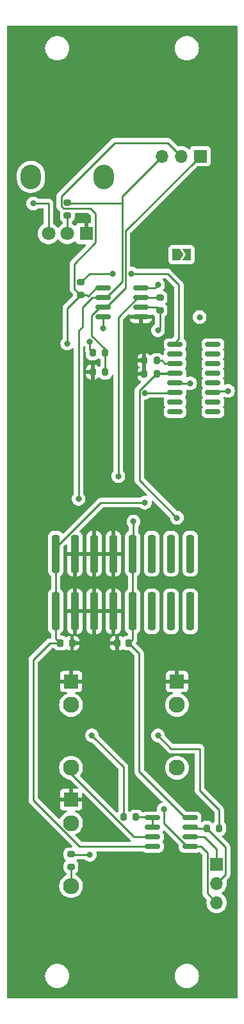
<source format=gbr>
%TF.GenerationSoftware,KiCad,Pcbnew,(7.0.0)*%
%TF.CreationDate,2023-03-26T07:08:48-07:00*%
%TF.ProjectId,electricdruid_vca,656c6563-7472-4696-9364-727569645f76,rev?*%
%TF.SameCoordinates,Original*%
%TF.FileFunction,Copper,L1,Top*%
%TF.FilePolarity,Positive*%
%FSLAX46Y46*%
G04 Gerber Fmt 4.6, Leading zero omitted, Abs format (unit mm)*
G04 Created by KiCad (PCBNEW (7.0.0)) date 2023-03-26 07:08:48*
%MOMM*%
%LPD*%
G01*
G04 APERTURE LIST*
G04 Aperture macros list*
%AMRoundRect*
0 Rectangle with rounded corners*
0 $1 Rounding radius*
0 $2 $3 $4 $5 $6 $7 $8 $9 X,Y pos of 4 corners*
0 Add a 4 corners polygon primitive as box body*
4,1,4,$2,$3,$4,$5,$6,$7,$8,$9,$2,$3,0*
0 Add four circle primitives for the rounded corners*
1,1,$1+$1,$2,$3*
1,1,$1+$1,$4,$5*
1,1,$1+$1,$6,$7*
1,1,$1+$1,$8,$9*
0 Add four rect primitives between the rounded corners*
20,1,$1+$1,$2,$3,$4,$5,0*
20,1,$1+$1,$4,$5,$6,$7,0*
20,1,$1+$1,$6,$7,$8,$9,0*
20,1,$1+$1,$8,$9,$2,$3,0*%
%AMFreePoly0*
4,1,6,1.000000,0.000000,0.500000,-0.750000,-0.500000,-0.750000,-0.500000,0.750000,0.500000,0.750000,1.000000,0.000000,1.000000,0.000000,$1*%
%AMFreePoly1*
4,1,6,0.500000,-0.750000,-0.650000,-0.750000,-0.150000,0.000000,-0.650000,0.750000,0.500000,0.750000,0.500000,-0.750000,0.500000,-0.750000,$1*%
G04 Aperture macros list end*
%TA.AperFunction,SMDPad,CuDef*%
%ADD10RoundRect,0.200000X-0.275000X0.200000X-0.275000X-0.200000X0.275000X-0.200000X0.275000X0.200000X0*%
%TD*%
%TA.AperFunction,SMDPad,CuDef*%
%ADD11RoundRect,0.200000X0.200000X0.275000X-0.200000X0.275000X-0.200000X-0.275000X0.200000X-0.275000X0*%
%TD*%
%TA.AperFunction,SMDPad,CuDef*%
%ADD12FreePoly0,0.000000*%
%TD*%
%TA.AperFunction,SMDPad,CuDef*%
%ADD13FreePoly1,0.000000*%
%TD*%
%TA.AperFunction,SMDPad,CuDef*%
%ADD14RoundRect,0.200000X-0.200000X-0.275000X0.200000X-0.275000X0.200000X0.275000X-0.200000X0.275000X0*%
%TD*%
%TA.AperFunction,SMDPad,CuDef*%
%ADD15RoundRect,0.150000X-0.850000X-0.150000X0.850000X-0.150000X0.850000X0.150000X-0.850000X0.150000X0*%
%TD*%
%TA.AperFunction,SMDPad,CuDef*%
%ADD16RoundRect,0.225000X0.225000X0.250000X-0.225000X0.250000X-0.225000X-0.250000X0.225000X-0.250000X0*%
%TD*%
%TA.AperFunction,SMDPad,CuDef*%
%ADD17RoundRect,0.255000X0.255000X-2.245000X0.255000X2.245000X-0.255000X2.245000X-0.255000X-2.245000X0*%
%TD*%
%TA.AperFunction,SMDPad,CuDef*%
%ADD18RoundRect,0.150000X-0.825000X-0.150000X0.825000X-0.150000X0.825000X0.150000X-0.825000X0.150000X0*%
%TD*%
%TA.AperFunction,SMDPad,CuDef*%
%ADD19RoundRect,0.200000X0.275000X-0.200000X0.275000X0.200000X-0.275000X0.200000X-0.275000X-0.200000X0*%
%TD*%
%TA.AperFunction,ComponentPad*%
%ADD20R,1.700000X1.700000*%
%TD*%
%TA.AperFunction,ComponentPad*%
%ADD21O,1.700000X1.700000*%
%TD*%
%TA.AperFunction,ComponentPad*%
%ADD22R,1.930000X1.830000*%
%TD*%
%TA.AperFunction,ComponentPad*%
%ADD23C,2.130000*%
%TD*%
%TA.AperFunction,ComponentPad*%
%ADD24O,2.720000X3.240000*%
%TD*%
%TA.AperFunction,ComponentPad*%
%ADD25R,1.800000X1.800000*%
%TD*%
%TA.AperFunction,ComponentPad*%
%ADD26C,1.800000*%
%TD*%
%TA.AperFunction,ViaPad*%
%ADD27C,0.800000*%
%TD*%
%TA.AperFunction,Conductor*%
%ADD28C,0.250000*%
%TD*%
G04 APERTURE END LIST*
D10*
%TO.P,R12,1*%
%TO.N,Net-(R11-Pad2)*%
X28500000Y-129425000D03*
%TO.P,R12,2*%
%TO.N,Net-(JOUT1-PadT)*%
X28500000Y-131075000D03*
%TD*%
D11*
%TO.P,R9,1*%
%TO.N,Net-(J2-Pin_1)*%
X33000000Y-63240000D03*
%TO.P,R9,2*%
%TO.N,Net-(J2-Pin_2)*%
X31350000Y-63240000D03*
%TD*%
D12*
%TO.P,JP1,1,A*%
%TO.N,unconnected-(JP1-A-Pad1)*%
X42375000Y-50250000D03*
D13*
%TO.P,JP1,2,B*%
%TO.N,unconnected-(JP1-B-Pad2)*%
X43825000Y-50250000D03*
%TD*%
D14*
%TO.P,R2,1*%
%TO.N,GND*%
X38175000Y-64250000D03*
%TO.P,R2,2*%
%TO.N,Net-(U4A-+)*%
X39825000Y-64250000D03*
%TD*%
D15*
%TO.P,U4,1*%
%TO.N,Net-(R1-Pad1)*%
X42250000Y-62110000D03*
%TO.P,U4,2,D*%
%TO.N,unconnected-(U4A-D-Pad2)*%
X42250000Y-63380000D03*
%TO.P,U4,3,+*%
%TO.N,Net-(U4A-+)*%
X42250000Y-64650000D03*
%TO.P,U4,4,-*%
%TO.N,Net-(U4A--)*%
X42250000Y-65920000D03*
%TO.P,U4,5*%
%TO.N,Net-(U1B--)*%
X42250000Y-67190000D03*
%TO.P,U4,6,V-*%
%TO.N,-12V*%
X42250000Y-68460000D03*
%TO.P,U4,7*%
%TO.N,unconnected-(U4-Pad7)*%
X42250000Y-69730000D03*
%TO.P,U4,8*%
%TO.N,unconnected-(U4-Pad8)*%
X42250000Y-71000000D03*
%TO.P,U4,9*%
%TO.N,unconnected-(U4-Pad9)*%
X47250000Y-71000000D03*
%TO.P,U4,10*%
%TO.N,unconnected-(U4-Pad10)*%
X47250000Y-69730000D03*
%TO.P,U4,11,V+*%
%TO.N,+12V*%
X47250000Y-68460000D03*
%TO.P,U4,12*%
%TO.N,unconnected-(U4-Pad12)*%
X47250000Y-67190000D03*
%TO.P,U4,13,-*%
%TO.N,unconnected-(U4B---Pad13)*%
X47250000Y-65920000D03*
%TO.P,U4,14,+*%
%TO.N,unconnected-(U4B-+-Pad14)*%
X47250000Y-64650000D03*
%TO.P,U4,15,D*%
%TO.N,unconnected-(U4B-D-Pad15)*%
X47250000Y-63380000D03*
%TO.P,U4,16*%
%TO.N,unconnected-(U4-Pad16)*%
X47250000Y-62110000D03*
%TD*%
D16*
%TO.P,C3,1*%
%TO.N,GND*%
X28635000Y-101550000D03*
%TO.P,C3,2*%
%TO.N,-12V*%
X27085000Y-101550000D03*
%TD*%
D17*
%TO.P,J1,1,-12v_R*%
%TO.N,-12V*%
X26470000Y-97350000D03*
%TO.P,J1,2,-12v_L*%
X26470000Y-89750000D03*
%TO.P,J1,3,GND*%
%TO.N,GND*%
X29010000Y-97350000D03*
%TO.P,J1,4,GND*%
X29010000Y-89750000D03*
%TO.P,J1,5,GND_R3*%
X31550000Y-97350000D03*
%TO.P,J1,6,GND_L3*%
X31550000Y-89750000D03*
%TO.P,J1,7,GND_R2*%
X34090000Y-97350000D03*
%TO.P,J1,8,GND_L2*%
X34090000Y-89750000D03*
%TO.P,J1,9,+12V_R*%
%TO.N,+12V*%
X36630000Y-97350000D03*
%TO.P,J1,10,+12V_L*%
X36630000Y-89750000D03*
%TO.P,J1,11,+5v_R*%
%TO.N,unconnected-(J1-+5v_R-Pad11)*%
X39170000Y-97350000D03*
%TO.P,J1,12,+5v_L*%
%TO.N,unconnected-(J1-+5v_L-Pad12)*%
X39170000Y-89750000D03*
%TO.P,J1,13,CV_R*%
%TO.N,unconnected-(J1-CV_R-Pad13)*%
X41710000Y-97350000D03*
%TO.P,J1,14,CV_L*%
%TO.N,unconnected-(J1-CV_L-Pad14)*%
X41710000Y-89750000D03*
%TO.P,J1,15,GATE_R*%
%TO.N,unconnected-(J1-GATE_R-Pad15)*%
X44250000Y-97350000D03*
%TO.P,J1,16,GATE_L*%
%TO.N,unconnected-(J1-GATE_L-Pad16)*%
X44250000Y-89750000D03*
%TD*%
D16*
%TO.P,C2,1*%
%TO.N,+12V*%
X36135000Y-101550000D03*
%TO.P,C2,2*%
%TO.N,GND*%
X34585000Y-101550000D03*
%TD*%
D18*
%TO.P,U3,1*%
%TO.N,Net-(U3A--)*%
X39275000Y-124595000D03*
%TO.P,U3,2,-*%
X39275000Y-125865000D03*
%TO.P,U3,3,+*%
%TO.N,Net-(U3A-+)*%
X39275000Y-127135000D03*
%TO.P,U3,4,V-*%
%TO.N,-12V*%
X39275000Y-128405000D03*
%TO.P,U3,5,+*%
%TO.N,Net-(J3-Pin_3)*%
X44225000Y-128405000D03*
%TO.P,U3,6,-*%
%TO.N,Net-(J3-Pin_1)*%
X44225000Y-127135000D03*
%TO.P,U3,7*%
%TO.N,Net-(J3-Pin_2)*%
X44225000Y-125865000D03*
%TO.P,U3,8,V+*%
%TO.N,+12V*%
X44225000Y-124595000D03*
%TD*%
D19*
%TO.P,R11,1*%
%TO.N,Net-(U1B--)*%
X40250000Y-57575000D03*
%TO.P,R11,2*%
%TO.N,Net-(R11-Pad2)*%
X40250000Y-55925000D03*
%TD*%
D20*
%TO.P,J2,1,Pin_1*%
%TO.N,Net-(J2-Pin_1)*%
X45579999Y-37249999D03*
D21*
%TO.P,J2,2,Pin_2*%
%TO.N,Net-(J2-Pin_2)*%
X43039999Y-37249999D03*
%TO.P,J2,3,Pin_3*%
%TO.N,Net-(J2-Pin_3)*%
X40499999Y-37249999D03*
%TD*%
D20*
%TO.P,J3,1,Pin_1*%
%TO.N,Net-(J3-Pin_1)*%
X47749999Y-130749999D03*
D21*
%TO.P,J3,2,Pin_2*%
%TO.N,Net-(J3-Pin_2)*%
X47749999Y-133289999D03*
%TO.P,J3,3,Pin_3*%
%TO.N,Net-(J3-Pin_3)*%
X47749999Y-135829999D03*
%TD*%
D10*
%TO.P,R1,1*%
%TO.N,Net-(R1-Pad1)*%
X29750000Y-53925000D03*
%TO.P,R1,2*%
%TO.N,Net-(J2-Pin_2)*%
X29750000Y-55575000D03*
%TD*%
D18*
%TO.P,U1,1*%
%TO.N,Net-(J2-Pin_2)*%
X32775000Y-54670000D03*
%TO.P,U1,2,-*%
%TO.N,Net-(J2-Pin_3)*%
X32775000Y-55940000D03*
%TO.P,U1,3,+*%
%TO.N,Net-(J2-Pin_1)*%
X32775000Y-57210000D03*
%TO.P,U1,4,V-*%
%TO.N,-12V*%
X32775000Y-58480000D03*
%TO.P,U1,5,+*%
%TO.N,GND*%
X37725000Y-58480000D03*
%TO.P,U1,6,-*%
%TO.N,Net-(U1B--)*%
X37725000Y-57210000D03*
%TO.P,U1,7*%
%TO.N,Net-(R11-Pad2)*%
X37725000Y-55940000D03*
%TO.P,U1,8,V+*%
%TO.N,+12V*%
X37725000Y-54670000D03*
%TD*%
D14*
%TO.P,R10,1*%
%TO.N,GND*%
X31350000Y-65750000D03*
%TO.P,R10,2*%
%TO.N,Net-(J2-Pin_1)*%
X33000000Y-65750000D03*
%TD*%
D19*
%TO.P,R5,1*%
%TO.N,Net-(R5-Pad1)*%
X28000000Y-45075000D03*
%TO.P,R5,2*%
%TO.N,Net-(J2-Pin_3)*%
X28000000Y-43425000D03*
%TD*%
D14*
%TO.P,R8,1*%
%TO.N,Net-(J3-Pin_2)*%
X46425000Y-126000000D03*
%TO.P,R8,2*%
%TO.N,Net-(U4A--)*%
X48075000Y-126000000D03*
%TD*%
D11*
%TO.P,R6,1*%
%TO.N,Net-(U3A--)*%
X37075000Y-124500000D03*
%TO.P,R6,2*%
%TO.N,Net-(J2-Pin_3)*%
X35425000Y-124500000D03*
%TD*%
D14*
%TO.P,R7,1*%
%TO.N,GND*%
X38175000Y-66000000D03*
%TO.P,R7,2*%
%TO.N,Net-(U4A--)*%
X39825000Y-66000000D03*
%TD*%
D22*
%TO.P,JOUT1,S*%
%TO.N,GND*%
X28499999Y-122219999D03*
D23*
%TO.P,JOUT1,T*%
%TO.N,Net-(JOUT1-PadT)*%
X28500000Y-133620000D03*
%TO.P,JOUT1,TN*%
%TO.N,unconnected-(JOUT1-PadTN)*%
X28500000Y-125320000D03*
%TD*%
D22*
%TO.P,JSIG1,S*%
%TO.N,GND*%
X42499999Y-106599999D03*
D23*
%TO.P,JSIG1,T*%
%TO.N,Net-(J3-Pin_3)*%
X42500000Y-118000000D03*
%TO.P,JSIG1,TN*%
%TO.N,unconnected-(JSIG1-PadTN)*%
X42500000Y-109700000D03*
%TD*%
D22*
%TO.P,JENV1,S*%
%TO.N,GND*%
X28499999Y-106599999D03*
D23*
%TO.P,JENV1,T*%
%TO.N,Net-(U3A-+)*%
X28500000Y-118000000D03*
%TO.P,JENV1,TN*%
%TO.N,unconnected-(JENV1-PadTN)*%
X28500000Y-109700000D03*
%TD*%
D24*
%TO.P,RVBIAS1,*%
%TO.N,*%
X23199999Y-39974999D03*
X32799999Y-39974999D03*
D25*
%TO.P,RVBIAS1,1,1*%
%TO.N,GND*%
X30499999Y-47474999D03*
D26*
%TO.P,RVBIAS1,2,2*%
%TO.N,Net-(R5-Pad1)*%
X28000000Y-47475000D03*
%TO.P,RVBIAS1,3,3*%
%TO.N,+12V*%
X25500000Y-47475000D03*
%TD*%
D27*
%TO.N,*%
X45500000Y-58500000D03*
%TO.N,+12V*%
X23500000Y-43500000D03*
X36750000Y-85500000D03*
X40000000Y-54250000D03*
X49250000Y-68250000D03*
%TO.N,-12V*%
X38250000Y-68500000D03*
X38250000Y-83000000D03*
X32750000Y-60000000D03*
%TO.N,Net-(U4A--)*%
X40000000Y-113750000D03*
X42500000Y-85000000D03*
%TO.N,Net-(U1B--)*%
X40000000Y-60250000D03*
X44250000Y-67250000D03*
%TO.N,Net-(R11-Pad2)*%
X31000000Y-129500000D03*
X34750000Y-79500000D03*
%TO.N,Net-(R1-Pad1)*%
X36500000Y-52750000D03*
X34000000Y-52750000D03*
%TO.N,Net-(J2-Pin_2)*%
X31000000Y-61750000D03*
X28000000Y-62000000D03*
%TO.N,Net-(J2-Pin_3)*%
X31250000Y-113750000D03*
X29500000Y-82500000D03*
%TO.N,Net-(J3-Pin_3)*%
X40750000Y-123500000D03*
%TD*%
D28*
%TO.N,+12V*%
X49250000Y-68250000D02*
X47130000Y-68250000D01*
X37500000Y-102915000D02*
X36135000Y-101550000D01*
X36630000Y-101055000D02*
X36135000Y-101550000D01*
X37500000Y-118500000D02*
X37500000Y-102915000D01*
X23500000Y-43500000D02*
X25500000Y-43500000D01*
X39580000Y-54670000D02*
X40000000Y-54250000D01*
X36750000Y-85500000D02*
X36750000Y-89630000D01*
X36750000Y-89630000D02*
X36630000Y-89750000D01*
X36630000Y-89750000D02*
X36630000Y-97350000D01*
X43595000Y-124595000D02*
X37500000Y-118500000D01*
X37725000Y-54670000D02*
X39580000Y-54670000D01*
X47130000Y-68250000D02*
X46975000Y-68405000D01*
X36630000Y-97350000D02*
X36630000Y-101055000D01*
X25500000Y-43500000D02*
X25500000Y-47475000D01*
X44225000Y-124595000D02*
X43595000Y-124595000D01*
%TO.N,-12V*%
X23500000Y-103750000D02*
X25700000Y-101550000D01*
X23500000Y-122285757D02*
X23500000Y-103750000D01*
X32750000Y-60000000D02*
X32750000Y-58505000D01*
X32439756Y-83000000D02*
X38250000Y-83000000D01*
X26470000Y-100935000D02*
X27085000Y-101550000D01*
X26470000Y-97350000D02*
X26470000Y-100935000D01*
X32750000Y-58505000D02*
X32775000Y-58480000D01*
X29619243Y-128405000D02*
X23500000Y-122285757D01*
X26470000Y-88969756D02*
X32439756Y-83000000D01*
X38250000Y-68500000D02*
X41930000Y-68500000D01*
X26470000Y-89750000D02*
X26470000Y-97350000D01*
X25700000Y-101550000D02*
X27085000Y-101550000D01*
X39275000Y-128405000D02*
X29619243Y-128405000D01*
X41930000Y-68500000D02*
X42025000Y-68405000D01*
X26470000Y-89750000D02*
X26470000Y-88969756D01*
%TO.N,Net-(JOUT1-PadT)*%
X28500000Y-131075000D02*
X28500000Y-133620000D01*
%TO.N,Net-(J2-Pin_1)*%
X33151751Y-57210000D02*
X32775000Y-57210000D01*
X33000000Y-62724695D02*
X31250000Y-60974695D01*
X33000000Y-65750000D02*
X33000000Y-63240000D01*
X45580000Y-37250000D02*
X35700000Y-47130000D01*
X31250000Y-58250000D02*
X32290000Y-57210000D01*
X35700000Y-47130000D02*
X35700000Y-54661751D01*
X35700000Y-54661751D02*
X33151751Y-57210000D01*
X33000000Y-63240000D02*
X33000000Y-62724695D01*
X31250000Y-60974695D02*
X31250000Y-58250000D01*
X32290000Y-57210000D02*
X32775000Y-57210000D01*
%TO.N,Net-(U4A-+)*%
X40845000Y-64595000D02*
X42025000Y-64595000D01*
X39750000Y-64250000D02*
X40500000Y-64250000D01*
X40500000Y-64250000D02*
X40845000Y-64595000D01*
%TO.N,Net-(U4A--)*%
X41890000Y-66000000D02*
X42025000Y-65865000D01*
X39859695Y-65865000D02*
X37525000Y-68199695D01*
X41750000Y-115500000D02*
X40000000Y-113750000D01*
X39750000Y-66000000D02*
X41890000Y-66000000D01*
X48075000Y-126000000D02*
X48075000Y-123575000D01*
X42025000Y-65865000D02*
X39859695Y-65865000D01*
X37525000Y-68199695D02*
X37525000Y-80025000D01*
X45500000Y-115500000D02*
X41750000Y-115500000D01*
X37525000Y-80025000D02*
X42500000Y-85000000D01*
X48075000Y-123575000D02*
X45500000Y-121000000D01*
X45500000Y-121000000D02*
X45500000Y-115500000D01*
%TO.N,Net-(U1B--)*%
X42140000Y-67250000D02*
X42025000Y-67135000D01*
X37725000Y-57210000D02*
X39885000Y-57210000D01*
X40250000Y-57575000D02*
X40250000Y-60000000D01*
X40250000Y-60000000D02*
X40000000Y-60250000D01*
X39885000Y-57210000D02*
X40250000Y-57575000D01*
X44250000Y-67250000D02*
X42140000Y-67250000D01*
%TO.N,Net-(R11-Pad2)*%
X40250000Y-55925000D02*
X37740000Y-55925000D01*
X34750000Y-58538249D02*
X34750000Y-79500000D01*
X37725000Y-55940000D02*
X37348249Y-55940000D01*
X28575000Y-129500000D02*
X28500000Y-129425000D01*
X37740000Y-55925000D02*
X37725000Y-55940000D01*
X37348249Y-55940000D02*
X34750000Y-58538249D01*
X31000000Y-129500000D02*
X28575000Y-129500000D01*
%TO.N,Net-(R1-Pad1)*%
X41250000Y-52750000D02*
X42750000Y-54250000D01*
X30925000Y-52750000D02*
X34000000Y-52750000D01*
X29750000Y-53925000D02*
X30925000Y-52750000D01*
X42750000Y-54250000D02*
X42750000Y-61330000D01*
X36500000Y-52750000D02*
X41250000Y-52750000D01*
X42750000Y-61330000D02*
X42025000Y-62055000D01*
%TO.N,Net-(J2-Pin_2)*%
X27200000Y-43842462D02*
X27200000Y-42550000D01*
X31750000Y-44850000D02*
X31050000Y-44150000D01*
X41290000Y-35500000D02*
X43040000Y-37250000D01*
X30750000Y-55750000D02*
X31830000Y-54670000D01*
X27507538Y-44150000D02*
X27200000Y-43842462D01*
X28000000Y-57325000D02*
X28000000Y-62000000D01*
X29750000Y-55575000D02*
X30575000Y-55575000D01*
X31000000Y-62890000D02*
X31350000Y-63240000D01*
X29750000Y-55575000D02*
X28950000Y-54775000D01*
X29750000Y-55575000D02*
X28000000Y-57325000D01*
X31050000Y-44150000D02*
X27507538Y-44150000D01*
X31000000Y-61750000D02*
X31000000Y-62890000D01*
X34250000Y-35500000D02*
X41290000Y-35500000D01*
X27200000Y-42550000D02*
X34250000Y-35500000D01*
X28950000Y-51475000D02*
X31750000Y-48675000D01*
X30575000Y-55575000D02*
X30750000Y-55750000D01*
X31830000Y-54670000D02*
X32775000Y-54670000D01*
X28950000Y-54775000D02*
X28950000Y-51475000D01*
X31750000Y-48675000D02*
X31750000Y-44850000D01*
%TO.N,Net-(J2-Pin_3)*%
X35425000Y-124500000D02*
X35425000Y-117925000D01*
X31310000Y-55940000D02*
X30050000Y-57200000D01*
X29500000Y-60300000D02*
X29500000Y-79246640D01*
X30050000Y-59750000D02*
X29500000Y-60300000D01*
X30050000Y-57200000D02*
X30050000Y-59750000D01*
X33151751Y-55940000D02*
X35250000Y-53841751D01*
X29500000Y-79246640D02*
X29500000Y-82500000D01*
X32775000Y-55940000D02*
X33151751Y-55940000D01*
X35250000Y-43500000D02*
X28075000Y-43500000D01*
X28075000Y-43500000D02*
X28000000Y-43425000D01*
X40500000Y-37250000D02*
X35250000Y-42500000D01*
X35425000Y-117925000D02*
X31250000Y-113750000D01*
X35250000Y-53841751D02*
X35250000Y-43500000D01*
X32775000Y-55940000D02*
X31310000Y-55940000D01*
X35250000Y-42500000D02*
X35250000Y-43500000D01*
%TO.N,Net-(R5-Pad1)*%
X28000000Y-45075000D02*
X28000000Y-47475000D01*
%TO.N,Net-(U3A-+)*%
X28500000Y-118792462D02*
X28500000Y-118000000D01*
X36842538Y-127135000D02*
X28500000Y-118792462D01*
X39275000Y-127135000D02*
X36842538Y-127135000D01*
%TO.N,Net-(J3-Pin_1)*%
X44225000Y-127135000D02*
X46135000Y-127135000D01*
X46135000Y-127135000D02*
X47750000Y-128750000D01*
X47750000Y-128750000D02*
X47750000Y-130750000D01*
%TO.N,Net-(U3A--)*%
X37075000Y-124500000D02*
X39180000Y-124500000D01*
X39180000Y-124500000D02*
X39275000Y-124595000D01*
X39275000Y-124595000D02*
X39275000Y-125865000D01*
%TO.N,Net-(J3-Pin_2)*%
X46425000Y-126000000D02*
X48925000Y-128500000D01*
X44360000Y-126000000D02*
X44225000Y-125865000D01*
X46425000Y-126000000D02*
X44360000Y-126000000D01*
X48925000Y-128500000D02*
X48925000Y-132115000D01*
X48925000Y-132115000D02*
X47750000Y-133290000D01*
%TO.N,Net-(J3-Pin_3)*%
X44225000Y-128405000D02*
X45655000Y-128405000D01*
X46500000Y-134580000D02*
X47750000Y-135830000D01*
X43848249Y-128405000D02*
X40750000Y-125306751D01*
X40750000Y-125306751D02*
X40750000Y-123500000D01*
X46500000Y-129250000D02*
X46500000Y-134580000D01*
X44225000Y-128405000D02*
X43848249Y-128405000D01*
X45655000Y-128405000D02*
X46500000Y-129250000D01*
%TD*%
%TA.AperFunction,Conductor*%
%TO.N,GND*%
G36*
X30787001Y-44784939D02*
G01*
X30827229Y-44811819D01*
X31088181Y-45072772D01*
X31115061Y-45113000D01*
X31124500Y-45160453D01*
X31124500Y-45951000D01*
X31107887Y-46013000D01*
X31062500Y-46058387D01*
X31000500Y-46075000D01*
X30766326Y-46075000D01*
X30753450Y-46078450D01*
X30750000Y-46091326D01*
X30750000Y-47601000D01*
X30733387Y-47663000D01*
X30688000Y-47708387D01*
X30626000Y-47725000D01*
X30374000Y-47725000D01*
X30312000Y-47708387D01*
X30266613Y-47663000D01*
X30250000Y-47601000D01*
X30250000Y-46091326D01*
X30246549Y-46078450D01*
X30233674Y-46075000D01*
X29555482Y-46075000D01*
X29548885Y-46075353D01*
X29500332Y-46080573D01*
X29485358Y-46084111D01*
X29366222Y-46128547D01*
X29350810Y-46136962D01*
X29249907Y-46212498D01*
X29237498Y-46224907D01*
X29161962Y-46325810D01*
X29153545Y-46341224D01*
X29138319Y-46382048D01*
X29106206Y-46429864D01*
X29055953Y-46458013D01*
X28998404Y-46460420D01*
X28945976Y-46436566D01*
X28772680Y-46301684D01*
X28772669Y-46301676D01*
X28768626Y-46298530D01*
X28690483Y-46256241D01*
X28642977Y-46210660D01*
X28625500Y-46147186D01*
X28625500Y-45951602D01*
X28641494Y-45890686D01*
X28685351Y-45845485D01*
X28703765Y-45834353D01*
X28703764Y-45834353D01*
X28710185Y-45830472D01*
X28830472Y-45710185D01*
X28918478Y-45564606D01*
X28969086Y-45402196D01*
X28975500Y-45331616D01*
X28975500Y-44899500D01*
X28992113Y-44837500D01*
X29037500Y-44792113D01*
X29099500Y-44775500D01*
X30739548Y-44775500D01*
X30787001Y-44784939D01*
G37*
%TD.AperFunction*%
%TA.AperFunction,Conductor*%
G36*
X50417500Y-20017113D02*
G01*
X50462887Y-20062500D01*
X50479500Y-20124500D01*
X50479500Y-148375500D01*
X50462887Y-148437500D01*
X50417500Y-148482887D01*
X50355500Y-148499500D01*
X20124500Y-148499500D01*
X20062500Y-148482887D01*
X20017113Y-148437500D01*
X20000500Y-148375500D01*
X20000500Y-145500000D01*
X25074551Y-145500000D01*
X25094317Y-145751148D01*
X25095452Y-145755877D01*
X25095453Y-145755881D01*
X25151989Y-145991374D01*
X25151991Y-145991382D01*
X25153127Y-145996111D01*
X25249534Y-146228859D01*
X25252081Y-146233016D01*
X25252082Y-146233017D01*
X25378617Y-146439504D01*
X25378622Y-146439511D01*
X25381164Y-146443659D01*
X25384324Y-146447358D01*
X25384327Y-146447363D01*
X25534845Y-146623596D01*
X25544776Y-146635224D01*
X25548476Y-146638384D01*
X25730705Y-146794023D01*
X25736341Y-146798836D01*
X25740491Y-146801379D01*
X25740495Y-146801382D01*
X25852300Y-146869896D01*
X25951141Y-146930466D01*
X26183889Y-147026873D01*
X26428852Y-147085683D01*
X26680000Y-147105449D01*
X26931148Y-147085683D01*
X27176111Y-147026873D01*
X27408859Y-146930466D01*
X27623659Y-146798836D01*
X27815224Y-146635224D01*
X27978836Y-146443659D01*
X28110466Y-146228859D01*
X28206873Y-145996111D01*
X28265683Y-145751148D01*
X28285449Y-145500000D01*
X42194551Y-145500000D01*
X42214317Y-145751148D01*
X42215452Y-145755877D01*
X42215453Y-145755881D01*
X42271989Y-145991374D01*
X42271991Y-145991382D01*
X42273127Y-145996111D01*
X42369534Y-146228859D01*
X42372081Y-146233016D01*
X42372082Y-146233017D01*
X42498617Y-146439504D01*
X42498622Y-146439511D01*
X42501164Y-146443659D01*
X42504324Y-146447358D01*
X42504327Y-146447363D01*
X42654845Y-146623596D01*
X42664776Y-146635224D01*
X42668476Y-146638384D01*
X42850705Y-146794023D01*
X42856341Y-146798836D01*
X42860491Y-146801379D01*
X42860495Y-146801382D01*
X42972300Y-146869896D01*
X43071141Y-146930466D01*
X43303889Y-147026873D01*
X43548852Y-147085683D01*
X43800000Y-147105449D01*
X44051148Y-147085683D01*
X44296111Y-147026873D01*
X44528859Y-146930466D01*
X44743659Y-146798836D01*
X44935224Y-146635224D01*
X45098836Y-146443659D01*
X45230466Y-146228859D01*
X45326873Y-145996111D01*
X45385683Y-145751148D01*
X45405449Y-145500000D01*
X45385683Y-145248852D01*
X45326873Y-145003889D01*
X45230466Y-144771141D01*
X45098836Y-144556341D01*
X44935224Y-144364776D01*
X44931523Y-144361615D01*
X44747363Y-144204327D01*
X44747358Y-144204324D01*
X44743659Y-144201164D01*
X44739511Y-144198622D01*
X44739504Y-144198617D01*
X44533017Y-144072082D01*
X44533016Y-144072081D01*
X44528859Y-144069534D01*
X44296111Y-143973127D01*
X44291382Y-143971991D01*
X44291374Y-143971989D01*
X44055881Y-143915453D01*
X44055877Y-143915452D01*
X44051148Y-143914317D01*
X44046295Y-143913935D01*
X43804854Y-143894933D01*
X43800000Y-143894551D01*
X43795146Y-143894933D01*
X43553704Y-143913935D01*
X43553702Y-143913935D01*
X43548852Y-143914317D01*
X43544124Y-143915451D01*
X43544118Y-143915453D01*
X43308625Y-143971989D01*
X43308613Y-143971992D01*
X43303889Y-143973127D01*
X43299392Y-143974989D01*
X43299388Y-143974991D01*
X43075645Y-144067668D01*
X43075640Y-144067670D01*
X43071141Y-144069534D01*
X43066988Y-144072078D01*
X43066982Y-144072082D01*
X42860495Y-144198617D01*
X42860482Y-144198626D01*
X42856341Y-144201164D01*
X42852646Y-144204319D01*
X42852636Y-144204327D01*
X42668476Y-144361615D01*
X42668469Y-144361621D01*
X42664776Y-144364776D01*
X42661621Y-144368469D01*
X42661615Y-144368476D01*
X42504327Y-144552636D01*
X42504319Y-144552646D01*
X42501164Y-144556341D01*
X42498626Y-144560482D01*
X42498617Y-144560495D01*
X42372082Y-144766982D01*
X42372078Y-144766988D01*
X42369534Y-144771141D01*
X42367670Y-144775640D01*
X42367668Y-144775645D01*
X42274991Y-144999388D01*
X42273127Y-145003889D01*
X42271992Y-145008613D01*
X42271989Y-145008625D01*
X42215453Y-145244118D01*
X42215451Y-145244124D01*
X42214317Y-145248852D01*
X42194551Y-145500000D01*
X28285449Y-145500000D01*
X28265683Y-145248852D01*
X28206873Y-145003889D01*
X28110466Y-144771141D01*
X27978836Y-144556341D01*
X27815224Y-144364776D01*
X27811523Y-144361615D01*
X27627363Y-144204327D01*
X27627358Y-144204324D01*
X27623659Y-144201164D01*
X27619511Y-144198622D01*
X27619504Y-144198617D01*
X27413017Y-144072082D01*
X27413016Y-144072081D01*
X27408859Y-144069534D01*
X27176111Y-143973127D01*
X27171382Y-143971991D01*
X27171374Y-143971989D01*
X26935881Y-143915453D01*
X26935877Y-143915452D01*
X26931148Y-143914317D01*
X26926295Y-143913935D01*
X26684854Y-143894933D01*
X26680000Y-143894551D01*
X26675146Y-143894933D01*
X26433704Y-143913935D01*
X26433702Y-143913935D01*
X26428852Y-143914317D01*
X26424124Y-143915451D01*
X26424118Y-143915453D01*
X26188625Y-143971989D01*
X26188613Y-143971992D01*
X26183889Y-143973127D01*
X26179392Y-143974989D01*
X26179388Y-143974991D01*
X25955645Y-144067668D01*
X25955640Y-144067670D01*
X25951141Y-144069534D01*
X25946988Y-144072078D01*
X25946982Y-144072082D01*
X25740495Y-144198617D01*
X25740482Y-144198626D01*
X25736341Y-144201164D01*
X25732646Y-144204319D01*
X25732636Y-144204327D01*
X25548476Y-144361615D01*
X25548469Y-144361621D01*
X25544776Y-144364776D01*
X25541621Y-144368469D01*
X25541615Y-144368476D01*
X25384327Y-144552636D01*
X25384319Y-144552646D01*
X25381164Y-144556341D01*
X25378626Y-144560482D01*
X25378617Y-144560495D01*
X25252082Y-144766982D01*
X25252078Y-144766988D01*
X25249534Y-144771141D01*
X25247670Y-144775640D01*
X25247668Y-144775645D01*
X25154991Y-144999388D01*
X25153127Y-145003889D01*
X25151992Y-145008613D01*
X25151989Y-145008625D01*
X25095453Y-145244118D01*
X25095451Y-145244124D01*
X25094317Y-145248852D01*
X25074551Y-145500000D01*
X20000500Y-145500000D01*
X20000500Y-138000000D01*
X21499459Y-138000000D01*
X21499617Y-138000383D01*
X21499901Y-138000500D01*
X24487944Y-138000500D01*
X24500099Y-138000500D01*
X24500383Y-138000383D01*
X24500541Y-138000000D01*
X26499459Y-138000000D01*
X26499617Y-138000383D01*
X26499901Y-138000500D01*
X29487944Y-138000500D01*
X29500099Y-138000500D01*
X29500383Y-138000383D01*
X29500541Y-138000000D01*
X31499459Y-138000000D01*
X31499617Y-138000383D01*
X31499901Y-138000500D01*
X34487944Y-138000500D01*
X34500099Y-138000500D01*
X34500383Y-138000383D01*
X34500541Y-138000000D01*
X36499459Y-138000000D01*
X36499617Y-138000383D01*
X36499901Y-138000500D01*
X39487944Y-138000500D01*
X39500099Y-138000500D01*
X39500383Y-138000383D01*
X39500541Y-138000000D01*
X41499459Y-138000000D01*
X41499617Y-138000383D01*
X41499901Y-138000500D01*
X44487944Y-138000500D01*
X44500099Y-138000500D01*
X44500383Y-138000383D01*
X44500541Y-138000000D01*
X46499459Y-138000000D01*
X46499617Y-138000383D01*
X46499901Y-138000500D01*
X49487944Y-138000500D01*
X49500099Y-138000500D01*
X49500383Y-138000383D01*
X49500541Y-138000000D01*
X49500383Y-137999617D01*
X49500099Y-137999500D01*
X46499901Y-137999500D01*
X46499617Y-137999617D01*
X46499459Y-138000000D01*
X44500541Y-138000000D01*
X44500383Y-137999617D01*
X44500099Y-137999500D01*
X41499901Y-137999500D01*
X41499617Y-137999617D01*
X41499459Y-138000000D01*
X39500541Y-138000000D01*
X39500383Y-137999617D01*
X39500099Y-137999500D01*
X36499901Y-137999500D01*
X36499617Y-137999617D01*
X36499459Y-138000000D01*
X34500541Y-138000000D01*
X34500383Y-137999617D01*
X34500099Y-137999500D01*
X31499901Y-137999500D01*
X31499617Y-137999617D01*
X31499459Y-138000000D01*
X29500541Y-138000000D01*
X29500383Y-137999617D01*
X29500099Y-137999500D01*
X26499901Y-137999500D01*
X26499617Y-137999617D01*
X26499459Y-138000000D01*
X24500541Y-138000000D01*
X24500383Y-137999617D01*
X24500099Y-137999500D01*
X21499901Y-137999500D01*
X21499617Y-137999617D01*
X21499459Y-138000000D01*
X20000500Y-138000000D01*
X20000500Y-43500000D01*
X22594540Y-43500000D01*
X22595219Y-43506460D01*
X22613646Y-43681795D01*
X22613647Y-43681803D01*
X22614326Y-43688256D01*
X22616331Y-43694428D01*
X22616333Y-43694435D01*
X22670813Y-43862105D01*
X22672821Y-43868284D01*
X22676068Y-43873908D01*
X22676069Y-43873910D01*
X22752625Y-44006510D01*
X22767467Y-44032216D01*
X22771811Y-44037041D01*
X22771813Y-44037043D01*
X22875775Y-44152504D01*
X22894129Y-44172888D01*
X23047270Y-44284151D01*
X23220197Y-44361144D01*
X23405354Y-44400500D01*
X23588143Y-44400500D01*
X23594646Y-44400500D01*
X23779803Y-44361144D01*
X23952730Y-44284151D01*
X24105871Y-44172888D01*
X24111601Y-44166523D01*
X24113271Y-44165310D01*
X24115050Y-44163709D01*
X24115218Y-44163895D01*
X24153315Y-44136219D01*
X24203748Y-44125500D01*
X24750500Y-44125500D01*
X24812500Y-44142113D01*
X24857887Y-44187500D01*
X24874500Y-44249500D01*
X24874500Y-46147186D01*
X24857023Y-46210660D01*
X24809517Y-46256241D01*
X24735887Y-46296087D01*
X24735880Y-46296090D01*
X24731374Y-46298530D01*
X24727334Y-46301674D01*
X24727327Y-46301679D01*
X24552263Y-46437936D01*
X24552255Y-46437943D01*
X24548216Y-46441087D01*
X24544746Y-46444855D01*
X24544742Y-46444860D01*
X24394491Y-46608077D01*
X24394488Y-46608080D01*
X24391021Y-46611847D01*
X24388226Y-46616124D01*
X24388219Y-46616134D01*
X24326870Y-46710037D01*
X24264076Y-46806151D01*
X24262021Y-46810835D01*
X24262016Y-46810845D01*
X24172903Y-47014003D01*
X24170843Y-47018700D01*
X24169585Y-47023665D01*
X24169584Y-47023670D01*
X24115125Y-47238720D01*
X24115123Y-47238729D01*
X24113866Y-47243695D01*
X24113442Y-47248802D01*
X24113441Y-47248813D01*
X24097563Y-47440452D01*
X24094700Y-47475000D01*
X24095124Y-47480117D01*
X24113441Y-47701186D01*
X24113442Y-47701195D01*
X24113866Y-47706305D01*
X24115123Y-47711272D01*
X24115125Y-47711279D01*
X24118600Y-47725000D01*
X24170843Y-47931300D01*
X24172903Y-47935996D01*
X24262016Y-48139154D01*
X24262019Y-48139159D01*
X24264076Y-48143849D01*
X24317106Y-48225017D01*
X24388219Y-48333865D01*
X24388222Y-48333869D01*
X24391021Y-48338153D01*
X24548216Y-48508913D01*
X24731374Y-48651470D01*
X24935497Y-48761936D01*
X25155019Y-48837298D01*
X25383951Y-48875500D01*
X25610916Y-48875500D01*
X25616049Y-48875500D01*
X25844981Y-48837298D01*
X26064503Y-48761936D01*
X26268626Y-48651470D01*
X26451784Y-48508913D01*
X26608979Y-48338153D01*
X26646190Y-48281196D01*
X26690982Y-48239962D01*
X26750000Y-48225017D01*
X26809018Y-48239962D01*
X26853809Y-48281196D01*
X26888215Y-48333860D01*
X26888222Y-48333869D01*
X26891021Y-48338153D01*
X27048216Y-48508913D01*
X27231374Y-48651470D01*
X27435497Y-48761936D01*
X27655019Y-48837298D01*
X27883951Y-48875500D01*
X28110916Y-48875500D01*
X28116049Y-48875500D01*
X28344981Y-48837298D01*
X28564503Y-48761936D01*
X28768626Y-48651470D01*
X28945979Y-48513431D01*
X28998404Y-48489579D01*
X29055953Y-48491986D01*
X29106206Y-48520135D01*
X29138320Y-48567952D01*
X29153548Y-48608779D01*
X29161962Y-48624189D01*
X29237498Y-48725092D01*
X29249907Y-48737501D01*
X29350810Y-48813037D01*
X29366222Y-48821452D01*
X29485358Y-48865888D01*
X29500332Y-48869426D01*
X29548885Y-48874646D01*
X29555482Y-48875000D01*
X30366048Y-48875000D01*
X30422343Y-48888515D01*
X30466366Y-48926115D01*
X30488521Y-48979602D01*
X30483979Y-49037318D01*
X30453729Y-49086679D01*
X30044429Y-49495980D01*
X28562696Y-50977711D01*
X28554511Y-50985159D01*
X28548123Y-50989214D01*
X28542788Y-50994894D01*
X28542783Y-50994899D01*
X28502096Y-51038225D01*
X28499392Y-51041016D01*
X28482628Y-51057780D01*
X28482621Y-51057787D01*
X28479880Y-51060529D01*
X28477500Y-51063596D01*
X28477489Y-51063609D01*
X28477400Y-51063725D01*
X28469842Y-51072570D01*
X28445280Y-51098727D01*
X28445273Y-51098736D01*
X28439938Y-51104418D01*
X28436182Y-51111249D01*
X28436179Y-51111254D01*
X28430285Y-51121975D01*
X28419609Y-51138227D01*
X28412109Y-51147896D01*
X28412101Y-51147907D01*
X28407327Y-51154064D01*
X28404234Y-51161208D01*
X28404229Y-51161219D01*
X28389974Y-51194160D01*
X28384838Y-51204643D01*
X28363803Y-51242908D01*
X28361864Y-51250456D01*
X28361863Y-51250461D01*
X28358822Y-51262307D01*
X28352521Y-51280711D01*
X28347658Y-51291948D01*
X28347656Y-51291952D01*
X28344562Y-51299104D01*
X28343342Y-51306803D01*
X28343342Y-51306805D01*
X28337729Y-51342241D01*
X28335361Y-51353676D01*
X28326438Y-51388428D01*
X28326436Y-51388436D01*
X28324500Y-51395981D01*
X28324500Y-51403777D01*
X28324500Y-51416017D01*
X28322974Y-51435402D01*
X28319840Y-51455196D01*
X28320574Y-51462961D01*
X28320574Y-51462964D01*
X28323950Y-51498676D01*
X28324500Y-51510345D01*
X28324500Y-54697225D01*
X28323978Y-54708280D01*
X28322327Y-54715667D01*
X28322571Y-54723453D01*
X28322571Y-54723461D01*
X28324439Y-54782873D01*
X28324500Y-54786768D01*
X28324500Y-54814350D01*
X28324988Y-54818219D01*
X28324989Y-54818225D01*
X28325004Y-54818343D01*
X28325918Y-54829966D01*
X28327045Y-54865830D01*
X28327046Y-54865837D01*
X28327291Y-54873627D01*
X28329467Y-54881119D01*
X28329468Y-54881121D01*
X28332879Y-54892862D01*
X28336825Y-54911915D01*
X28339336Y-54931792D01*
X28342206Y-54939042D01*
X28342208Y-54939048D01*
X28355414Y-54972404D01*
X28359197Y-54983451D01*
X28371382Y-55025390D01*
X28375353Y-55032105D01*
X28375354Y-55032107D01*
X28381581Y-55042637D01*
X28390136Y-55060099D01*
X28394642Y-55071480D01*
X28394643Y-55071483D01*
X28397514Y-55078732D01*
X28402359Y-55085400D01*
X28423181Y-55114060D01*
X28429593Y-55123822D01*
X28447856Y-55154702D01*
X28447859Y-55154707D01*
X28451830Y-55161420D01*
X28457345Y-55166935D01*
X28465990Y-55175580D01*
X28478626Y-55190374D01*
X28485819Y-55200275D01*
X28485823Y-55200279D01*
X28490406Y-55206587D01*
X28496415Y-55211558D01*
X28496416Y-55211559D01*
X28524058Y-55234426D01*
X28532699Y-55242289D01*
X28738181Y-55447771D01*
X28765061Y-55487999D01*
X28774500Y-55535452D01*
X28774500Y-55614548D01*
X28765061Y-55662001D01*
X28738181Y-55702229D01*
X27612696Y-56827711D01*
X27604511Y-56835159D01*
X27598123Y-56839214D01*
X27592788Y-56844894D01*
X27592783Y-56844899D01*
X27552096Y-56888225D01*
X27549392Y-56891016D01*
X27532628Y-56907780D01*
X27532621Y-56907787D01*
X27529880Y-56910529D01*
X27527500Y-56913596D01*
X27527489Y-56913609D01*
X27527400Y-56913725D01*
X27519842Y-56922570D01*
X27495280Y-56948727D01*
X27495273Y-56948736D01*
X27489938Y-56954418D01*
X27486182Y-56961249D01*
X27486179Y-56961254D01*
X27480285Y-56971975D01*
X27469609Y-56988227D01*
X27462109Y-56997896D01*
X27462101Y-56997907D01*
X27457327Y-57004064D01*
X27454234Y-57011208D01*
X27454229Y-57011219D01*
X27439974Y-57044160D01*
X27434838Y-57054643D01*
X27417560Y-57086073D01*
X27413803Y-57092908D01*
X27411864Y-57100456D01*
X27411863Y-57100461D01*
X27408822Y-57112307D01*
X27402521Y-57130711D01*
X27397658Y-57141948D01*
X27397656Y-57141952D01*
X27394562Y-57149104D01*
X27393342Y-57156803D01*
X27393342Y-57156805D01*
X27387729Y-57192241D01*
X27385361Y-57203676D01*
X27376438Y-57238428D01*
X27376436Y-57238436D01*
X27374500Y-57245981D01*
X27374500Y-57253777D01*
X27374500Y-57266017D01*
X27372974Y-57285402D01*
X27369840Y-57305196D01*
X27370574Y-57312961D01*
X27370574Y-57312964D01*
X27373950Y-57348676D01*
X27374500Y-57360345D01*
X27374500Y-61301313D01*
X27366264Y-61345751D01*
X27342650Y-61384285D01*
X27271813Y-61462956D01*
X27271808Y-61462962D01*
X27267467Y-61467784D01*
X27264222Y-61473404D01*
X27264218Y-61473410D01*
X27176069Y-61626089D01*
X27176066Y-61626094D01*
X27172821Y-61631716D01*
X27170815Y-61637888D01*
X27170813Y-61637894D01*
X27116333Y-61805564D01*
X27116331Y-61805573D01*
X27114326Y-61811744D01*
X27113648Y-61818194D01*
X27113646Y-61818204D01*
X27097415Y-61972646D01*
X27094540Y-62000000D01*
X27095219Y-62006460D01*
X27113646Y-62181795D01*
X27113647Y-62181803D01*
X27114326Y-62188256D01*
X27116331Y-62194428D01*
X27116333Y-62194435D01*
X27159773Y-62328128D01*
X27172821Y-62368284D01*
X27176068Y-62373908D01*
X27176069Y-62373910D01*
X27263018Y-62524511D01*
X27267467Y-62532216D01*
X27394129Y-62672888D01*
X27399387Y-62676708D01*
X27399388Y-62676709D01*
X27428109Y-62697576D01*
X27547270Y-62784151D01*
X27720197Y-62861144D01*
X27905354Y-62900500D01*
X28088143Y-62900500D01*
X28094646Y-62900500D01*
X28279803Y-62861144D01*
X28452730Y-62784151D01*
X28605871Y-62672888D01*
X28658350Y-62614603D01*
X28707277Y-62581353D01*
X28766041Y-62574554D01*
X28821268Y-62595753D01*
X28860389Y-62640127D01*
X28874500Y-62697576D01*
X28874500Y-81801313D01*
X28866264Y-81845751D01*
X28842650Y-81884285D01*
X28771813Y-81962956D01*
X28771808Y-81962962D01*
X28767467Y-81967784D01*
X28764222Y-81973404D01*
X28764218Y-81973410D01*
X28676069Y-82126089D01*
X28676066Y-82126094D01*
X28672821Y-82131716D01*
X28670815Y-82137888D01*
X28670813Y-82137894D01*
X28616333Y-82305564D01*
X28616331Y-82305573D01*
X28614326Y-82311744D01*
X28613648Y-82318194D01*
X28613646Y-82318204D01*
X28601731Y-82431580D01*
X28594540Y-82500000D01*
X28595219Y-82506460D01*
X28613646Y-82681795D01*
X28613647Y-82681803D01*
X28614326Y-82688256D01*
X28616331Y-82694428D01*
X28616333Y-82694435D01*
X28654450Y-82811744D01*
X28672821Y-82868284D01*
X28767467Y-83032216D01*
X28894129Y-83172888D01*
X29047270Y-83284151D01*
X29220197Y-83361144D01*
X29405354Y-83400500D01*
X29588143Y-83400500D01*
X29594646Y-83400500D01*
X29779803Y-83361144D01*
X29952730Y-83284151D01*
X30105871Y-83172888D01*
X30232533Y-83032216D01*
X30327179Y-82868284D01*
X30385674Y-82688256D01*
X30405460Y-82500000D01*
X30385674Y-82311744D01*
X30327179Y-82131716D01*
X30232533Y-81967784D01*
X30157349Y-81884284D01*
X30133736Y-81845751D01*
X30125500Y-81801313D01*
X30125500Y-66078753D01*
X30450001Y-66078753D01*
X30450256Y-66084386D01*
X30455815Y-66145570D01*
X30458361Y-66158369D01*
X30504748Y-66307232D01*
X30510864Y-66320820D01*
X30591045Y-66453456D01*
X30600228Y-66465177D01*
X30709822Y-66574771D01*
X30721543Y-66583954D01*
X30854179Y-66664135D01*
X30867767Y-66670251D01*
X31016627Y-66716638D01*
X31029431Y-66719184D01*
X31086143Y-66724338D01*
X31096549Y-66721549D01*
X31100000Y-66708674D01*
X31100000Y-66016326D01*
X31096549Y-66003450D01*
X31083674Y-66000000D01*
X30466327Y-66000000D01*
X30453451Y-66003450D01*
X30450001Y-66016326D01*
X30450001Y-66078753D01*
X30125500Y-66078753D01*
X30125500Y-65483674D01*
X30450000Y-65483674D01*
X30453450Y-65496549D01*
X30466326Y-65500000D01*
X31083674Y-65500000D01*
X31096549Y-65496549D01*
X31100000Y-65483674D01*
X31100000Y-64791327D01*
X31096549Y-64778451D01*
X31086143Y-64775662D01*
X31029429Y-64780815D01*
X31016630Y-64783361D01*
X30867767Y-64829748D01*
X30854179Y-64835864D01*
X30721543Y-64916045D01*
X30709822Y-64925228D01*
X30600228Y-65034822D01*
X30591045Y-65046543D01*
X30510864Y-65179179D01*
X30504748Y-65192767D01*
X30458361Y-65341627D01*
X30455815Y-65354431D01*
X30450255Y-65415615D01*
X30450000Y-65421244D01*
X30450000Y-65483674D01*
X30125500Y-65483674D01*
X30125500Y-62869947D01*
X30131683Y-62846625D01*
X30125500Y-62822801D01*
X30125500Y-62447576D01*
X30139613Y-62390123D01*
X30178739Y-62345749D01*
X30233971Y-62324552D01*
X30292739Y-62331359D01*
X30341664Y-62364620D01*
X30342664Y-62365731D01*
X30366268Y-62404259D01*
X30374500Y-62448687D01*
X30374500Y-62812225D01*
X30373978Y-62823280D01*
X30372327Y-62830667D01*
X30372486Y-62835747D01*
X30368039Y-62847998D01*
X30373439Y-62866052D01*
X30374439Y-62897873D01*
X30374500Y-62901768D01*
X30374500Y-62929350D01*
X30374988Y-62933219D01*
X30374989Y-62933225D01*
X30375004Y-62933343D01*
X30375918Y-62944966D01*
X30377045Y-62980830D01*
X30377046Y-62980837D01*
X30377291Y-62988627D01*
X30379467Y-62996119D01*
X30379468Y-62996121D01*
X30382879Y-63007862D01*
X30386825Y-63026915D01*
X30389336Y-63046792D01*
X30392206Y-63054042D01*
X30392208Y-63054048D01*
X30405414Y-63087404D01*
X30409197Y-63098451D01*
X30421382Y-63140390D01*
X30425353Y-63147105D01*
X30425354Y-63147107D01*
X30431581Y-63157637D01*
X30440121Y-63175062D01*
X30440775Y-63176712D01*
X30449500Y-63222403D01*
X30449500Y-63571616D01*
X30449754Y-63574419D01*
X30449755Y-63574425D01*
X30454145Y-63622731D01*
X30455914Y-63642196D01*
X30457862Y-63648448D01*
X30457864Y-63648457D01*
X30471672Y-63692767D01*
X30506522Y-63804606D01*
X30510399Y-63811020D01*
X30510400Y-63811021D01*
X30579392Y-63925148D01*
X30594528Y-63950185D01*
X30714815Y-64070472D01*
X30860394Y-64158478D01*
X30979859Y-64195704D01*
X31016542Y-64207135D01*
X31016544Y-64207135D01*
X31022804Y-64209086D01*
X31093384Y-64215500D01*
X31603797Y-64215500D01*
X31606616Y-64215500D01*
X31677196Y-64209086D01*
X31839606Y-64158478D01*
X31985185Y-64070472D01*
X32087318Y-63968338D01*
X32142906Y-63936244D01*
X32207094Y-63936244D01*
X32262681Y-63968338D01*
X32338181Y-64043838D01*
X32365061Y-64084066D01*
X32374500Y-64131519D01*
X32374500Y-64858481D01*
X32365061Y-64905934D01*
X32338181Y-64946162D01*
X32262327Y-65022016D01*
X32206740Y-65054110D01*
X32142552Y-65054110D01*
X32086965Y-65022016D01*
X31990177Y-64925228D01*
X31978456Y-64916045D01*
X31845820Y-64835864D01*
X31832232Y-64829748D01*
X31683372Y-64783361D01*
X31670568Y-64780815D01*
X31613856Y-64775661D01*
X31603450Y-64778450D01*
X31600000Y-64791326D01*
X31600000Y-66708673D01*
X31603450Y-66721548D01*
X31613856Y-66724337D01*
X31670570Y-66719184D01*
X31683369Y-66716638D01*
X31832232Y-66670251D01*
X31845820Y-66664135D01*
X31978456Y-66583954D01*
X31990177Y-66574771D01*
X32086965Y-66477984D01*
X32142552Y-66445890D01*
X32206740Y-66445890D01*
X32262326Y-66477983D01*
X32364815Y-66580472D01*
X32510394Y-66668478D01*
X32622645Y-66703456D01*
X32666542Y-66717135D01*
X32666544Y-66717135D01*
X32672804Y-66719086D01*
X32743384Y-66725500D01*
X33253797Y-66725500D01*
X33256616Y-66725500D01*
X33327196Y-66719086D01*
X33489606Y-66668478D01*
X33635185Y-66580472D01*
X33755472Y-66460185D01*
X33843478Y-66314606D01*
X33882114Y-66190615D01*
X33920539Y-66132731D01*
X33984067Y-66104600D01*
X34052753Y-66115053D01*
X34105036Y-66160811D01*
X34124500Y-66227506D01*
X34124500Y-78801313D01*
X34116264Y-78845751D01*
X34092650Y-78884285D01*
X34021813Y-78962956D01*
X34021808Y-78962962D01*
X34017467Y-78967784D01*
X34014222Y-78973404D01*
X34014218Y-78973410D01*
X33926069Y-79126089D01*
X33926066Y-79126094D01*
X33922821Y-79131716D01*
X33920815Y-79137888D01*
X33920813Y-79137894D01*
X33866333Y-79305564D01*
X33866331Y-79305573D01*
X33864326Y-79311744D01*
X33863648Y-79318194D01*
X33863646Y-79318204D01*
X33845962Y-79486464D01*
X33844540Y-79500000D01*
X33845219Y-79506460D01*
X33863646Y-79681795D01*
X33863647Y-79681803D01*
X33864326Y-79688256D01*
X33866331Y-79694428D01*
X33866333Y-79694435D01*
X33889557Y-79765909D01*
X33922821Y-79868284D01*
X33926068Y-79873908D01*
X33926069Y-79873910D01*
X33973432Y-79955946D01*
X34017467Y-80032216D01*
X34021811Y-80037041D01*
X34021813Y-80037043D01*
X34099774Y-80123627D01*
X34144129Y-80172888D01*
X34297270Y-80284151D01*
X34470197Y-80361144D01*
X34655354Y-80400500D01*
X34838143Y-80400500D01*
X34844646Y-80400500D01*
X35029803Y-80361144D01*
X35202730Y-80284151D01*
X35355871Y-80172888D01*
X35482533Y-80032216D01*
X35577179Y-79868284D01*
X35635674Y-79688256D01*
X35655460Y-79500000D01*
X35635674Y-79311744D01*
X35577179Y-79131716D01*
X35482533Y-78967784D01*
X35407349Y-78884284D01*
X35383736Y-78845751D01*
X35375500Y-78801313D01*
X35375500Y-65733674D01*
X37275000Y-65733674D01*
X37278450Y-65746549D01*
X37291326Y-65750000D01*
X37908674Y-65750000D01*
X37921549Y-65746549D01*
X37925000Y-65733674D01*
X37925000Y-64516326D01*
X37921549Y-64503450D01*
X37908674Y-64500000D01*
X37291327Y-64500000D01*
X37278451Y-64503450D01*
X37275001Y-64516326D01*
X37275001Y-64578753D01*
X37275256Y-64584386D01*
X37280815Y-64645570D01*
X37283361Y-64658369D01*
X37329748Y-64807232D01*
X37335864Y-64820820D01*
X37416045Y-64953456D01*
X37425228Y-64965177D01*
X37497370Y-65037319D01*
X37529464Y-65092906D01*
X37529464Y-65157094D01*
X37497370Y-65212681D01*
X37425228Y-65284822D01*
X37416045Y-65296543D01*
X37335864Y-65429179D01*
X37329748Y-65442767D01*
X37283361Y-65591627D01*
X37280815Y-65604431D01*
X37275255Y-65665615D01*
X37275000Y-65671244D01*
X37275000Y-65733674D01*
X35375500Y-65733674D01*
X35375500Y-63983674D01*
X37275000Y-63983674D01*
X37278450Y-63996549D01*
X37291326Y-64000000D01*
X37908674Y-64000000D01*
X37921549Y-63996549D01*
X37925000Y-63983674D01*
X37925000Y-63291327D01*
X37921549Y-63278451D01*
X37911143Y-63275662D01*
X37854429Y-63280815D01*
X37841630Y-63283361D01*
X37692767Y-63329748D01*
X37679179Y-63335864D01*
X37546543Y-63416045D01*
X37534822Y-63425228D01*
X37425228Y-63534822D01*
X37416045Y-63546543D01*
X37335864Y-63679179D01*
X37329748Y-63692767D01*
X37283361Y-63841627D01*
X37280815Y-63854431D01*
X37275255Y-63915615D01*
X37275000Y-63921244D01*
X37275000Y-63983674D01*
X35375500Y-63983674D01*
X35375500Y-58848701D01*
X35384939Y-58801248D01*
X35411819Y-58761020D01*
X35432063Y-58740776D01*
X36255307Y-58740776D01*
X36296541Y-58882705D01*
X36302689Y-58896912D01*
X36378344Y-59024838D01*
X36387835Y-59037074D01*
X36492925Y-59142164D01*
X36505161Y-59151655D01*
X36633087Y-59227310D01*
X36647294Y-59233458D01*
X36791420Y-59275331D01*
X36803826Y-59277597D01*
X36831923Y-59279808D01*
X36836803Y-59280000D01*
X37458674Y-59280000D01*
X37471549Y-59276549D01*
X37475000Y-59263674D01*
X37975000Y-59263674D01*
X37978450Y-59276549D01*
X37991326Y-59280000D01*
X38613197Y-59280000D01*
X38618076Y-59279808D01*
X38646173Y-59277597D01*
X38658579Y-59275331D01*
X38802705Y-59233458D01*
X38816912Y-59227310D01*
X38944838Y-59151655D01*
X38957074Y-59142164D01*
X39062164Y-59037074D01*
X39071655Y-59024838D01*
X39147310Y-58896912D01*
X39153458Y-58882705D01*
X39194692Y-58740776D01*
X39193286Y-58733706D01*
X39180144Y-58730000D01*
X37991326Y-58730000D01*
X37978450Y-58733450D01*
X37975000Y-58746326D01*
X37975000Y-59263674D01*
X37475000Y-59263674D01*
X37475000Y-58746326D01*
X37471549Y-58733450D01*
X37458674Y-58730000D01*
X36269856Y-58730000D01*
X36256713Y-58733706D01*
X36255307Y-58740776D01*
X35432063Y-58740776D01*
X35491044Y-58681795D01*
X36041506Y-58131331D01*
X36092704Y-58100503D01*
X36152380Y-58097204D01*
X36206668Y-58122205D01*
X36242954Y-58169696D01*
X36247472Y-58196722D01*
X36250703Y-58196080D01*
X36256713Y-58226293D01*
X36269856Y-58230000D01*
X39180144Y-58230000D01*
X39194767Y-58225875D01*
X39202866Y-58217114D01*
X39214283Y-58192641D01*
X39261099Y-58156755D01*
X39319199Y-58146561D01*
X39375435Y-58164365D01*
X39409789Y-58198824D01*
X39411020Y-58197860D01*
X39415648Y-58203767D01*
X39419528Y-58210185D01*
X39539815Y-58330472D01*
X39546230Y-58334350D01*
X39546234Y-58334353D01*
X39564649Y-58345485D01*
X39608506Y-58390686D01*
X39624500Y-58451602D01*
X39624500Y-59350937D01*
X39615472Y-59397386D01*
X39589701Y-59437071D01*
X39558314Y-59459050D01*
X39558837Y-59459955D01*
X39553204Y-59463206D01*
X39547270Y-59465849D01*
X39542016Y-59469665D01*
X39542011Y-59469669D01*
X39399388Y-59573290D01*
X39399381Y-59573295D01*
X39394129Y-59577112D01*
X39389784Y-59581937D01*
X39389779Y-59581942D01*
X39271813Y-59712956D01*
X39271808Y-59712962D01*
X39267467Y-59717784D01*
X39264222Y-59723404D01*
X39264218Y-59723410D01*
X39176069Y-59876089D01*
X39176066Y-59876094D01*
X39172821Y-59881716D01*
X39170815Y-59887888D01*
X39170813Y-59887894D01*
X39116333Y-60055564D01*
X39116331Y-60055573D01*
X39114326Y-60061744D01*
X39113648Y-60068194D01*
X39113646Y-60068204D01*
X39106962Y-60131805D01*
X39094540Y-60250000D01*
X39095219Y-60256460D01*
X39113646Y-60431795D01*
X39113647Y-60431803D01*
X39114326Y-60438256D01*
X39116331Y-60444428D01*
X39116333Y-60444435D01*
X39170276Y-60610452D01*
X39172821Y-60618284D01*
X39176068Y-60623908D01*
X39176069Y-60623910D01*
X39261437Y-60771773D01*
X39267467Y-60782216D01*
X39271811Y-60787041D01*
X39271813Y-60787043D01*
X39389779Y-60918057D01*
X39394129Y-60922888D01*
X39547270Y-61034151D01*
X39720197Y-61111144D01*
X39905354Y-61150500D01*
X40088143Y-61150500D01*
X40094646Y-61150500D01*
X40279803Y-61111144D01*
X40452730Y-61034151D01*
X40605871Y-60922888D01*
X40732533Y-60782216D01*
X40827179Y-60618284D01*
X40885674Y-60438256D01*
X40905460Y-60250000D01*
X40885674Y-60061744D01*
X40883666Y-60055564D01*
X40882315Y-60049208D01*
X40883606Y-60048933D01*
X40879792Y-60022127D01*
X40880160Y-60019804D01*
X40876050Y-59976324D01*
X40875500Y-59964655D01*
X40875500Y-58451602D01*
X40891494Y-58390686D01*
X40935351Y-58345485D01*
X40953765Y-58334353D01*
X40953764Y-58334353D01*
X40960185Y-58330472D01*
X41080472Y-58210185D01*
X41168478Y-58064606D01*
X41219086Y-57902196D01*
X41225500Y-57831616D01*
X41225500Y-57318384D01*
X41219086Y-57247804D01*
X41216164Y-57238428D01*
X41195619Y-57172494D01*
X41168478Y-57085394D01*
X41080472Y-56939815D01*
X40978338Y-56837681D01*
X40946244Y-56782094D01*
X40946244Y-56717906D01*
X40978338Y-56662319D01*
X40978338Y-56662318D01*
X41080472Y-56560185D01*
X41168478Y-56414606D01*
X41219086Y-56252196D01*
X41225500Y-56181616D01*
X41225500Y-55668384D01*
X41219086Y-55597804D01*
X41168478Y-55435394D01*
X41080472Y-55289815D01*
X40960185Y-55169528D01*
X40884578Y-55123822D01*
X40821021Y-55085400D01*
X40821020Y-55085399D01*
X40814606Y-55081522D01*
X40724796Y-55053536D01*
X40672518Y-55021319D01*
X40642108Y-54967967D01*
X40641026Y-54906568D01*
X40669536Y-54852179D01*
X40732533Y-54782216D01*
X40827179Y-54618284D01*
X40885674Y-54438256D01*
X40905460Y-54250000D01*
X40885674Y-54061744D01*
X40827179Y-53881716D01*
X40732533Y-53717784D01*
X40686908Y-53667113D01*
X40640693Y-53615786D01*
X40610696Y-53582471D01*
X40583415Y-53532846D01*
X40581043Y-53476265D01*
X40604077Y-53424530D01*
X40647712Y-53388432D01*
X40702847Y-53375500D01*
X40939548Y-53375500D01*
X40987001Y-53384939D01*
X41027229Y-53411819D01*
X42088181Y-54472772D01*
X42115061Y-54513000D01*
X42124500Y-54560453D01*
X42124500Y-61019548D01*
X42115061Y-61067001D01*
X42088183Y-61107226D01*
X41922225Y-61273183D01*
X41882000Y-61300061D01*
X41834547Y-61309500D01*
X41334306Y-61309500D01*
X41331886Y-61309690D01*
X41331871Y-61309691D01*
X41303748Y-61311904D01*
X41303739Y-61311905D01*
X41297431Y-61312402D01*
X41291351Y-61314168D01*
X41291342Y-61314170D01*
X41147094Y-61356079D01*
X41147091Y-61356080D01*
X41139602Y-61358256D01*
X41132891Y-61362224D01*
X41132886Y-61362227D01*
X41004851Y-61437946D01*
X41004844Y-61437950D01*
X40998135Y-61441919D01*
X40992620Y-61447433D01*
X40992616Y-61447437D01*
X40887437Y-61552616D01*
X40887433Y-61552620D01*
X40881919Y-61558135D01*
X40877950Y-61564844D01*
X40877946Y-61564851D01*
X40802227Y-61692886D01*
X40802224Y-61692891D01*
X40798256Y-61699602D01*
X40796080Y-61707091D01*
X40796079Y-61707094D01*
X40754170Y-61851342D01*
X40754168Y-61851351D01*
X40752402Y-61857431D01*
X40751905Y-61863739D01*
X40751904Y-61863748D01*
X40749691Y-61891871D01*
X40749690Y-61891886D01*
X40749500Y-61894306D01*
X40749500Y-62325694D01*
X40749690Y-62328114D01*
X40749691Y-62328128D01*
X40751904Y-62356251D01*
X40751905Y-62356258D01*
X40752402Y-62362569D01*
X40754168Y-62368650D01*
X40754170Y-62368657D01*
X40796079Y-62512905D01*
X40798256Y-62520398D01*
X40802226Y-62527111D01*
X40802227Y-62527113D01*
X40842821Y-62595753D01*
X40881919Y-62661865D01*
X40887432Y-62667378D01*
X40888691Y-62669001D01*
X40911725Y-62717951D01*
X40911725Y-62772049D01*
X40888691Y-62820999D01*
X40887432Y-62822621D01*
X40881919Y-62828135D01*
X40877951Y-62834844D01*
X40877949Y-62834847D01*
X40802227Y-62962886D01*
X40802224Y-62962891D01*
X40798256Y-62969602D01*
X40796080Y-62977091D01*
X40796079Y-62977094D01*
X40754170Y-63121342D01*
X40754168Y-63121351D01*
X40752402Y-63127431D01*
X40751905Y-63133739D01*
X40751904Y-63133748D01*
X40749691Y-63161871D01*
X40749690Y-63161886D01*
X40749500Y-63164306D01*
X40749500Y-63166751D01*
X40749500Y-63409481D01*
X40735985Y-63465776D01*
X40698385Y-63509799D01*
X40644898Y-63531954D01*
X40587182Y-63527412D01*
X40537819Y-63497162D01*
X40465488Y-63424831D01*
X40460185Y-63419528D01*
X40443565Y-63409481D01*
X40321021Y-63335400D01*
X40321020Y-63335399D01*
X40314606Y-63331522D01*
X40285500Y-63322452D01*
X40158457Y-63282864D01*
X40158448Y-63282862D01*
X40152196Y-63280914D01*
X40145662Y-63280320D01*
X40145661Y-63280320D01*
X40084425Y-63274755D01*
X40084419Y-63274754D01*
X40081616Y-63274500D01*
X39568384Y-63274500D01*
X39565581Y-63274754D01*
X39565574Y-63274755D01*
X39504338Y-63280320D01*
X39504335Y-63280320D01*
X39497804Y-63280914D01*
X39491553Y-63282861D01*
X39491542Y-63282864D01*
X39342550Y-63329292D01*
X39335394Y-63331522D01*
X39328982Y-63335398D01*
X39328978Y-63335400D01*
X39196232Y-63415648D01*
X39196227Y-63415651D01*
X39189815Y-63419528D01*
X39184515Y-63424827D01*
X39184511Y-63424831D01*
X39087327Y-63522016D01*
X39031740Y-63554110D01*
X38967552Y-63554110D01*
X38911965Y-63522016D01*
X38815177Y-63425228D01*
X38803456Y-63416045D01*
X38670820Y-63335864D01*
X38657232Y-63329748D01*
X38508372Y-63283361D01*
X38495568Y-63280815D01*
X38438856Y-63275661D01*
X38428450Y-63278450D01*
X38425000Y-63291326D01*
X38425000Y-66126000D01*
X38408387Y-66188000D01*
X38363000Y-66233387D01*
X38301000Y-66250000D01*
X37291327Y-66250000D01*
X37278451Y-66253450D01*
X37275001Y-66266326D01*
X37275001Y-66328753D01*
X37275256Y-66334386D01*
X37280815Y-66395570D01*
X37283361Y-66408369D01*
X37329748Y-66557232D01*
X37335864Y-66570820D01*
X37416045Y-66703456D01*
X37425228Y-66715177D01*
X37534822Y-66824771D01*
X37546543Y-66833954D01*
X37679176Y-66914134D01*
X37685543Y-66916999D01*
X37732267Y-66953600D01*
X37756629Y-67007722D01*
X37753047Y-67066967D01*
X37722342Y-67117760D01*
X37137696Y-67702406D01*
X37129511Y-67709854D01*
X37123123Y-67713909D01*
X37117788Y-67719589D01*
X37117783Y-67719594D01*
X37077096Y-67762920D01*
X37074392Y-67765711D01*
X37057628Y-67782475D01*
X37057621Y-67782482D01*
X37054880Y-67785224D01*
X37052500Y-67788291D01*
X37052489Y-67788304D01*
X37052400Y-67788420D01*
X37044842Y-67797265D01*
X37020280Y-67823422D01*
X37020273Y-67823431D01*
X37014938Y-67829113D01*
X37011182Y-67835944D01*
X37011179Y-67835949D01*
X37005285Y-67846670D01*
X36994609Y-67862922D01*
X36987109Y-67872591D01*
X36987101Y-67872602D01*
X36982327Y-67878759D01*
X36979234Y-67885903D01*
X36979229Y-67885914D01*
X36964974Y-67918855D01*
X36959838Y-67929338D01*
X36938803Y-67967603D01*
X36936864Y-67975151D01*
X36936863Y-67975156D01*
X36933822Y-67987002D01*
X36927521Y-68005406D01*
X36922658Y-68016643D01*
X36922656Y-68016647D01*
X36919562Y-68023799D01*
X36918342Y-68031498D01*
X36918342Y-68031500D01*
X36912729Y-68066936D01*
X36910361Y-68078371D01*
X36901438Y-68113123D01*
X36901436Y-68113131D01*
X36899500Y-68120676D01*
X36899500Y-68128472D01*
X36899500Y-68140712D01*
X36897974Y-68160097D01*
X36894840Y-68179891D01*
X36895574Y-68187656D01*
X36895574Y-68187659D01*
X36898950Y-68223371D01*
X36899500Y-68235040D01*
X36899500Y-79947225D01*
X36898978Y-79958280D01*
X36897327Y-79965667D01*
X36897571Y-79973453D01*
X36897571Y-79973461D01*
X36899439Y-80032873D01*
X36899500Y-80036768D01*
X36899500Y-80064350D01*
X36899988Y-80068219D01*
X36899989Y-80068225D01*
X36900004Y-80068343D01*
X36900918Y-80079966D01*
X36902045Y-80115830D01*
X36902046Y-80115837D01*
X36902291Y-80123627D01*
X36904467Y-80131119D01*
X36904468Y-80131121D01*
X36907879Y-80142862D01*
X36911825Y-80161915D01*
X36914336Y-80181792D01*
X36917206Y-80189042D01*
X36917208Y-80189048D01*
X36930414Y-80222404D01*
X36934197Y-80233451D01*
X36946382Y-80275390D01*
X36950353Y-80282105D01*
X36950354Y-80282107D01*
X36956581Y-80292637D01*
X36965136Y-80310099D01*
X36969642Y-80321480D01*
X36969643Y-80321483D01*
X36972514Y-80328732D01*
X36994140Y-80358498D01*
X36998181Y-80364060D01*
X37004593Y-80373822D01*
X37022856Y-80404702D01*
X37022859Y-80404707D01*
X37026830Y-80411420D01*
X37032345Y-80416935D01*
X37040990Y-80425580D01*
X37053626Y-80440374D01*
X37060819Y-80450275D01*
X37060823Y-80450279D01*
X37065406Y-80456587D01*
X37071415Y-80461558D01*
X37071416Y-80461559D01*
X37099058Y-80484426D01*
X37107699Y-80492289D01*
X38518849Y-81903439D01*
X38550600Y-81957774D01*
X38551589Y-82020697D01*
X38521561Y-82076003D01*
X38468250Y-82109445D01*
X38405389Y-82112411D01*
X38351004Y-82100851D01*
X38351000Y-82100850D01*
X38344646Y-82099500D01*
X38155354Y-82099500D01*
X38148995Y-82100851D01*
X38148991Y-82100852D01*
X37976559Y-82137503D01*
X37976552Y-82137505D01*
X37970197Y-82138856D01*
X37964262Y-82141498D01*
X37964254Y-82141501D01*
X37803207Y-82213205D01*
X37803202Y-82213207D01*
X37797270Y-82215849D01*
X37792016Y-82219665D01*
X37792011Y-82219669D01*
X37649388Y-82323290D01*
X37649381Y-82323295D01*
X37644129Y-82327112D01*
X37639780Y-82331941D01*
X37639781Y-82331941D01*
X37638399Y-82333476D01*
X37636728Y-82334689D01*
X37634950Y-82336291D01*
X37634781Y-82336104D01*
X37596685Y-82363781D01*
X37546252Y-82374500D01*
X32517531Y-82374500D01*
X32506475Y-82373978D01*
X32499089Y-82372327D01*
X32491301Y-82372571D01*
X32491294Y-82372571D01*
X32431883Y-82374439D01*
X32427988Y-82374500D01*
X32400406Y-82374500D01*
X32396561Y-82374985D01*
X32396536Y-82374987D01*
X32396409Y-82375004D01*
X32384790Y-82375918D01*
X32348928Y-82377045D01*
X32348921Y-82377046D01*
X32341129Y-82377291D01*
X32333644Y-82379465D01*
X32333628Y-82379468D01*
X32321882Y-82382881D01*
X32302839Y-82386825D01*
X32290705Y-82388358D01*
X32290704Y-82388358D01*
X32282964Y-82389336D01*
X32275714Y-82392205D01*
X32275707Y-82392208D01*
X32242354Y-82405413D01*
X32231310Y-82409194D01*
X32196857Y-82419204D01*
X32196846Y-82419208D01*
X32189366Y-82421382D01*
X32182654Y-82425351D01*
X32182652Y-82425352D01*
X32172120Y-82431580D01*
X32154660Y-82440134D01*
X32143275Y-82444642D01*
X32143269Y-82444644D01*
X32136024Y-82447514D01*
X32129719Y-82452094D01*
X32129711Y-82452099D01*
X32100688Y-82473185D01*
X32090930Y-82479595D01*
X32060052Y-82497857D01*
X32060046Y-82497861D01*
X32053336Y-82501830D01*
X32047823Y-82507341D01*
X32047816Y-82507348D01*
X32039166Y-82515998D01*
X32024383Y-82528624D01*
X32014482Y-82535817D01*
X32014472Y-82535826D01*
X32008169Y-82540406D01*
X32003200Y-82546411D01*
X32003197Y-82546415D01*
X31980328Y-82574059D01*
X31972467Y-82582697D01*
X27508025Y-87047138D01*
X27447768Y-87080386D01*
X27379064Y-87076384D01*
X27324011Y-87037034D01*
X27321660Y-87033222D01*
X27196778Y-86908340D01*
X27190628Y-86904546D01*
X27190626Y-86904545D01*
X27069354Y-86829743D01*
X27046462Y-86815623D01*
X27039604Y-86813350D01*
X27039603Y-86813350D01*
X26885246Y-86762202D01*
X26878815Y-86760071D01*
X26872078Y-86759382D01*
X26872075Y-86759382D01*
X26778473Y-86749819D01*
X26778456Y-86749818D01*
X26775342Y-86749500D01*
X26164658Y-86749500D01*
X26161544Y-86749818D01*
X26161526Y-86749819D01*
X26067924Y-86759382D01*
X26067919Y-86759383D01*
X26061185Y-86760071D01*
X26054755Y-86762201D01*
X26054753Y-86762202D01*
X25900396Y-86813350D01*
X25900392Y-86813351D01*
X25893538Y-86815623D01*
X25887390Y-86819414D01*
X25887388Y-86819416D01*
X25749373Y-86904545D01*
X25749367Y-86904549D01*
X25743222Y-86908340D01*
X25738115Y-86913446D01*
X25738111Y-86913450D01*
X25623450Y-87028111D01*
X25623446Y-87028115D01*
X25618340Y-87033222D01*
X25614549Y-87039367D01*
X25614545Y-87039373D01*
X25541932Y-87157097D01*
X25525623Y-87183538D01*
X25523351Y-87190392D01*
X25523350Y-87190396D01*
X25523281Y-87190605D01*
X25470071Y-87351185D01*
X25469383Y-87357919D01*
X25469382Y-87357924D01*
X25459819Y-87451526D01*
X25459818Y-87451544D01*
X25459500Y-87454658D01*
X25459500Y-92045342D01*
X25459817Y-92048441D01*
X25459819Y-92048473D01*
X25469372Y-92141976D01*
X25470071Y-92148815D01*
X25525623Y-92316462D01*
X25618340Y-92466778D01*
X25743222Y-92591660D01*
X25749369Y-92595452D01*
X25749371Y-92595453D01*
X25785597Y-92617798D01*
X25828778Y-92662904D01*
X25844500Y-92723336D01*
X25844500Y-94376664D01*
X25828778Y-94437096D01*
X25785597Y-94482202D01*
X25749371Y-94504546D01*
X25749364Y-94504551D01*
X25743222Y-94508340D01*
X25738118Y-94513443D01*
X25738114Y-94513447D01*
X25623450Y-94628111D01*
X25623446Y-94628115D01*
X25618340Y-94633222D01*
X25614549Y-94639367D01*
X25614545Y-94639373D01*
X25529416Y-94777388D01*
X25525623Y-94783538D01*
X25523351Y-94790392D01*
X25523350Y-94790396D01*
X25523281Y-94790605D01*
X25470071Y-94951185D01*
X25469383Y-94957919D01*
X25469382Y-94957924D01*
X25459819Y-95051526D01*
X25459818Y-95051544D01*
X25459500Y-95054658D01*
X25459500Y-99645342D01*
X25459817Y-99648441D01*
X25459819Y-99648473D01*
X25469372Y-99741976D01*
X25470071Y-99748815D01*
X25525623Y-99916462D01*
X25618340Y-100066778D01*
X25743222Y-100191660D01*
X25749369Y-100195452D01*
X25749371Y-100195453D01*
X25785597Y-100217798D01*
X25828778Y-100262904D01*
X25844500Y-100323336D01*
X25844500Y-100799486D01*
X25828530Y-100860358D01*
X25784735Y-100905551D01*
X25724395Y-100923424D01*
X25693825Y-100924385D01*
X25692127Y-100924439D01*
X25688232Y-100924500D01*
X25660650Y-100924500D01*
X25656805Y-100924985D01*
X25656780Y-100924987D01*
X25656653Y-100925004D01*
X25645034Y-100925918D01*
X25609172Y-100927045D01*
X25609165Y-100927046D01*
X25601373Y-100927291D01*
X25593888Y-100929465D01*
X25593872Y-100929468D01*
X25582126Y-100932881D01*
X25563083Y-100936825D01*
X25550949Y-100938358D01*
X25550948Y-100938358D01*
X25543208Y-100939336D01*
X25535958Y-100942205D01*
X25535951Y-100942208D01*
X25502598Y-100955413D01*
X25491554Y-100959194D01*
X25457101Y-100969204D01*
X25457090Y-100969208D01*
X25449610Y-100971382D01*
X25442898Y-100975351D01*
X25442896Y-100975352D01*
X25432364Y-100981580D01*
X25414904Y-100990134D01*
X25403519Y-100994642D01*
X25403513Y-100994644D01*
X25396268Y-100997514D01*
X25389963Y-101002094D01*
X25389955Y-101002099D01*
X25360932Y-101023185D01*
X25351174Y-101029595D01*
X25320296Y-101047857D01*
X25320290Y-101047861D01*
X25313580Y-101051830D01*
X25308067Y-101057341D01*
X25308060Y-101057348D01*
X25299410Y-101065998D01*
X25284627Y-101078624D01*
X25274726Y-101085817D01*
X25274716Y-101085826D01*
X25268413Y-101090406D01*
X25263444Y-101096411D01*
X25263441Y-101096415D01*
X25240572Y-101124059D01*
X25232711Y-101132697D01*
X23112696Y-103252711D01*
X23104511Y-103260159D01*
X23098123Y-103264214D01*
X23092788Y-103269894D01*
X23092783Y-103269899D01*
X23052096Y-103313225D01*
X23049392Y-103316016D01*
X23032628Y-103332780D01*
X23032621Y-103332787D01*
X23029880Y-103335529D01*
X23027500Y-103338596D01*
X23027489Y-103338609D01*
X23027400Y-103338725D01*
X23019842Y-103347570D01*
X22995280Y-103373727D01*
X22995273Y-103373736D01*
X22989938Y-103379418D01*
X22986182Y-103386249D01*
X22986179Y-103386254D01*
X22980285Y-103396975D01*
X22969609Y-103413227D01*
X22962109Y-103422896D01*
X22962101Y-103422907D01*
X22957327Y-103429064D01*
X22954234Y-103436208D01*
X22954229Y-103436219D01*
X22939974Y-103469160D01*
X22934838Y-103479643D01*
X22913803Y-103517908D01*
X22911864Y-103525456D01*
X22911863Y-103525461D01*
X22908822Y-103537307D01*
X22902521Y-103555711D01*
X22897658Y-103566948D01*
X22897656Y-103566952D01*
X22894562Y-103574104D01*
X22893342Y-103581803D01*
X22893342Y-103581805D01*
X22887729Y-103617241D01*
X22885361Y-103628676D01*
X22876438Y-103663428D01*
X22876436Y-103663436D01*
X22874500Y-103670981D01*
X22874500Y-103678777D01*
X22874500Y-103691017D01*
X22872974Y-103710402D01*
X22869840Y-103730196D01*
X22870574Y-103737961D01*
X22870574Y-103737964D01*
X22873950Y-103773676D01*
X22874500Y-103785345D01*
X22874500Y-122207982D01*
X22873978Y-122219037D01*
X22872327Y-122226424D01*
X22872571Y-122234210D01*
X22872571Y-122234218D01*
X22874439Y-122293630D01*
X22874500Y-122297525D01*
X22874500Y-122325107D01*
X22874988Y-122328976D01*
X22874989Y-122328982D01*
X22875004Y-122329100D01*
X22875918Y-122340723D01*
X22877045Y-122376587D01*
X22877046Y-122376594D01*
X22877291Y-122384384D01*
X22879467Y-122391876D01*
X22879468Y-122391878D01*
X22882879Y-122403619D01*
X22886825Y-122422672D01*
X22889336Y-122442549D01*
X22892206Y-122449799D01*
X22892208Y-122449805D01*
X22905414Y-122483161D01*
X22909197Y-122494208D01*
X22921382Y-122536147D01*
X22925353Y-122542862D01*
X22925354Y-122542864D01*
X22931581Y-122553394D01*
X22940136Y-122570856D01*
X22944642Y-122582237D01*
X22944643Y-122582240D01*
X22947514Y-122589489D01*
X22969440Y-122619669D01*
X22973181Y-122624817D01*
X22979593Y-122634579D01*
X22997856Y-122665459D01*
X22997859Y-122665464D01*
X23001830Y-122672177D01*
X23007344Y-122677691D01*
X23007345Y-122677692D01*
X23015990Y-122686337D01*
X23028626Y-122701131D01*
X23035819Y-122711032D01*
X23035823Y-122711036D01*
X23040406Y-122717344D01*
X23046415Y-122722315D01*
X23046416Y-122722316D01*
X23074058Y-122745183D01*
X23082699Y-122753046D01*
X28642471Y-128312819D01*
X28672721Y-128362182D01*
X28677263Y-128419898D01*
X28655108Y-128473385D01*
X28611085Y-128510985D01*
X28554790Y-128524500D01*
X28168384Y-128524500D01*
X28165581Y-128524754D01*
X28165574Y-128524755D01*
X28104338Y-128530320D01*
X28104335Y-128530320D01*
X28097804Y-128530914D01*
X28091553Y-128532861D01*
X28091542Y-128532864D01*
X27942550Y-128579292D01*
X27935394Y-128581522D01*
X27928982Y-128585398D01*
X27928978Y-128585400D01*
X27796232Y-128665648D01*
X27796227Y-128665651D01*
X27789815Y-128669528D01*
X27784515Y-128674827D01*
X27784511Y-128674831D01*
X27674831Y-128784511D01*
X27674827Y-128784515D01*
X27669528Y-128789815D01*
X27665651Y-128796227D01*
X27665648Y-128796232D01*
X27585400Y-128928978D01*
X27585398Y-128928982D01*
X27581522Y-128935394D01*
X27579292Y-128942548D01*
X27579292Y-128942550D01*
X27532864Y-129091542D01*
X27532861Y-129091553D01*
X27530914Y-129097804D01*
X27530320Y-129104335D01*
X27530320Y-129104338D01*
X27525558Y-129156744D01*
X27524500Y-129168384D01*
X27524500Y-129681616D01*
X27530914Y-129752196D01*
X27532862Y-129758448D01*
X27532864Y-129758457D01*
X27565162Y-129862105D01*
X27581522Y-129914606D01*
X27669528Y-130060185D01*
X27674831Y-130065488D01*
X27771662Y-130162319D01*
X27803756Y-130217906D01*
X27803756Y-130282094D01*
X27771662Y-130337681D01*
X27674831Y-130434511D01*
X27674827Y-130434515D01*
X27669528Y-130439815D01*
X27665651Y-130446227D01*
X27665648Y-130446232D01*
X27585400Y-130578978D01*
X27585398Y-130578982D01*
X27581522Y-130585394D01*
X27579292Y-130592548D01*
X27579292Y-130592550D01*
X27532864Y-130741542D01*
X27532861Y-130741553D01*
X27530914Y-130747804D01*
X27524500Y-130818384D01*
X27524500Y-131331616D01*
X27530914Y-131402196D01*
X27532862Y-131408448D01*
X27532864Y-131408457D01*
X27572452Y-131535500D01*
X27581522Y-131564606D01*
X27669528Y-131710185D01*
X27789815Y-131830472D01*
X27796230Y-131834350D01*
X27796234Y-131834353D01*
X27814649Y-131845485D01*
X27858506Y-131890686D01*
X27874500Y-131951602D01*
X27874500Y-132101751D01*
X27865061Y-132149203D01*
X27838182Y-132189431D01*
X27797955Y-132216311D01*
X27791587Y-132218948D01*
X27791575Y-132218953D01*
X27787080Y-132220816D01*
X27782927Y-132223360D01*
X27782921Y-132223364D01*
X27581134Y-132347019D01*
X27581128Y-132347022D01*
X27576977Y-132349567D01*
X27573277Y-132352726D01*
X27573266Y-132352735D01*
X27393308Y-132506434D01*
X27393301Y-132506440D01*
X27389601Y-132509601D01*
X27386440Y-132513301D01*
X27386434Y-132513308D01*
X27232735Y-132693266D01*
X27232726Y-132693277D01*
X27229567Y-132696977D01*
X27227022Y-132701128D01*
X27227019Y-132701134D01*
X27103364Y-132902921D01*
X27103360Y-132902927D01*
X27100816Y-132907080D01*
X27098952Y-132911579D01*
X27098950Y-132911584D01*
X27037482Y-133059982D01*
X27006517Y-133134738D01*
X27005382Y-133139462D01*
X27005379Y-133139474D01*
X26950129Y-133369611D01*
X26950127Y-133369617D01*
X26948993Y-133374345D01*
X26929659Y-133620000D01*
X26948993Y-133865655D01*
X26950128Y-133870384D01*
X26950129Y-133870388D01*
X27005379Y-134100525D01*
X27005381Y-134100533D01*
X27006517Y-134105262D01*
X27100816Y-134332920D01*
X27229567Y-134543023D01*
X27232731Y-134546728D01*
X27232735Y-134546733D01*
X27386434Y-134726691D01*
X27389601Y-134730399D01*
X27393308Y-134733565D01*
X27573266Y-134887264D01*
X27573269Y-134887266D01*
X27576977Y-134890433D01*
X27787080Y-135019184D01*
X28014738Y-135113483D01*
X28254345Y-135171007D01*
X28500000Y-135190341D01*
X28745655Y-135171007D01*
X28985262Y-135113483D01*
X29212920Y-135019184D01*
X29423023Y-134890433D01*
X29610399Y-134730399D01*
X29770433Y-134543023D01*
X29899184Y-134332920D01*
X29993483Y-134105262D01*
X30051007Y-133865655D01*
X30070341Y-133620000D01*
X30051007Y-133374345D01*
X29993483Y-133134738D01*
X29899184Y-132907080D01*
X29770433Y-132696977D01*
X29691385Y-132604424D01*
X29613565Y-132513308D01*
X29610399Y-132509601D01*
X29606691Y-132506434D01*
X29426733Y-132352735D01*
X29426728Y-132352731D01*
X29423023Y-132349567D01*
X29212920Y-132220816D01*
X29208419Y-132218951D01*
X29208412Y-132218948D01*
X29202045Y-132216311D01*
X29161818Y-132189431D01*
X29134939Y-132149203D01*
X29125500Y-132101751D01*
X29125500Y-131951602D01*
X29141494Y-131890686D01*
X29185351Y-131845485D01*
X29203765Y-131834353D01*
X29203764Y-131834353D01*
X29210185Y-131830472D01*
X29330472Y-131710185D01*
X29418478Y-131564606D01*
X29469086Y-131402196D01*
X29475500Y-131331616D01*
X29475500Y-130818384D01*
X29469086Y-130747804D01*
X29418478Y-130585394D01*
X29330472Y-130439815D01*
X29228338Y-130337681D01*
X29196244Y-130282094D01*
X29196244Y-130217906D01*
X29228338Y-130162319D01*
X29228838Y-130161819D01*
X29269066Y-130134939D01*
X29316519Y-130125500D01*
X30296252Y-130125500D01*
X30346685Y-130136219D01*
X30384781Y-130163895D01*
X30384950Y-130163709D01*
X30386728Y-130165310D01*
X30388398Y-130166523D01*
X30394129Y-130172888D01*
X30399387Y-130176708D01*
X30399388Y-130176709D01*
X30456091Y-130217906D01*
X30547270Y-130284151D01*
X30720197Y-130361144D01*
X30905354Y-130400500D01*
X31088143Y-130400500D01*
X31094646Y-130400500D01*
X31279803Y-130361144D01*
X31452730Y-130284151D01*
X31605871Y-130172888D01*
X31732533Y-130032216D01*
X31827179Y-129868284D01*
X31885674Y-129688256D01*
X31905460Y-129500000D01*
X31885674Y-129311744D01*
X31847031Y-129192816D01*
X31842490Y-129135103D01*
X31864645Y-129081615D01*
X31908668Y-129044015D01*
X31964963Y-129030500D01*
X37954192Y-129030500D01*
X38001645Y-129039939D01*
X38036242Y-129063056D01*
X38036455Y-129062783D01*
X38040322Y-129065782D01*
X38041873Y-129066819D01*
X38048135Y-129073081D01*
X38189602Y-129156744D01*
X38347431Y-129202598D01*
X38384306Y-129205500D01*
X40163249Y-129205500D01*
X40165694Y-129205500D01*
X40202569Y-129202598D01*
X40360398Y-129156744D01*
X40501865Y-129073081D01*
X40618081Y-128956865D01*
X40701744Y-128815398D01*
X40747598Y-128657569D01*
X40750500Y-128620694D01*
X40750500Y-128189306D01*
X40747598Y-128152431D01*
X40701744Y-127994602D01*
X40618081Y-127853135D01*
X40612561Y-127847615D01*
X40611310Y-127846002D01*
X40588274Y-127797050D01*
X40588274Y-127742950D01*
X40611310Y-127693998D01*
X40612561Y-127692384D01*
X40618081Y-127686865D01*
X40701744Y-127545398D01*
X40747598Y-127387569D01*
X40750500Y-127350694D01*
X40750500Y-126919306D01*
X40747598Y-126882431D01*
X40701744Y-126724602D01*
X40618081Y-126583135D01*
X40612561Y-126577615D01*
X40611310Y-126576002D01*
X40588274Y-126527050D01*
X40588274Y-126472950D01*
X40611310Y-126423998D01*
X40612561Y-126422384D01*
X40618081Y-126416865D01*
X40669538Y-126329854D01*
X40708192Y-126289334D01*
X40760729Y-126269952D01*
X40816437Y-126275659D01*
X40863952Y-126305293D01*
X42713181Y-128154522D01*
X42740061Y-128194750D01*
X42749500Y-128242203D01*
X42749500Y-128620694D01*
X42749690Y-128623114D01*
X42749691Y-128623128D01*
X42751904Y-128651251D01*
X42751905Y-128651258D01*
X42752402Y-128657569D01*
X42754168Y-128663650D01*
X42754170Y-128663657D01*
X42789282Y-128784511D01*
X42798256Y-128815398D01*
X42802226Y-128822111D01*
X42802227Y-128822113D01*
X42877946Y-128950148D01*
X42877948Y-128950151D01*
X42881919Y-128956865D01*
X42998135Y-129073081D01*
X43139602Y-129156744D01*
X43297431Y-129202598D01*
X43334306Y-129205500D01*
X45113249Y-129205500D01*
X45115694Y-129205500D01*
X45152569Y-129202598D01*
X45310398Y-129156744D01*
X45360672Y-129127011D01*
X45412120Y-129110294D01*
X45465794Y-129117075D01*
X45511472Y-129146063D01*
X45838181Y-129472772D01*
X45865061Y-129513000D01*
X45874500Y-129560453D01*
X45874500Y-134502225D01*
X45873978Y-134513280D01*
X45872327Y-134520667D01*
X45872571Y-134528453D01*
X45872571Y-134528461D01*
X45874439Y-134587873D01*
X45874500Y-134591768D01*
X45874500Y-134619350D01*
X45874988Y-134623219D01*
X45874989Y-134623225D01*
X45875004Y-134623343D01*
X45875918Y-134634966D01*
X45877045Y-134670830D01*
X45877046Y-134670837D01*
X45877291Y-134678627D01*
X45879467Y-134686119D01*
X45879468Y-134686121D01*
X45882879Y-134697862D01*
X45886825Y-134716915D01*
X45889336Y-134736792D01*
X45892206Y-134744042D01*
X45892208Y-134744048D01*
X45905414Y-134777404D01*
X45909197Y-134788451D01*
X45921382Y-134830390D01*
X45925353Y-134837105D01*
X45925354Y-134837107D01*
X45931581Y-134847637D01*
X45940136Y-134865099D01*
X45944642Y-134876480D01*
X45944643Y-134876483D01*
X45947514Y-134883732D01*
X45952383Y-134890433D01*
X45973181Y-134919060D01*
X45979593Y-134928822D01*
X45997856Y-134959702D01*
X45997859Y-134959707D01*
X46001830Y-134966420D01*
X46007345Y-134971935D01*
X46015990Y-134980580D01*
X46028626Y-134995374D01*
X46035819Y-135005275D01*
X46035823Y-135005279D01*
X46040406Y-135011587D01*
X46046415Y-135016558D01*
X46046416Y-135016559D01*
X46074058Y-135039426D01*
X46082699Y-135047289D01*
X46409762Y-135374352D01*
X46441856Y-135429939D01*
X46441856Y-135494126D01*
X46416337Y-135589365D01*
X46416335Y-135589370D01*
X46414937Y-135594592D01*
X46394341Y-135830000D01*
X46414937Y-136065408D01*
X46416336Y-136070630D01*
X46416337Y-136070634D01*
X46474694Y-136288430D01*
X46474697Y-136288438D01*
X46476097Y-136293663D01*
X46478385Y-136298570D01*
X46478386Y-136298572D01*
X46573678Y-136502927D01*
X46573681Y-136502933D01*
X46575965Y-136507830D01*
X46579064Y-136512257D01*
X46579066Y-136512259D01*
X46708399Y-136696966D01*
X46708402Y-136696970D01*
X46711505Y-136701401D01*
X46878599Y-136868495D01*
X47072170Y-137004035D01*
X47286337Y-137103903D01*
X47514592Y-137165063D01*
X47750000Y-137185659D01*
X47985408Y-137165063D01*
X48213663Y-137103903D01*
X48427830Y-137004035D01*
X48621401Y-136868495D01*
X48788495Y-136701401D01*
X48924035Y-136507830D01*
X49023903Y-136293663D01*
X49085063Y-136065408D01*
X49105659Y-135830000D01*
X49085063Y-135594592D01*
X49023903Y-135366337D01*
X48924035Y-135152171D01*
X48788495Y-134958599D01*
X48621401Y-134791505D01*
X48616968Y-134788401D01*
X48616961Y-134788395D01*
X48435842Y-134661575D01*
X48396976Y-134617257D01*
X48382965Y-134560000D01*
X48396976Y-134502743D01*
X48435842Y-134458425D01*
X48616961Y-134331604D01*
X48616961Y-134331603D01*
X48621401Y-134328495D01*
X48788495Y-134161401D01*
X48924035Y-133967830D01*
X49023903Y-133753663D01*
X49085063Y-133525408D01*
X49105659Y-133290000D01*
X49085063Y-133054592D01*
X49058143Y-132954124D01*
X49058143Y-132889940D01*
X49090235Y-132834354D01*
X49312311Y-132612278D01*
X49320481Y-132604844D01*
X49326877Y-132600786D01*
X49372918Y-132551756D01*
X49375535Y-132549054D01*
X49395120Y-132529471D01*
X49397585Y-132526292D01*
X49405167Y-132517416D01*
X49412506Y-132509601D01*
X49435062Y-132485582D01*
X49444713Y-132468023D01*
X49455390Y-132451770D01*
X49467673Y-132435936D01*
X49485026Y-132395832D01*
X49490158Y-132385361D01*
X49507435Y-132353935D01*
X49507435Y-132353934D01*
X49511197Y-132347092D01*
X49516177Y-132327691D01*
X49522481Y-132309281D01*
X49530438Y-132290896D01*
X49537272Y-132247741D01*
X49539638Y-132236321D01*
X49548560Y-132201574D01*
X49550500Y-132194019D01*
X49550500Y-132173983D01*
X49552025Y-132154597D01*
X49555160Y-132134804D01*
X49551050Y-132091324D01*
X49550500Y-132079655D01*
X49550500Y-128577775D01*
X49551021Y-128566719D01*
X49552673Y-128559333D01*
X49550561Y-128492127D01*
X49550500Y-128488232D01*
X49550500Y-128464541D01*
X49550500Y-128460650D01*
X49549998Y-128456677D01*
X49549080Y-128445018D01*
X49547954Y-128409173D01*
X49547709Y-128401373D01*
X49542120Y-128382140D01*
X49538174Y-128363083D01*
X49536641Y-128350944D01*
X49535664Y-128343208D01*
X49519582Y-128302591D01*
X49515803Y-128291551D01*
X49505795Y-128257102D01*
X49505793Y-128257099D01*
X49503618Y-128249610D01*
X49493417Y-128232360D01*
X49484863Y-128214901D01*
X49477486Y-128196268D01*
X49451808Y-128160925D01*
X49445401Y-128151171D01*
X49427142Y-128120296D01*
X49427141Y-128120294D01*
X49423170Y-128113580D01*
X49409005Y-128099415D01*
X49396370Y-128084622D01*
X49384594Y-128068413D01*
X49378583Y-128063440D01*
X49378581Y-128063438D01*
X49350941Y-128040573D01*
X49342300Y-128032710D01*
X48453065Y-127143475D01*
X48421300Y-127089092D01*
X48420349Y-127026118D01*
X48450457Y-126970801D01*
X48503856Y-126937408D01*
X48564606Y-126918478D01*
X48710185Y-126830472D01*
X48830472Y-126710185D01*
X48918478Y-126564606D01*
X48969086Y-126402196D01*
X48975500Y-126331616D01*
X48975500Y-125668384D01*
X48969086Y-125597804D01*
X48918478Y-125435394D01*
X48830472Y-125289815D01*
X48736819Y-125196162D01*
X48709939Y-125155934D01*
X48700500Y-125108481D01*
X48700500Y-123652775D01*
X48701021Y-123641719D01*
X48702673Y-123634333D01*
X48700561Y-123567127D01*
X48700500Y-123563232D01*
X48700500Y-123539541D01*
X48700500Y-123535650D01*
X48699998Y-123531677D01*
X48699080Y-123520018D01*
X48697954Y-123484173D01*
X48697709Y-123476373D01*
X48692120Y-123457140D01*
X48688174Y-123438083D01*
X48686641Y-123425944D01*
X48685664Y-123418208D01*
X48669582Y-123377591D01*
X48665803Y-123366551D01*
X48655795Y-123332102D01*
X48655793Y-123332099D01*
X48653618Y-123324610D01*
X48643417Y-123307360D01*
X48634863Y-123289901D01*
X48627486Y-123271268D01*
X48601808Y-123235925D01*
X48595401Y-123226171D01*
X48577142Y-123195296D01*
X48577141Y-123195294D01*
X48573170Y-123188580D01*
X48559004Y-123174414D01*
X48546370Y-123159622D01*
X48534594Y-123143413D01*
X48528583Y-123138440D01*
X48528581Y-123138438D01*
X48500941Y-123115573D01*
X48492300Y-123107710D01*
X46161819Y-120777228D01*
X46134939Y-120737000D01*
X46125500Y-120689547D01*
X46125500Y-115570849D01*
X46127696Y-115547614D01*
X46127766Y-115547246D01*
X46129227Y-115539588D01*
X46125745Y-115484241D01*
X46125500Y-115476455D01*
X46125500Y-115464543D01*
X46125500Y-115460650D01*
X46123517Y-115444957D01*
X46122787Y-115437231D01*
X46119304Y-115381862D01*
X46116780Y-115374094D01*
X46111687Y-115351310D01*
X46110664Y-115343208D01*
X46090233Y-115291606D01*
X46087603Y-115284299D01*
X46070467Y-115231559D01*
X46066091Y-115224663D01*
X46055497Y-115203873D01*
X46052486Y-115196268D01*
X46019881Y-115151391D01*
X46015502Y-115144948D01*
X45985786Y-115098123D01*
X45980099Y-115092783D01*
X45980096Y-115092779D01*
X45979835Y-115092534D01*
X45964395Y-115075021D01*
X45964180Y-115074726D01*
X45959594Y-115068413D01*
X45916860Y-115033060D01*
X45911018Y-115027910D01*
X45876265Y-114995275D01*
X45870582Y-114989938D01*
X45863750Y-114986182D01*
X45863746Y-114986179D01*
X45863411Y-114985995D01*
X45844117Y-114972882D01*
X45843838Y-114972651D01*
X45843832Y-114972647D01*
X45837823Y-114967676D01*
X45787633Y-114944057D01*
X45780702Y-114940526D01*
X45763539Y-114931091D01*
X45732092Y-114913803D01*
X45724537Y-114911863D01*
X45724532Y-114911861D01*
X45724179Y-114911771D01*
X45702223Y-114903867D01*
X45694826Y-114900386D01*
X45687159Y-114898923D01*
X45687158Y-114898923D01*
X45640357Y-114889995D01*
X45632756Y-114888296D01*
X45586583Y-114876441D01*
X45586574Y-114876439D01*
X45579019Y-114874500D01*
X45571215Y-114874500D01*
X45570849Y-114874500D01*
X45547614Y-114872304D01*
X45547246Y-114872233D01*
X45547239Y-114872232D01*
X45539588Y-114870773D01*
X45531809Y-114871262D01*
X45531804Y-114871262D01*
X45484241Y-114874255D01*
X45476455Y-114874500D01*
X42060452Y-114874500D01*
X42012999Y-114865061D01*
X41972771Y-114838181D01*
X40938961Y-113804370D01*
X40914721Y-113770072D01*
X40903321Y-113729650D01*
X40886353Y-113568204D01*
X40886352Y-113568203D01*
X40885674Y-113561744D01*
X40827179Y-113381716D01*
X40732533Y-113217784D01*
X40605871Y-113077112D01*
X40600613Y-113073292D01*
X40600611Y-113073290D01*
X40457988Y-112969669D01*
X40457987Y-112969668D01*
X40452730Y-112965849D01*
X40446792Y-112963205D01*
X40285745Y-112891501D01*
X40285740Y-112891499D01*
X40279803Y-112888856D01*
X40273444Y-112887504D01*
X40273440Y-112887503D01*
X40101008Y-112850852D01*
X40101005Y-112850851D01*
X40094646Y-112849500D01*
X39905354Y-112849500D01*
X39898995Y-112850851D01*
X39898991Y-112850852D01*
X39726559Y-112887503D01*
X39726552Y-112887505D01*
X39720197Y-112888856D01*
X39714262Y-112891498D01*
X39714254Y-112891501D01*
X39553207Y-112963205D01*
X39553202Y-112963207D01*
X39547270Y-112965849D01*
X39542016Y-112969665D01*
X39542011Y-112969669D01*
X39399388Y-113073290D01*
X39399381Y-113073295D01*
X39394129Y-113077112D01*
X39389784Y-113081937D01*
X39389779Y-113081942D01*
X39271813Y-113212956D01*
X39271808Y-113212962D01*
X39267467Y-113217784D01*
X39264222Y-113223404D01*
X39264218Y-113223410D01*
X39176069Y-113376089D01*
X39176066Y-113376094D01*
X39172821Y-113381716D01*
X39170815Y-113387888D01*
X39170813Y-113387894D01*
X39116333Y-113555564D01*
X39116331Y-113555573D01*
X39114326Y-113561744D01*
X39113648Y-113568194D01*
X39113646Y-113568204D01*
X39096679Y-113729650D01*
X39094540Y-113750000D01*
X39095219Y-113756460D01*
X39113646Y-113931795D01*
X39113647Y-113931803D01*
X39114326Y-113938256D01*
X39116331Y-113944428D01*
X39116333Y-113944435D01*
X39170813Y-114112105D01*
X39172821Y-114118284D01*
X39267467Y-114282216D01*
X39394129Y-114422888D01*
X39547270Y-114534151D01*
X39720197Y-114611144D01*
X39905354Y-114650500D01*
X39964548Y-114650500D01*
X40012001Y-114659939D01*
X40052229Y-114686819D01*
X41252707Y-115887297D01*
X41260156Y-115895483D01*
X41264214Y-115901877D01*
X41269899Y-115907215D01*
X41269901Y-115907218D01*
X41313239Y-115947915D01*
X41316035Y-115950625D01*
X41335530Y-115970120D01*
X41338615Y-115972513D01*
X41338701Y-115972580D01*
X41347573Y-115980158D01*
X41379418Y-116010062D01*
X41386248Y-116013817D01*
X41386251Y-116013819D01*
X41396971Y-116019712D01*
X41413222Y-116030386D01*
X41429064Y-116042674D01*
X41436221Y-116045771D01*
X41436223Y-116045772D01*
X41469155Y-116060022D01*
X41479650Y-116065164D01*
X41517908Y-116086197D01*
X41537312Y-116091179D01*
X41555714Y-116097480D01*
X41566941Y-116102338D01*
X41574105Y-116105438D01*
X41611697Y-116111391D01*
X41617239Y-116112269D01*
X41628682Y-116114639D01*
X41663425Y-116123560D01*
X41663426Y-116123560D01*
X41670981Y-116125500D01*
X41691017Y-116125500D01*
X41710402Y-116127025D01*
X41730196Y-116130160D01*
X41768276Y-116126560D01*
X41773676Y-116126050D01*
X41785345Y-116125500D01*
X44750500Y-116125500D01*
X44812500Y-116142113D01*
X44857887Y-116187500D01*
X44874500Y-116249500D01*
X44874500Y-120922225D01*
X44873978Y-120933280D01*
X44872327Y-120940667D01*
X44872571Y-120948453D01*
X44872571Y-120948461D01*
X44874439Y-121007873D01*
X44874500Y-121011768D01*
X44874500Y-121039350D01*
X44874988Y-121043219D01*
X44874989Y-121043225D01*
X44875004Y-121043343D01*
X44875918Y-121054966D01*
X44877045Y-121090830D01*
X44877046Y-121090837D01*
X44877291Y-121098627D01*
X44879467Y-121106119D01*
X44879468Y-121106121D01*
X44882879Y-121117862D01*
X44886825Y-121136915D01*
X44889336Y-121156792D01*
X44892206Y-121164042D01*
X44892208Y-121164048D01*
X44905414Y-121197404D01*
X44909197Y-121208451D01*
X44921382Y-121250390D01*
X44925353Y-121257105D01*
X44925354Y-121257107D01*
X44931581Y-121267637D01*
X44940136Y-121285099D01*
X44944642Y-121296480D01*
X44944643Y-121296483D01*
X44947514Y-121303732D01*
X44958564Y-121318941D01*
X44973181Y-121339060D01*
X44979593Y-121348822D01*
X44997856Y-121379702D01*
X44997859Y-121379707D01*
X45001830Y-121386420D01*
X45007345Y-121391935D01*
X45015990Y-121400580D01*
X45028626Y-121415374D01*
X45035819Y-121425275D01*
X45035823Y-121425279D01*
X45040406Y-121431587D01*
X45046415Y-121436558D01*
X45046416Y-121436559D01*
X45074058Y-121459426D01*
X45082699Y-121467289D01*
X47413181Y-123797772D01*
X47440061Y-123838000D01*
X47449500Y-123885453D01*
X47449500Y-125108481D01*
X47440061Y-125155934D01*
X47413181Y-125196162D01*
X47337681Y-125271662D01*
X47282094Y-125303756D01*
X47217906Y-125303756D01*
X47162319Y-125271662D01*
X47065488Y-125174831D01*
X47060185Y-125169528D01*
X47034500Y-125154001D01*
X46921021Y-125085400D01*
X46921020Y-125085399D01*
X46914606Y-125081522D01*
X46885500Y-125072452D01*
X46758457Y-125032864D01*
X46758448Y-125032862D01*
X46752196Y-125030914D01*
X46745662Y-125030320D01*
X46745661Y-125030320D01*
X46684425Y-125024755D01*
X46684419Y-125024754D01*
X46681616Y-125024500D01*
X46168384Y-125024500D01*
X46165581Y-125024754D01*
X46165574Y-125024755D01*
X46104338Y-125030320D01*
X46104335Y-125030320D01*
X46097804Y-125030914D01*
X46091553Y-125032861D01*
X46091542Y-125032864D01*
X45942855Y-125079197D01*
X45935394Y-125081522D01*
X45928982Y-125085398D01*
X45928978Y-125085400D01*
X45836337Y-125141404D01*
X45780152Y-125159031D01*
X45722172Y-125148753D01*
X45675470Y-125112887D01*
X45650578Y-125059522D01*
X45653111Y-125000692D01*
X45695829Y-124853657D01*
X45697598Y-124847569D01*
X45700500Y-124810694D01*
X45700500Y-124379306D01*
X45697598Y-124342431D01*
X45651744Y-124184602D01*
X45609912Y-124113868D01*
X45572053Y-124049851D01*
X45572052Y-124049849D01*
X45568081Y-124043135D01*
X45451865Y-123926919D01*
X45445151Y-123922948D01*
X45445148Y-123922946D01*
X45317113Y-123847227D01*
X45317111Y-123847226D01*
X45310398Y-123843256D01*
X45292307Y-123838000D01*
X45158657Y-123799170D01*
X45158650Y-123799168D01*
X45152569Y-123797402D01*
X45146258Y-123796905D01*
X45146251Y-123796904D01*
X45118128Y-123794691D01*
X45118114Y-123794690D01*
X45115694Y-123794500D01*
X45113249Y-123794500D01*
X43730452Y-123794500D01*
X43682999Y-123785061D01*
X43642771Y-123758181D01*
X38161819Y-118277228D01*
X38134939Y-118237000D01*
X38125500Y-118189547D01*
X38125500Y-118000000D01*
X40929659Y-118000000D01*
X40948993Y-118245655D01*
X40950128Y-118250384D01*
X40950129Y-118250388D01*
X41005379Y-118480525D01*
X41005381Y-118480533D01*
X41006517Y-118485262D01*
X41100816Y-118712920D01*
X41229567Y-118923023D01*
X41232731Y-118926727D01*
X41232735Y-118926733D01*
X41319479Y-119028297D01*
X41389601Y-119110399D01*
X41393308Y-119113565D01*
X41573266Y-119267264D01*
X41573269Y-119267266D01*
X41576977Y-119270433D01*
X41787080Y-119399184D01*
X42014738Y-119493483D01*
X42254345Y-119551007D01*
X42500000Y-119570341D01*
X42745655Y-119551007D01*
X42985262Y-119493483D01*
X43212920Y-119399184D01*
X43423023Y-119270433D01*
X43610399Y-119110399D01*
X43770433Y-118923023D01*
X43899184Y-118712920D01*
X43993483Y-118485262D01*
X44051007Y-118245655D01*
X44070341Y-118000000D01*
X44051007Y-117754345D01*
X43993483Y-117514738D01*
X43899184Y-117287080D01*
X43770433Y-117076977D01*
X43610399Y-116889601D01*
X43606691Y-116886434D01*
X43426733Y-116732735D01*
X43426728Y-116732731D01*
X43423023Y-116729567D01*
X43212920Y-116600816D01*
X42985262Y-116506517D01*
X42980533Y-116505381D01*
X42980525Y-116505379D01*
X42750388Y-116450129D01*
X42750384Y-116450128D01*
X42745655Y-116448993D01*
X42740802Y-116448611D01*
X42504854Y-116430041D01*
X42500000Y-116429659D01*
X42495146Y-116430041D01*
X42259197Y-116448611D01*
X42259195Y-116448611D01*
X42254345Y-116448993D01*
X42249617Y-116450127D01*
X42249611Y-116450129D01*
X42019474Y-116505379D01*
X42019462Y-116505382D01*
X42014738Y-116506517D01*
X42010241Y-116508379D01*
X42010237Y-116508381D01*
X41791584Y-116598950D01*
X41791579Y-116598952D01*
X41787080Y-116600816D01*
X41782927Y-116603360D01*
X41782921Y-116603364D01*
X41581134Y-116727019D01*
X41581128Y-116727022D01*
X41576977Y-116729567D01*
X41573277Y-116732726D01*
X41573266Y-116732735D01*
X41393308Y-116886434D01*
X41393301Y-116886440D01*
X41389601Y-116889601D01*
X41386440Y-116893301D01*
X41386434Y-116893308D01*
X41232735Y-117073266D01*
X41232726Y-117073277D01*
X41229567Y-117076977D01*
X41227022Y-117081128D01*
X41227019Y-117081134D01*
X41103364Y-117282921D01*
X41103360Y-117282927D01*
X41100816Y-117287080D01*
X41098952Y-117291579D01*
X41098950Y-117291584D01*
X41008381Y-117510237D01*
X41006517Y-117514738D01*
X41005382Y-117519462D01*
X41005379Y-117519474D01*
X40950129Y-117749611D01*
X40950127Y-117749617D01*
X40948993Y-117754345D01*
X40948611Y-117759195D01*
X40948611Y-117759197D01*
X40931506Y-117976538D01*
X40929659Y-118000000D01*
X38125500Y-118000000D01*
X38125500Y-109700000D01*
X40929659Y-109700000D01*
X40948993Y-109945655D01*
X40950128Y-109950384D01*
X40950129Y-109950388D01*
X41005379Y-110180525D01*
X41005381Y-110180533D01*
X41006517Y-110185262D01*
X41100816Y-110412920D01*
X41229567Y-110623023D01*
X41232731Y-110626728D01*
X41232735Y-110626733D01*
X41386434Y-110806691D01*
X41389601Y-110810399D01*
X41393308Y-110813565D01*
X41573266Y-110967264D01*
X41573269Y-110967266D01*
X41576977Y-110970433D01*
X41787080Y-111099184D01*
X42014738Y-111193483D01*
X42254345Y-111251007D01*
X42500000Y-111270341D01*
X42745655Y-111251007D01*
X42985262Y-111193483D01*
X43212920Y-111099184D01*
X43423023Y-110970433D01*
X43610399Y-110810399D01*
X43770433Y-110623023D01*
X43899184Y-110412920D01*
X43993483Y-110185262D01*
X44051007Y-109945655D01*
X44070341Y-109700000D01*
X44051007Y-109454345D01*
X43993483Y-109214738D01*
X43899184Y-108987080D01*
X43770433Y-108776977D01*
X43610399Y-108589601D01*
X43606691Y-108586434D01*
X43426733Y-108432735D01*
X43426728Y-108432731D01*
X43423023Y-108429567D01*
X43212920Y-108300816D01*
X43098835Y-108253560D01*
X43045971Y-108211885D01*
X43022671Y-108148729D01*
X43035804Y-108082705D01*
X43081499Y-108033273D01*
X43146289Y-108015000D01*
X43509518Y-108015000D01*
X43516114Y-108014646D01*
X43564667Y-108009426D01*
X43579641Y-108005888D01*
X43698777Y-107961452D01*
X43714189Y-107953037D01*
X43815092Y-107877501D01*
X43827501Y-107865092D01*
X43903037Y-107764189D01*
X43911452Y-107748777D01*
X43955888Y-107629641D01*
X43959426Y-107614667D01*
X43964646Y-107566114D01*
X43965000Y-107559518D01*
X43965000Y-106866326D01*
X43961549Y-106853450D01*
X43948674Y-106850000D01*
X41051326Y-106850000D01*
X41038450Y-106853450D01*
X41035000Y-106866326D01*
X41035000Y-107559518D01*
X41035353Y-107566114D01*
X41040573Y-107614667D01*
X41044111Y-107629641D01*
X41088547Y-107748777D01*
X41096962Y-107764189D01*
X41172498Y-107865092D01*
X41184907Y-107877501D01*
X41285810Y-107953037D01*
X41301222Y-107961452D01*
X41420358Y-108005888D01*
X41435332Y-108009426D01*
X41483885Y-108014646D01*
X41490482Y-108015000D01*
X41853711Y-108015000D01*
X41918501Y-108033273D01*
X41964196Y-108082705D01*
X41977329Y-108148729D01*
X41954029Y-108211885D01*
X41901164Y-108253561D01*
X41791584Y-108298950D01*
X41791579Y-108298952D01*
X41787080Y-108300816D01*
X41782927Y-108303360D01*
X41782921Y-108303364D01*
X41581134Y-108427019D01*
X41581128Y-108427022D01*
X41576977Y-108429567D01*
X41573277Y-108432726D01*
X41573266Y-108432735D01*
X41393308Y-108586434D01*
X41393301Y-108586440D01*
X41389601Y-108589601D01*
X41386440Y-108593301D01*
X41386434Y-108593308D01*
X41232735Y-108773266D01*
X41232726Y-108773277D01*
X41229567Y-108776977D01*
X41227022Y-108781128D01*
X41227019Y-108781134D01*
X41103364Y-108982921D01*
X41103360Y-108982927D01*
X41100816Y-108987080D01*
X41006517Y-109214738D01*
X41005382Y-109219462D01*
X41005379Y-109219474D01*
X40950129Y-109449611D01*
X40950127Y-109449617D01*
X40948993Y-109454345D01*
X40929659Y-109700000D01*
X38125500Y-109700000D01*
X38125500Y-106333674D01*
X41035000Y-106333674D01*
X41038450Y-106346549D01*
X41051326Y-106350000D01*
X42233674Y-106350000D01*
X42246549Y-106346549D01*
X42250000Y-106333674D01*
X42750000Y-106333674D01*
X42753450Y-106346549D01*
X42766326Y-106350000D01*
X43948674Y-106350000D01*
X43961549Y-106346549D01*
X43965000Y-106333674D01*
X43965000Y-105640482D01*
X43964646Y-105633885D01*
X43959426Y-105585332D01*
X43955888Y-105570358D01*
X43911452Y-105451222D01*
X43903037Y-105435810D01*
X43827501Y-105334907D01*
X43815092Y-105322498D01*
X43714189Y-105246962D01*
X43698777Y-105238547D01*
X43579641Y-105194111D01*
X43564667Y-105190573D01*
X43516114Y-105185353D01*
X43509518Y-105185000D01*
X42766326Y-105185000D01*
X42753450Y-105188450D01*
X42750000Y-105201326D01*
X42750000Y-106333674D01*
X42250000Y-106333674D01*
X42250000Y-105201326D01*
X42246549Y-105188450D01*
X42233674Y-105185000D01*
X41490482Y-105185000D01*
X41483885Y-105185353D01*
X41435332Y-105190573D01*
X41420358Y-105194111D01*
X41301222Y-105238547D01*
X41285810Y-105246962D01*
X41184907Y-105322498D01*
X41172498Y-105334907D01*
X41096962Y-105435810D01*
X41088547Y-105451222D01*
X41044111Y-105570358D01*
X41040573Y-105585332D01*
X41035353Y-105633885D01*
X41035000Y-105640482D01*
X41035000Y-106333674D01*
X38125500Y-106333674D01*
X38125500Y-102992775D01*
X38126021Y-102981719D01*
X38127673Y-102974333D01*
X38125561Y-102907113D01*
X38125500Y-102903219D01*
X38125500Y-102879542D01*
X38125500Y-102875650D01*
X38124998Y-102871683D01*
X38124081Y-102860026D01*
X38122710Y-102816373D01*
X38117118Y-102797128D01*
X38113174Y-102778083D01*
X38110664Y-102758208D01*
X38094579Y-102717583D01*
X38090806Y-102706562D01*
X38078618Y-102664610D01*
X38074646Y-102657895D01*
X38074645Y-102657891D01*
X38068420Y-102647366D01*
X38059859Y-102629892D01*
X38052486Y-102611268D01*
X38026808Y-102575926D01*
X38020405Y-102566176D01*
X38002143Y-102535296D01*
X38002142Y-102535294D01*
X37998171Y-102528580D01*
X37984005Y-102514414D01*
X37971368Y-102499618D01*
X37964184Y-102489729D01*
X37964178Y-102489723D01*
X37959594Y-102483413D01*
X37925946Y-102455577D01*
X37917305Y-102447714D01*
X37121818Y-101652227D01*
X37094938Y-101611999D01*
X37085499Y-101564546D01*
X37085499Y-101532780D01*
X37094207Y-101487132D01*
X37119108Y-101447895D01*
X37140062Y-101425582D01*
X37149709Y-101408032D01*
X37160393Y-101391766D01*
X37172674Y-101375936D01*
X37190018Y-101335851D01*
X37195160Y-101325356D01*
X37209100Y-101300000D01*
X37216197Y-101287092D01*
X37221179Y-101267689D01*
X37227480Y-101249283D01*
X37235438Y-101230895D01*
X37242269Y-101187756D01*
X37244639Y-101176315D01*
X37253560Y-101141574D01*
X37253559Y-101141574D01*
X37255500Y-101134019D01*
X37255500Y-101113983D01*
X37257025Y-101094597D01*
X37260160Y-101074804D01*
X37256050Y-101031324D01*
X37255500Y-101019655D01*
X37255500Y-100323336D01*
X37271222Y-100262904D01*
X37314403Y-100217798D01*
X37331414Y-100207304D01*
X37356778Y-100191660D01*
X37481660Y-100066778D01*
X37574377Y-99916462D01*
X37629929Y-99748815D01*
X37640500Y-99645342D01*
X38159500Y-99645342D01*
X38159817Y-99648441D01*
X38159819Y-99648473D01*
X38169372Y-99741976D01*
X38170071Y-99748815D01*
X38225623Y-99916462D01*
X38318340Y-100066778D01*
X38443222Y-100191660D01*
X38593538Y-100284377D01*
X38761185Y-100339929D01*
X38864658Y-100350500D01*
X39472193Y-100350500D01*
X39475342Y-100350500D01*
X39578815Y-100339929D01*
X39746462Y-100284377D01*
X39896778Y-100191660D01*
X40021660Y-100066778D01*
X40114377Y-99916462D01*
X40169929Y-99748815D01*
X40180500Y-99645342D01*
X40699500Y-99645342D01*
X40699817Y-99648441D01*
X40699819Y-99648473D01*
X40709372Y-99741976D01*
X40710071Y-99748815D01*
X40765623Y-99916462D01*
X40858340Y-100066778D01*
X40983222Y-100191660D01*
X41133538Y-100284377D01*
X41301185Y-100339929D01*
X41404658Y-100350500D01*
X42012193Y-100350500D01*
X42015342Y-100350500D01*
X42118815Y-100339929D01*
X42286462Y-100284377D01*
X42436778Y-100191660D01*
X42561660Y-100066778D01*
X42654377Y-99916462D01*
X42709929Y-99748815D01*
X42720500Y-99645342D01*
X43239500Y-99645342D01*
X43239817Y-99648441D01*
X43239819Y-99648473D01*
X43249372Y-99741976D01*
X43250071Y-99748815D01*
X43305623Y-99916462D01*
X43398340Y-100066778D01*
X43523222Y-100191660D01*
X43673538Y-100284377D01*
X43841185Y-100339929D01*
X43944658Y-100350500D01*
X44552193Y-100350500D01*
X44555342Y-100350500D01*
X44658815Y-100339929D01*
X44826462Y-100284377D01*
X44976778Y-100191660D01*
X45101660Y-100066778D01*
X45194377Y-99916462D01*
X45249929Y-99748815D01*
X45260500Y-99645342D01*
X45260500Y-95054658D01*
X45249929Y-94951185D01*
X45194377Y-94783538D01*
X45101660Y-94633222D01*
X44976778Y-94508340D01*
X44970628Y-94504546D01*
X44970626Y-94504545D01*
X44861275Y-94437096D01*
X44826462Y-94415623D01*
X44819604Y-94413350D01*
X44819603Y-94413350D01*
X44665246Y-94362202D01*
X44658815Y-94360071D01*
X44652078Y-94359382D01*
X44652075Y-94359382D01*
X44558473Y-94349819D01*
X44558456Y-94349818D01*
X44555342Y-94349500D01*
X43944658Y-94349500D01*
X43941544Y-94349818D01*
X43941526Y-94349819D01*
X43847924Y-94359382D01*
X43847919Y-94359383D01*
X43841185Y-94360071D01*
X43834755Y-94362201D01*
X43834753Y-94362202D01*
X43680396Y-94413350D01*
X43680392Y-94413351D01*
X43673538Y-94415623D01*
X43667390Y-94419414D01*
X43667388Y-94419416D01*
X43529373Y-94504545D01*
X43529367Y-94504549D01*
X43523222Y-94508340D01*
X43518115Y-94513446D01*
X43518111Y-94513450D01*
X43403450Y-94628111D01*
X43403446Y-94628115D01*
X43398340Y-94633222D01*
X43394549Y-94639367D01*
X43394545Y-94639373D01*
X43309416Y-94777388D01*
X43305623Y-94783538D01*
X43303351Y-94790392D01*
X43303350Y-94790396D01*
X43303281Y-94790605D01*
X43250071Y-94951185D01*
X43249383Y-94957919D01*
X43249382Y-94957924D01*
X43239819Y-95051526D01*
X43239818Y-95051544D01*
X43239500Y-95054658D01*
X43239500Y-99645342D01*
X42720500Y-99645342D01*
X42720500Y-95054658D01*
X42709929Y-94951185D01*
X42654377Y-94783538D01*
X42561660Y-94633222D01*
X42436778Y-94508340D01*
X42430628Y-94504546D01*
X42430626Y-94504545D01*
X42321275Y-94437096D01*
X42286462Y-94415623D01*
X42279604Y-94413350D01*
X42279603Y-94413350D01*
X42125246Y-94362202D01*
X42118815Y-94360071D01*
X42112078Y-94359382D01*
X42112075Y-94359382D01*
X42018473Y-94349819D01*
X42018456Y-94349818D01*
X42015342Y-94349500D01*
X41404658Y-94349500D01*
X41401544Y-94349818D01*
X41401526Y-94349819D01*
X41307924Y-94359382D01*
X41307919Y-94359383D01*
X41301185Y-94360071D01*
X41294755Y-94362201D01*
X41294753Y-94362202D01*
X41140396Y-94413350D01*
X41140392Y-94413351D01*
X41133538Y-94415623D01*
X41127390Y-94419414D01*
X41127388Y-94419416D01*
X40989373Y-94504545D01*
X40989367Y-94504549D01*
X40983222Y-94508340D01*
X40978115Y-94513446D01*
X40978111Y-94513450D01*
X40863450Y-94628111D01*
X40863446Y-94628115D01*
X40858340Y-94633222D01*
X40854549Y-94639367D01*
X40854545Y-94639373D01*
X40769416Y-94777388D01*
X40765623Y-94783538D01*
X40763351Y-94790392D01*
X40763350Y-94790396D01*
X40763281Y-94790605D01*
X40710071Y-94951185D01*
X40709383Y-94957919D01*
X40709382Y-94957924D01*
X40699819Y-95051526D01*
X40699818Y-95051544D01*
X40699500Y-95054658D01*
X40699500Y-99645342D01*
X40180500Y-99645342D01*
X40180500Y-95054658D01*
X40169929Y-94951185D01*
X40114377Y-94783538D01*
X40021660Y-94633222D01*
X39896778Y-94508340D01*
X39890628Y-94504546D01*
X39890626Y-94504545D01*
X39781275Y-94437096D01*
X39746462Y-94415623D01*
X39739604Y-94413350D01*
X39739603Y-94413350D01*
X39585246Y-94362202D01*
X39578815Y-94360071D01*
X39572078Y-94359382D01*
X39572075Y-94359382D01*
X39478473Y-94349819D01*
X39478456Y-94349818D01*
X39475342Y-94349500D01*
X38864658Y-94349500D01*
X38861544Y-94349818D01*
X38861526Y-94349819D01*
X38767924Y-94359382D01*
X38767919Y-94359383D01*
X38761185Y-94360071D01*
X38754755Y-94362201D01*
X38754753Y-94362202D01*
X38600396Y-94413350D01*
X38600392Y-94413351D01*
X38593538Y-94415623D01*
X38587390Y-94419414D01*
X38587388Y-94419416D01*
X38449373Y-94504545D01*
X38449367Y-94504549D01*
X38443222Y-94508340D01*
X38438115Y-94513446D01*
X38438111Y-94513450D01*
X38323450Y-94628111D01*
X38323446Y-94628115D01*
X38318340Y-94633222D01*
X38314549Y-94639367D01*
X38314545Y-94639373D01*
X38229416Y-94777388D01*
X38225623Y-94783538D01*
X38223351Y-94790392D01*
X38223350Y-94790396D01*
X38223281Y-94790605D01*
X38170071Y-94951185D01*
X38169383Y-94957919D01*
X38169382Y-94957924D01*
X38159819Y-95051526D01*
X38159818Y-95051544D01*
X38159500Y-95054658D01*
X38159500Y-99645342D01*
X37640500Y-99645342D01*
X37640500Y-95054658D01*
X37629929Y-94951185D01*
X37574377Y-94783538D01*
X37481660Y-94633222D01*
X37356778Y-94508340D01*
X37350631Y-94504548D01*
X37350628Y-94504546D01*
X37314403Y-94482202D01*
X37271222Y-94437096D01*
X37255500Y-94376664D01*
X37255500Y-92723336D01*
X37271222Y-92662904D01*
X37314403Y-92617798D01*
X37331414Y-92607304D01*
X37356778Y-92591660D01*
X37481660Y-92466778D01*
X37574377Y-92316462D01*
X37629929Y-92148815D01*
X37640500Y-92045342D01*
X38159500Y-92045342D01*
X38159817Y-92048441D01*
X38159819Y-92048473D01*
X38169372Y-92141976D01*
X38170071Y-92148815D01*
X38225623Y-92316462D01*
X38318340Y-92466778D01*
X38443222Y-92591660D01*
X38593538Y-92684377D01*
X38761185Y-92739929D01*
X38864658Y-92750500D01*
X39472193Y-92750500D01*
X39475342Y-92750500D01*
X39578815Y-92739929D01*
X39746462Y-92684377D01*
X39896778Y-92591660D01*
X40021660Y-92466778D01*
X40114377Y-92316462D01*
X40169929Y-92148815D01*
X40180500Y-92045342D01*
X40699500Y-92045342D01*
X40699817Y-92048441D01*
X40699819Y-92048473D01*
X40709372Y-92141976D01*
X40710071Y-92148815D01*
X40765623Y-92316462D01*
X40858340Y-92466778D01*
X40983222Y-92591660D01*
X41133538Y-92684377D01*
X41301185Y-92739929D01*
X41404658Y-92750500D01*
X42012193Y-92750500D01*
X42015342Y-92750500D01*
X42118815Y-92739929D01*
X42286462Y-92684377D01*
X42436778Y-92591660D01*
X42561660Y-92466778D01*
X42654377Y-92316462D01*
X42709929Y-92148815D01*
X42720500Y-92045342D01*
X43239500Y-92045342D01*
X43239817Y-92048441D01*
X43239819Y-92048473D01*
X43249372Y-92141976D01*
X43250071Y-92148815D01*
X43305623Y-92316462D01*
X43398340Y-92466778D01*
X43523222Y-92591660D01*
X43673538Y-92684377D01*
X43841185Y-92739929D01*
X43944658Y-92750500D01*
X44552193Y-92750500D01*
X44555342Y-92750500D01*
X44658815Y-92739929D01*
X44826462Y-92684377D01*
X44976778Y-92591660D01*
X45101660Y-92466778D01*
X45194377Y-92316462D01*
X45249929Y-92148815D01*
X45260500Y-92045342D01*
X45260500Y-87454658D01*
X45249929Y-87351185D01*
X45194377Y-87183538D01*
X45101660Y-87033222D01*
X44976778Y-86908340D01*
X44970628Y-86904546D01*
X44970626Y-86904545D01*
X44849354Y-86829743D01*
X44826462Y-86815623D01*
X44819604Y-86813350D01*
X44819603Y-86813350D01*
X44665246Y-86762202D01*
X44658815Y-86760071D01*
X44652078Y-86759382D01*
X44652075Y-86759382D01*
X44558473Y-86749819D01*
X44558456Y-86749818D01*
X44555342Y-86749500D01*
X43944658Y-86749500D01*
X43941544Y-86749818D01*
X43941526Y-86749819D01*
X43847924Y-86759382D01*
X43847919Y-86759383D01*
X43841185Y-86760071D01*
X43834755Y-86762201D01*
X43834753Y-86762202D01*
X43680396Y-86813350D01*
X43680392Y-86813351D01*
X43673538Y-86815623D01*
X43667390Y-86819414D01*
X43667388Y-86819416D01*
X43529373Y-86904545D01*
X43529367Y-86904549D01*
X43523222Y-86908340D01*
X43518115Y-86913446D01*
X43518111Y-86913450D01*
X43403450Y-87028111D01*
X43403446Y-87028115D01*
X43398340Y-87033222D01*
X43394549Y-87039367D01*
X43394545Y-87039373D01*
X43321932Y-87157097D01*
X43305623Y-87183538D01*
X43303351Y-87190392D01*
X43303350Y-87190396D01*
X43303281Y-87190605D01*
X43250071Y-87351185D01*
X43249383Y-87357919D01*
X43249382Y-87357924D01*
X43239819Y-87451526D01*
X43239818Y-87451544D01*
X43239500Y-87454658D01*
X43239500Y-92045342D01*
X42720500Y-92045342D01*
X42720500Y-87454658D01*
X42709929Y-87351185D01*
X42654377Y-87183538D01*
X42561660Y-87033222D01*
X42436778Y-86908340D01*
X42430628Y-86904546D01*
X42430626Y-86904545D01*
X42309354Y-86829743D01*
X42286462Y-86815623D01*
X42279604Y-86813350D01*
X42279603Y-86813350D01*
X42125246Y-86762202D01*
X42118815Y-86760071D01*
X42112078Y-86759382D01*
X42112075Y-86759382D01*
X42018473Y-86749819D01*
X42018456Y-86749818D01*
X42015342Y-86749500D01*
X41404658Y-86749500D01*
X41401544Y-86749818D01*
X41401526Y-86749819D01*
X41307924Y-86759382D01*
X41307919Y-86759383D01*
X41301185Y-86760071D01*
X41294755Y-86762201D01*
X41294753Y-86762202D01*
X41140396Y-86813350D01*
X41140392Y-86813351D01*
X41133538Y-86815623D01*
X41127390Y-86819414D01*
X41127388Y-86819416D01*
X40989373Y-86904545D01*
X40989367Y-86904549D01*
X40983222Y-86908340D01*
X40978115Y-86913446D01*
X40978111Y-86913450D01*
X40863450Y-87028111D01*
X40863446Y-87028115D01*
X40858340Y-87033222D01*
X40854549Y-87039367D01*
X40854545Y-87039373D01*
X40781932Y-87157097D01*
X40765623Y-87183538D01*
X40763351Y-87190392D01*
X40763350Y-87190396D01*
X40763281Y-87190605D01*
X40710071Y-87351185D01*
X40709383Y-87357919D01*
X40709382Y-87357924D01*
X40699819Y-87451526D01*
X40699818Y-87451544D01*
X40699500Y-87454658D01*
X40699500Y-92045342D01*
X40180500Y-92045342D01*
X40180500Y-87454658D01*
X40169929Y-87351185D01*
X40114377Y-87183538D01*
X40021660Y-87033222D01*
X39896778Y-86908340D01*
X39890628Y-86904546D01*
X39890626Y-86904545D01*
X39769354Y-86829743D01*
X39746462Y-86815623D01*
X39739604Y-86813350D01*
X39739603Y-86813350D01*
X39585246Y-86762202D01*
X39578815Y-86760071D01*
X39572078Y-86759382D01*
X39572075Y-86759382D01*
X39478473Y-86749819D01*
X39478456Y-86749818D01*
X39475342Y-86749500D01*
X38864658Y-86749500D01*
X38861544Y-86749818D01*
X38861526Y-86749819D01*
X38767924Y-86759382D01*
X38767919Y-86759383D01*
X38761185Y-86760071D01*
X38754755Y-86762201D01*
X38754753Y-86762202D01*
X38600396Y-86813350D01*
X38600392Y-86813351D01*
X38593538Y-86815623D01*
X38587390Y-86819414D01*
X38587388Y-86819416D01*
X38449373Y-86904545D01*
X38449367Y-86904549D01*
X38443222Y-86908340D01*
X38438115Y-86913446D01*
X38438111Y-86913450D01*
X38323450Y-87028111D01*
X38323446Y-87028115D01*
X38318340Y-87033222D01*
X38314549Y-87039367D01*
X38314545Y-87039373D01*
X38241932Y-87157097D01*
X38225623Y-87183538D01*
X38223351Y-87190392D01*
X38223350Y-87190396D01*
X38223281Y-87190605D01*
X38170071Y-87351185D01*
X38169383Y-87357919D01*
X38169382Y-87357924D01*
X38159819Y-87451526D01*
X38159818Y-87451544D01*
X38159500Y-87454658D01*
X38159500Y-92045342D01*
X37640500Y-92045342D01*
X37640500Y-87454658D01*
X37629929Y-87351185D01*
X37574377Y-87183538D01*
X37481660Y-87033222D01*
X37411819Y-86963381D01*
X37384939Y-86923153D01*
X37375500Y-86875700D01*
X37375500Y-86198687D01*
X37383736Y-86154249D01*
X37407350Y-86115715D01*
X37482533Y-86032216D01*
X37577179Y-85868284D01*
X37635674Y-85688256D01*
X37655460Y-85500000D01*
X37635674Y-85311744D01*
X37577179Y-85131716D01*
X37482533Y-84967784D01*
X37462584Y-84945629D01*
X37360220Y-84831942D01*
X37360219Y-84831941D01*
X37355871Y-84827112D01*
X37350613Y-84823292D01*
X37350611Y-84823290D01*
X37207988Y-84719669D01*
X37207987Y-84719668D01*
X37202730Y-84715849D01*
X37196792Y-84713205D01*
X37035745Y-84641501D01*
X37035740Y-84641499D01*
X37029803Y-84638856D01*
X37023444Y-84637504D01*
X37023440Y-84637503D01*
X36851008Y-84600852D01*
X36851005Y-84600851D01*
X36844646Y-84599500D01*
X36655354Y-84599500D01*
X36648995Y-84600851D01*
X36648991Y-84600852D01*
X36476559Y-84637503D01*
X36476552Y-84637505D01*
X36470197Y-84638856D01*
X36464262Y-84641498D01*
X36464254Y-84641501D01*
X36303207Y-84713205D01*
X36303202Y-84713207D01*
X36297270Y-84715849D01*
X36292016Y-84719665D01*
X36292011Y-84719669D01*
X36149388Y-84823290D01*
X36149381Y-84823295D01*
X36144129Y-84827112D01*
X36139784Y-84831937D01*
X36139779Y-84831942D01*
X36021813Y-84962956D01*
X36021808Y-84962962D01*
X36017467Y-84967784D01*
X36014222Y-84973404D01*
X36014218Y-84973410D01*
X35926069Y-85126089D01*
X35926066Y-85126094D01*
X35922821Y-85131716D01*
X35920815Y-85137888D01*
X35920813Y-85137894D01*
X35866333Y-85305564D01*
X35866331Y-85305573D01*
X35864326Y-85311744D01*
X35863648Y-85318194D01*
X35863646Y-85318204D01*
X35857792Y-85373910D01*
X35844540Y-85500000D01*
X35845219Y-85506460D01*
X35863646Y-85681795D01*
X35863647Y-85681803D01*
X35864326Y-85688256D01*
X35866331Y-85694428D01*
X35866333Y-85694435D01*
X35895484Y-85784151D01*
X35922821Y-85868284D01*
X36017467Y-86032216D01*
X36021811Y-86037041D01*
X36021813Y-86037043D01*
X36092650Y-86115715D01*
X36116264Y-86154249D01*
X36124500Y-86198687D01*
X36124500Y-86704462D01*
X36105080Y-86771088D01*
X36054757Y-86815219D01*
X36053538Y-86815623D01*
X36047390Y-86819415D01*
X36047386Y-86819417D01*
X35909373Y-86904545D01*
X35909367Y-86904549D01*
X35903222Y-86908340D01*
X35898115Y-86913446D01*
X35898111Y-86913450D01*
X35783450Y-87028111D01*
X35783446Y-87028115D01*
X35778340Y-87033222D01*
X35774549Y-87039367D01*
X35774545Y-87039373D01*
X35701932Y-87157097D01*
X35685623Y-87183538D01*
X35683351Y-87190392D01*
X35683350Y-87190396D01*
X35683281Y-87190605D01*
X35630071Y-87351185D01*
X35629383Y-87357919D01*
X35629382Y-87357924D01*
X35619819Y-87451526D01*
X35619818Y-87451544D01*
X35619500Y-87454658D01*
X35619500Y-92045342D01*
X35619817Y-92048441D01*
X35619819Y-92048473D01*
X35629372Y-92141976D01*
X35630071Y-92148815D01*
X35685623Y-92316462D01*
X35778340Y-92466778D01*
X35903222Y-92591660D01*
X35909369Y-92595452D01*
X35909371Y-92595453D01*
X35945597Y-92617798D01*
X35988778Y-92662904D01*
X36004500Y-92723336D01*
X36004500Y-94376664D01*
X35988778Y-94437096D01*
X35945597Y-94482202D01*
X35909371Y-94504546D01*
X35909364Y-94504551D01*
X35903222Y-94508340D01*
X35898118Y-94513443D01*
X35898114Y-94513447D01*
X35783450Y-94628111D01*
X35783446Y-94628115D01*
X35778340Y-94633222D01*
X35774549Y-94639367D01*
X35774545Y-94639373D01*
X35689416Y-94777388D01*
X35685623Y-94783538D01*
X35683351Y-94790392D01*
X35683350Y-94790396D01*
X35683281Y-94790605D01*
X35630071Y-94951185D01*
X35629383Y-94957919D01*
X35629382Y-94957924D01*
X35619819Y-95051526D01*
X35619818Y-95051544D01*
X35619500Y-95054658D01*
X35619500Y-99645342D01*
X35619817Y-99648441D01*
X35619819Y-99648473D01*
X35629372Y-99741976D01*
X35630071Y-99748815D01*
X35685623Y-99916462D01*
X35778340Y-100066778D01*
X35903222Y-100191660D01*
X35909369Y-100195452D01*
X35909371Y-100195453D01*
X35945597Y-100217798D01*
X35988778Y-100262904D01*
X36004500Y-100323336D01*
X36004500Y-100450501D01*
X35987887Y-100512501D01*
X35942500Y-100557888D01*
X35880500Y-100574501D01*
X35861656Y-100574501D01*
X35858524Y-100574820D01*
X35858522Y-100574821D01*
X35769027Y-100583962D01*
X35769017Y-100583963D01*
X35762292Y-100584651D01*
X35755870Y-100586778D01*
X35755865Y-100586780D01*
X35608158Y-100635725D01*
X35608154Y-100635726D01*
X35601303Y-100637997D01*
X35595159Y-100641786D01*
X35595154Y-100641789D01*
X35463104Y-100723239D01*
X35463099Y-100723242D01*
X35456956Y-100727032D01*
X35451855Y-100732132D01*
X35451841Y-100732144D01*
X35447317Y-100736668D01*
X35391730Y-100768755D01*
X35327547Y-100768752D01*
X35271964Y-100736659D01*
X35267842Y-100732537D01*
X35256580Y-100723632D01*
X35124633Y-100642246D01*
X35111625Y-100636180D01*
X34964030Y-100587272D01*
X34950874Y-100584456D01*
X34861444Y-100575319D01*
X34855168Y-100575000D01*
X34851326Y-100575000D01*
X34838450Y-100578450D01*
X34835000Y-100591326D01*
X34835000Y-102508673D01*
X34838450Y-102521548D01*
X34851326Y-102524999D01*
X34855165Y-102524999D01*
X34861447Y-102524678D01*
X34950867Y-102515544D01*
X34964036Y-102512725D01*
X35111625Y-102463819D01*
X35124633Y-102457753D01*
X35256584Y-102376364D01*
X35267831Y-102367472D01*
X35271955Y-102363348D01*
X35327544Y-102331248D01*
X35391735Y-102331244D01*
X35447327Y-102363339D01*
X35456956Y-102372968D01*
X35601303Y-102462003D01*
X35762292Y-102515349D01*
X35861655Y-102525500D01*
X36174547Y-102525499D01*
X36222000Y-102534938D01*
X36262228Y-102561818D01*
X36838181Y-103137771D01*
X36865061Y-103177999D01*
X36874500Y-103225452D01*
X36874500Y-118422225D01*
X36873978Y-118433280D01*
X36872327Y-118440667D01*
X36872571Y-118448453D01*
X36872571Y-118448461D01*
X36874439Y-118507873D01*
X36874500Y-118511768D01*
X36874500Y-118539350D01*
X36874988Y-118543219D01*
X36874989Y-118543225D01*
X36875004Y-118543343D01*
X36875918Y-118554966D01*
X36877045Y-118590830D01*
X36877046Y-118590837D01*
X36877291Y-118598627D01*
X36879467Y-118606119D01*
X36879468Y-118606121D01*
X36882879Y-118617862D01*
X36886825Y-118636915D01*
X36889336Y-118656792D01*
X36892206Y-118664042D01*
X36892208Y-118664048D01*
X36905414Y-118697404D01*
X36909197Y-118708451D01*
X36910870Y-118714210D01*
X36921382Y-118750390D01*
X36925353Y-118757105D01*
X36925354Y-118757107D01*
X36931581Y-118767637D01*
X36940136Y-118785099D01*
X36944642Y-118796480D01*
X36944643Y-118796483D01*
X36947514Y-118803732D01*
X36969440Y-118833912D01*
X36973181Y-118839060D01*
X36979593Y-118848822D01*
X36997856Y-118879702D01*
X36997859Y-118879707D01*
X37001830Y-118886420D01*
X37007345Y-118891935D01*
X37015990Y-118900580D01*
X37028626Y-118915374D01*
X37035819Y-118925275D01*
X37035823Y-118925279D01*
X37040406Y-118931587D01*
X37046415Y-118936558D01*
X37046416Y-118936559D01*
X37074058Y-118959426D01*
X37082699Y-118967289D01*
X40542981Y-122427571D01*
X40575484Y-122484728D01*
X40574194Y-122550467D01*
X40539475Y-122606305D01*
X40481087Y-122636541D01*
X40476559Y-122637503D01*
X40476552Y-122637505D01*
X40470197Y-122638856D01*
X40464262Y-122641498D01*
X40464254Y-122641501D01*
X40303207Y-122713205D01*
X40303202Y-122713207D01*
X40297270Y-122715849D01*
X40292016Y-122719665D01*
X40292011Y-122719669D01*
X40149388Y-122823290D01*
X40149381Y-122823295D01*
X40144129Y-122827112D01*
X40139784Y-122831937D01*
X40139779Y-122831942D01*
X40021813Y-122962956D01*
X40021808Y-122962962D01*
X40017467Y-122967784D01*
X40014222Y-122973404D01*
X40014218Y-122973410D01*
X39926069Y-123126089D01*
X39926066Y-123126094D01*
X39922821Y-123131716D01*
X39920815Y-123137888D01*
X39920813Y-123137894D01*
X39866333Y-123305564D01*
X39866331Y-123305573D01*
X39864326Y-123311744D01*
X39863648Y-123318194D01*
X39863646Y-123318204D01*
X39850030Y-123447766D01*
X39844540Y-123500000D01*
X39861097Y-123657539D01*
X39849227Y-123724858D01*
X39803487Y-123775658D01*
X39737777Y-123794500D01*
X38384306Y-123794500D01*
X38381886Y-123794690D01*
X38381871Y-123794691D01*
X38353748Y-123796904D01*
X38353739Y-123796905D01*
X38347431Y-123797402D01*
X38341351Y-123799168D01*
X38341342Y-123799170D01*
X38197094Y-123841079D01*
X38197091Y-123841080D01*
X38189602Y-123843256D01*
X38182888Y-123847226D01*
X38182887Y-123847227D01*
X38165970Y-123857232D01*
X38102849Y-123874500D01*
X37951602Y-123874500D01*
X37890686Y-123858506D01*
X37845485Y-123814649D01*
X37834353Y-123796234D01*
X37834350Y-123796230D01*
X37830472Y-123789815D01*
X37710185Y-123669528D01*
X37682472Y-123652775D01*
X37571021Y-123585400D01*
X37571020Y-123585399D01*
X37564606Y-123581522D01*
X37512181Y-123565186D01*
X37408457Y-123532864D01*
X37408448Y-123532862D01*
X37402196Y-123530914D01*
X37395662Y-123530320D01*
X37395661Y-123530320D01*
X37334425Y-123524755D01*
X37334419Y-123524754D01*
X37331616Y-123524500D01*
X36818384Y-123524500D01*
X36815581Y-123524754D01*
X36815574Y-123524755D01*
X36754338Y-123530320D01*
X36754335Y-123530320D01*
X36747804Y-123530914D01*
X36741553Y-123532861D01*
X36741542Y-123532864D01*
X36592550Y-123579292D01*
X36585394Y-123581522D01*
X36578982Y-123585398D01*
X36578978Y-123585400D01*
X36446232Y-123665648D01*
X36446227Y-123665651D01*
X36439815Y-123669528D01*
X36434515Y-123674827D01*
X36434511Y-123674831D01*
X36337681Y-123771662D01*
X36282094Y-123803756D01*
X36217906Y-123803756D01*
X36162319Y-123771662D01*
X36086819Y-123696162D01*
X36059939Y-123655934D01*
X36050500Y-123608481D01*
X36050500Y-118002775D01*
X36051021Y-117991719D01*
X36052673Y-117984333D01*
X36050561Y-117917113D01*
X36050500Y-117913219D01*
X36050500Y-117889542D01*
X36050500Y-117885650D01*
X36049998Y-117881683D01*
X36049081Y-117870026D01*
X36047710Y-117826373D01*
X36042118Y-117807128D01*
X36038174Y-117788083D01*
X36035664Y-117768208D01*
X36019579Y-117727583D01*
X36015806Y-117716562D01*
X36003618Y-117674610D01*
X35993417Y-117657360D01*
X35984863Y-117639901D01*
X35977486Y-117621268D01*
X35951808Y-117585925D01*
X35945401Y-117576171D01*
X35927142Y-117545296D01*
X35927141Y-117545294D01*
X35923170Y-117538580D01*
X35909004Y-117524414D01*
X35896370Y-117509622D01*
X35884594Y-117493413D01*
X35878583Y-117488440D01*
X35878581Y-117488438D01*
X35850941Y-117465573D01*
X35842300Y-117457710D01*
X32188961Y-113804370D01*
X32164721Y-113770072D01*
X32153321Y-113729650D01*
X32136353Y-113568204D01*
X32136352Y-113568203D01*
X32135674Y-113561744D01*
X32077179Y-113381716D01*
X31982533Y-113217784D01*
X31855871Y-113077112D01*
X31850613Y-113073292D01*
X31850611Y-113073290D01*
X31707988Y-112969669D01*
X31707987Y-112969668D01*
X31702730Y-112965849D01*
X31696792Y-112963205D01*
X31535745Y-112891501D01*
X31535740Y-112891499D01*
X31529803Y-112888856D01*
X31523444Y-112887504D01*
X31523440Y-112887503D01*
X31351008Y-112850852D01*
X31351005Y-112850851D01*
X31344646Y-112849500D01*
X31155354Y-112849500D01*
X31148995Y-112850851D01*
X31148991Y-112850852D01*
X30976559Y-112887503D01*
X30976552Y-112887505D01*
X30970197Y-112888856D01*
X30964262Y-112891498D01*
X30964254Y-112891501D01*
X30803207Y-112963205D01*
X30803202Y-112963207D01*
X30797270Y-112965849D01*
X30792016Y-112969665D01*
X30792011Y-112969669D01*
X30649388Y-113073290D01*
X30649381Y-113073295D01*
X30644129Y-113077112D01*
X30639784Y-113081937D01*
X30639779Y-113081942D01*
X30521813Y-113212956D01*
X30521808Y-113212962D01*
X30517467Y-113217784D01*
X30514222Y-113223404D01*
X30514218Y-113223410D01*
X30426069Y-113376089D01*
X30426066Y-113376094D01*
X30422821Y-113381716D01*
X30420815Y-113387888D01*
X30420813Y-113387894D01*
X30366333Y-113555564D01*
X30366331Y-113555573D01*
X30364326Y-113561744D01*
X30363648Y-113568194D01*
X30363646Y-113568204D01*
X30346679Y-113729650D01*
X30344540Y-113750000D01*
X30345219Y-113756460D01*
X30363646Y-113931795D01*
X30363647Y-113931803D01*
X30364326Y-113938256D01*
X30366331Y-113944428D01*
X30366333Y-113944435D01*
X30420813Y-114112105D01*
X30422821Y-114118284D01*
X30517467Y-114282216D01*
X30644129Y-114422888D01*
X30797270Y-114534151D01*
X30970197Y-114611144D01*
X31155354Y-114650500D01*
X31214548Y-114650500D01*
X31262001Y-114659939D01*
X31302229Y-114686819D01*
X34763181Y-118147771D01*
X34790061Y-118187999D01*
X34799500Y-118235452D01*
X34799500Y-123608481D01*
X34790061Y-123655934D01*
X34763181Y-123696162D01*
X34674831Y-123784511D01*
X34674827Y-123784515D01*
X34669528Y-123789815D01*
X34665650Y-123796228D01*
X34665649Y-123796231D01*
X34643057Y-123833602D01*
X34604265Y-123873582D01*
X34551886Y-123892546D01*
X34496491Y-123886667D01*
X34449260Y-123857131D01*
X29733889Y-119141760D01*
X29702676Y-119089296D01*
X29700280Y-119028297D01*
X29727279Y-118973549D01*
X29770433Y-118923023D01*
X29899184Y-118712920D01*
X29993483Y-118485262D01*
X30051007Y-118245655D01*
X30070341Y-118000000D01*
X30051007Y-117754345D01*
X29993483Y-117514738D01*
X29899184Y-117287080D01*
X29770433Y-117076977D01*
X29610399Y-116889601D01*
X29606691Y-116886434D01*
X29426733Y-116732735D01*
X29426728Y-116732731D01*
X29423023Y-116729567D01*
X29212920Y-116600816D01*
X28985262Y-116506517D01*
X28980533Y-116505381D01*
X28980525Y-116505379D01*
X28750388Y-116450129D01*
X28750384Y-116450128D01*
X28745655Y-116448993D01*
X28740802Y-116448611D01*
X28504854Y-116430041D01*
X28500000Y-116429659D01*
X28495146Y-116430041D01*
X28259197Y-116448611D01*
X28259195Y-116448611D01*
X28254345Y-116448993D01*
X28249617Y-116450127D01*
X28249611Y-116450129D01*
X28019474Y-116505379D01*
X28019462Y-116505382D01*
X28014738Y-116506517D01*
X28010241Y-116508379D01*
X28010237Y-116508381D01*
X27791584Y-116598950D01*
X27791579Y-116598952D01*
X27787080Y-116600816D01*
X27782927Y-116603360D01*
X27782921Y-116603364D01*
X27581134Y-116727019D01*
X27581128Y-116727022D01*
X27576977Y-116729567D01*
X27573277Y-116732726D01*
X27573266Y-116732735D01*
X27393308Y-116886434D01*
X27393301Y-116886440D01*
X27389601Y-116889601D01*
X27386440Y-116893301D01*
X27386434Y-116893308D01*
X27232735Y-117073266D01*
X27232726Y-117073277D01*
X27229567Y-117076977D01*
X27227022Y-117081128D01*
X27227019Y-117081134D01*
X27103364Y-117282921D01*
X27103360Y-117282927D01*
X27100816Y-117287080D01*
X27098952Y-117291579D01*
X27098950Y-117291584D01*
X27008381Y-117510237D01*
X27006517Y-117514738D01*
X27005382Y-117519462D01*
X27005379Y-117519474D01*
X26950129Y-117749611D01*
X26950127Y-117749617D01*
X26948993Y-117754345D01*
X26948611Y-117759195D01*
X26948611Y-117759197D01*
X26931506Y-117976538D01*
X26929659Y-118000000D01*
X26948993Y-118245655D01*
X26950128Y-118250384D01*
X26950129Y-118250388D01*
X27005379Y-118480525D01*
X27005381Y-118480533D01*
X27006517Y-118485262D01*
X27100816Y-118712920D01*
X27229567Y-118923023D01*
X27232731Y-118926727D01*
X27232735Y-118926733D01*
X27319479Y-119028297D01*
X27389601Y-119110399D01*
X27393308Y-119113565D01*
X27573266Y-119267264D01*
X27573269Y-119267266D01*
X27576977Y-119270433D01*
X27787080Y-119399184D01*
X28014738Y-119493483D01*
X28254345Y-119551007D01*
X28338567Y-119557635D01*
X28380753Y-119568643D01*
X28416520Y-119593572D01*
X29416267Y-120593319D01*
X29446517Y-120642682D01*
X29451059Y-120700398D01*
X29428904Y-120753885D01*
X29384881Y-120791485D01*
X29328586Y-120805000D01*
X28766326Y-120805000D01*
X28753450Y-120808450D01*
X28750000Y-120821326D01*
X28750000Y-121953674D01*
X28753450Y-121966549D01*
X28766326Y-121970000D01*
X29948674Y-121970000D01*
X29961549Y-121966549D01*
X29965000Y-121953674D01*
X29965000Y-121441414D01*
X29978515Y-121385119D01*
X30016115Y-121341096D01*
X30069602Y-121318941D01*
X30127318Y-121323483D01*
X30176680Y-121353732D01*
X33420718Y-124597771D01*
X36345245Y-127522298D01*
X36352697Y-127530487D01*
X36356752Y-127536877D01*
X36362434Y-127542212D01*
X36362435Y-127542214D01*
X36386815Y-127565108D01*
X36418862Y-127614230D01*
X36424748Y-127672586D01*
X36403157Y-127727119D01*
X36358919Y-127765629D01*
X36301931Y-127779500D01*
X29929696Y-127779500D01*
X29882243Y-127770061D01*
X29842015Y-127743181D01*
X29064906Y-126966072D01*
X29033926Y-126914386D01*
X29030970Y-126854200D01*
X29056734Y-126799726D01*
X29105135Y-126763830D01*
X29106019Y-126763463D01*
X29212920Y-126719184D01*
X29423023Y-126590433D01*
X29610399Y-126430399D01*
X29770433Y-126243023D01*
X29899184Y-126032920D01*
X29993483Y-125805262D01*
X30051007Y-125565655D01*
X30070341Y-125320000D01*
X30051007Y-125074345D01*
X29993483Y-124834738D01*
X29899184Y-124607080D01*
X29770433Y-124396977D01*
X29723846Y-124342431D01*
X29613565Y-124213308D01*
X29610399Y-124209601D01*
X29581129Y-124184602D01*
X29426733Y-124052735D01*
X29426728Y-124052731D01*
X29423023Y-124049567D01*
X29212920Y-123920816D01*
X29098835Y-123873560D01*
X29045971Y-123831885D01*
X29022671Y-123768729D01*
X29035804Y-123702705D01*
X29081499Y-123653273D01*
X29146289Y-123635000D01*
X29509518Y-123635000D01*
X29516114Y-123634646D01*
X29564667Y-123629426D01*
X29579641Y-123625888D01*
X29698777Y-123581452D01*
X29714189Y-123573037D01*
X29815092Y-123497501D01*
X29827501Y-123485092D01*
X29903037Y-123384189D01*
X29911452Y-123368777D01*
X29955888Y-123249641D01*
X29959426Y-123234667D01*
X29964646Y-123186114D01*
X29965000Y-123179518D01*
X29965000Y-122486326D01*
X29961549Y-122473450D01*
X29948674Y-122470000D01*
X27051326Y-122470000D01*
X27038450Y-122473450D01*
X27035000Y-122486326D01*
X27035000Y-123179518D01*
X27035353Y-123186114D01*
X27040573Y-123234667D01*
X27044111Y-123249641D01*
X27088547Y-123368777D01*
X27096962Y-123384189D01*
X27172498Y-123485092D01*
X27184907Y-123497501D01*
X27285810Y-123573037D01*
X27301222Y-123581452D01*
X27420358Y-123625888D01*
X27435332Y-123629426D01*
X27483885Y-123634646D01*
X27490482Y-123635000D01*
X27853711Y-123635000D01*
X27918501Y-123653273D01*
X27964196Y-123702705D01*
X27977329Y-123768729D01*
X27954029Y-123831885D01*
X27901164Y-123873561D01*
X27791584Y-123918950D01*
X27791579Y-123918952D01*
X27787080Y-123920816D01*
X27782927Y-123923360D01*
X27782921Y-123923364D01*
X27581134Y-124047019D01*
X27581128Y-124047022D01*
X27576977Y-124049567D01*
X27573277Y-124052726D01*
X27573266Y-124052735D01*
X27393308Y-124206434D01*
X27393301Y-124206440D01*
X27389601Y-124209601D01*
X27386440Y-124213301D01*
X27386434Y-124213308D01*
X27232735Y-124393266D01*
X27232726Y-124393277D01*
X27229567Y-124396977D01*
X27227022Y-124401128D01*
X27227019Y-124401134D01*
X27103364Y-124602921D01*
X27103360Y-124602927D01*
X27100816Y-124607080D01*
X27098952Y-124611579D01*
X27098952Y-124611580D01*
X27056169Y-124714866D01*
X27020272Y-124763266D01*
X26965799Y-124789029D01*
X26905612Y-124786073D01*
X26853927Y-124755093D01*
X24161819Y-122062985D01*
X24134939Y-122022757D01*
X24125500Y-121975304D01*
X24125500Y-121953674D01*
X27035000Y-121953674D01*
X27038450Y-121966549D01*
X27051326Y-121970000D01*
X28233674Y-121970000D01*
X28246549Y-121966549D01*
X28250000Y-121953674D01*
X28250000Y-120821326D01*
X28246549Y-120808450D01*
X28233674Y-120805000D01*
X27490482Y-120805000D01*
X27483885Y-120805353D01*
X27435332Y-120810573D01*
X27420358Y-120814111D01*
X27301222Y-120858547D01*
X27285810Y-120866962D01*
X27184907Y-120942498D01*
X27172498Y-120954907D01*
X27096962Y-121055810D01*
X27088547Y-121071222D01*
X27044111Y-121190358D01*
X27040573Y-121205332D01*
X27035353Y-121253885D01*
X27035000Y-121260482D01*
X27035000Y-121953674D01*
X24125500Y-121953674D01*
X24125500Y-109700000D01*
X26929659Y-109700000D01*
X26948993Y-109945655D01*
X26950128Y-109950384D01*
X26950129Y-109950388D01*
X27005379Y-110180525D01*
X27005381Y-110180533D01*
X27006517Y-110185262D01*
X27100816Y-110412920D01*
X27229567Y-110623023D01*
X27232731Y-110626728D01*
X27232735Y-110626733D01*
X27386434Y-110806691D01*
X27389601Y-110810399D01*
X27393308Y-110813565D01*
X27573266Y-110967264D01*
X27573269Y-110967266D01*
X27576977Y-110970433D01*
X27787080Y-111099184D01*
X28014738Y-111193483D01*
X28254345Y-111251007D01*
X28500000Y-111270341D01*
X28745655Y-111251007D01*
X28985262Y-111193483D01*
X29212920Y-111099184D01*
X29423023Y-110970433D01*
X29610399Y-110810399D01*
X29770433Y-110623023D01*
X29899184Y-110412920D01*
X29993483Y-110185262D01*
X30051007Y-109945655D01*
X30070341Y-109700000D01*
X30051007Y-109454345D01*
X29993483Y-109214738D01*
X29899184Y-108987080D01*
X29770433Y-108776977D01*
X29610399Y-108589601D01*
X29606691Y-108586434D01*
X29426733Y-108432735D01*
X29426728Y-108432731D01*
X29423023Y-108429567D01*
X29212920Y-108300816D01*
X29098835Y-108253560D01*
X29045971Y-108211885D01*
X29022671Y-108148729D01*
X29035804Y-108082705D01*
X29081499Y-108033273D01*
X29146289Y-108015000D01*
X29509518Y-108015000D01*
X29516114Y-108014646D01*
X29564667Y-108009426D01*
X29579641Y-108005888D01*
X29698777Y-107961452D01*
X29714189Y-107953037D01*
X29815092Y-107877501D01*
X29827501Y-107865092D01*
X29903037Y-107764189D01*
X29911452Y-107748777D01*
X29955888Y-107629641D01*
X29959426Y-107614667D01*
X29964646Y-107566114D01*
X29965000Y-107559518D01*
X29965000Y-106866326D01*
X29961549Y-106853450D01*
X29948674Y-106850000D01*
X27051326Y-106850000D01*
X27038450Y-106853450D01*
X27035000Y-106866326D01*
X27035000Y-107559518D01*
X27035353Y-107566114D01*
X27040573Y-107614667D01*
X27044111Y-107629641D01*
X27088547Y-107748777D01*
X27096962Y-107764189D01*
X27172498Y-107865092D01*
X27184907Y-107877501D01*
X27285810Y-107953037D01*
X27301222Y-107961452D01*
X27420358Y-108005888D01*
X27435332Y-108009426D01*
X27483885Y-108014646D01*
X27490482Y-108015000D01*
X27853711Y-108015000D01*
X27918501Y-108033273D01*
X27964196Y-108082705D01*
X27977329Y-108148729D01*
X27954029Y-108211885D01*
X27901164Y-108253561D01*
X27791584Y-108298950D01*
X27791579Y-108298952D01*
X27787080Y-108300816D01*
X27782927Y-108303360D01*
X27782921Y-108303364D01*
X27581134Y-108427019D01*
X27581128Y-108427022D01*
X27576977Y-108429567D01*
X27573277Y-108432726D01*
X27573266Y-108432735D01*
X27393308Y-108586434D01*
X27393301Y-108586440D01*
X27389601Y-108589601D01*
X27386440Y-108593301D01*
X27386434Y-108593308D01*
X27232735Y-108773266D01*
X27232726Y-108773277D01*
X27229567Y-108776977D01*
X27227022Y-108781128D01*
X27227019Y-108781134D01*
X27103364Y-108982921D01*
X27103360Y-108982927D01*
X27100816Y-108987080D01*
X27006517Y-109214738D01*
X27005382Y-109219462D01*
X27005379Y-109219474D01*
X26950129Y-109449611D01*
X26950127Y-109449617D01*
X26948993Y-109454345D01*
X26929659Y-109700000D01*
X24125500Y-109700000D01*
X24125500Y-106333674D01*
X27035000Y-106333674D01*
X27038450Y-106346549D01*
X27051326Y-106350000D01*
X28233674Y-106350000D01*
X28246549Y-106346549D01*
X28250000Y-106333674D01*
X28750000Y-106333674D01*
X28753450Y-106346549D01*
X28766326Y-106350000D01*
X29948674Y-106350000D01*
X29961549Y-106346549D01*
X29965000Y-106333674D01*
X29965000Y-105640482D01*
X29964646Y-105633885D01*
X29959426Y-105585332D01*
X29955888Y-105570358D01*
X29911452Y-105451222D01*
X29903037Y-105435810D01*
X29827501Y-105334907D01*
X29815092Y-105322498D01*
X29714189Y-105246962D01*
X29698777Y-105238547D01*
X29579641Y-105194111D01*
X29564667Y-105190573D01*
X29516114Y-105185353D01*
X29509518Y-105185000D01*
X28766326Y-105185000D01*
X28753450Y-105188450D01*
X28750000Y-105201326D01*
X28750000Y-106333674D01*
X28250000Y-106333674D01*
X28250000Y-105201326D01*
X28246549Y-105188450D01*
X28233674Y-105185000D01*
X27490482Y-105185000D01*
X27483885Y-105185353D01*
X27435332Y-105190573D01*
X27420358Y-105194111D01*
X27301222Y-105238547D01*
X27285810Y-105246962D01*
X27184907Y-105322498D01*
X27172498Y-105334907D01*
X27096962Y-105435810D01*
X27088547Y-105451222D01*
X27044111Y-105570358D01*
X27040573Y-105585332D01*
X27035353Y-105633885D01*
X27035000Y-105640482D01*
X27035000Y-106333674D01*
X24125500Y-106333674D01*
X24125500Y-104060452D01*
X24134939Y-104012999D01*
X24161819Y-103972771D01*
X25922772Y-102211819D01*
X25963000Y-102184939D01*
X26010453Y-102175500D01*
X26169996Y-102175500D01*
X26230427Y-102191222D01*
X26275534Y-102234403D01*
X26287032Y-102253044D01*
X26406956Y-102372968D01*
X26551303Y-102462003D01*
X26712292Y-102515349D01*
X26811655Y-102525500D01*
X27358344Y-102525499D01*
X27457708Y-102515349D01*
X27618697Y-102462003D01*
X27763044Y-102372968D01*
X27772665Y-102363346D01*
X27828251Y-102331247D01*
X27892442Y-102331244D01*
X27948034Y-102363339D01*
X27952157Y-102367462D01*
X27963419Y-102376367D01*
X28095366Y-102457753D01*
X28108374Y-102463819D01*
X28255969Y-102512727D01*
X28269125Y-102515543D01*
X28358555Y-102524680D01*
X28364832Y-102525000D01*
X28368674Y-102525000D01*
X28381549Y-102521549D01*
X28385000Y-102508674D01*
X28385000Y-102508673D01*
X28885000Y-102508673D01*
X28888450Y-102521548D01*
X28901326Y-102524999D01*
X28905165Y-102524999D01*
X28911447Y-102524678D01*
X29000867Y-102515544D01*
X29014036Y-102512725D01*
X29161625Y-102463819D01*
X29174633Y-102457753D01*
X29306580Y-102376367D01*
X29317842Y-102367462D01*
X29427462Y-102257842D01*
X29436367Y-102246580D01*
X29517753Y-102114633D01*
X29523819Y-102101625D01*
X29572727Y-101954030D01*
X29575543Y-101940874D01*
X29584680Y-101851444D01*
X29585000Y-101845168D01*
X29585000Y-101845165D01*
X33635001Y-101845165D01*
X33635321Y-101851447D01*
X33644455Y-101940867D01*
X33647274Y-101954036D01*
X33696180Y-102101625D01*
X33702246Y-102114633D01*
X33783632Y-102246580D01*
X33792537Y-102257842D01*
X33902157Y-102367462D01*
X33913419Y-102376367D01*
X34045366Y-102457753D01*
X34058374Y-102463819D01*
X34205969Y-102512727D01*
X34219125Y-102515543D01*
X34308555Y-102524680D01*
X34314832Y-102525000D01*
X34318674Y-102525000D01*
X34331549Y-102521549D01*
X34335000Y-102508674D01*
X34335000Y-101816326D01*
X34331549Y-101803450D01*
X34318674Y-101800000D01*
X33651327Y-101800000D01*
X33638451Y-101803450D01*
X33635001Y-101816326D01*
X33635001Y-101845165D01*
X29585000Y-101845165D01*
X29585000Y-101816326D01*
X29581549Y-101803450D01*
X29568674Y-101800000D01*
X28901326Y-101800000D01*
X28888450Y-101803450D01*
X28885000Y-101816326D01*
X28885000Y-102508673D01*
X28385000Y-102508673D01*
X28385000Y-101283674D01*
X28885000Y-101283674D01*
X28888450Y-101296549D01*
X28901326Y-101300000D01*
X29568673Y-101300000D01*
X29581548Y-101296549D01*
X29584999Y-101283674D01*
X33635000Y-101283674D01*
X33638450Y-101296549D01*
X33651326Y-101300000D01*
X34318674Y-101300000D01*
X34331549Y-101296549D01*
X34335000Y-101283674D01*
X34335000Y-100591327D01*
X34331211Y-100577187D01*
X34318811Y-100564787D01*
X34287345Y-100577487D01*
X34219132Y-100584455D01*
X34205963Y-100587274D01*
X34058374Y-100636180D01*
X34045366Y-100642246D01*
X33913419Y-100723632D01*
X33902157Y-100732537D01*
X33792537Y-100842157D01*
X33783632Y-100853419D01*
X33702246Y-100985366D01*
X33696180Y-100998374D01*
X33647272Y-101145969D01*
X33644456Y-101159125D01*
X33635319Y-101248555D01*
X33635000Y-101254832D01*
X33635000Y-101283674D01*
X29584999Y-101283674D01*
X29584999Y-101254835D01*
X29584678Y-101248552D01*
X29575544Y-101159132D01*
X29572725Y-101145963D01*
X29523819Y-100998374D01*
X29517753Y-100985366D01*
X29436367Y-100853419D01*
X29427462Y-100842157D01*
X29317842Y-100732537D01*
X29306580Y-100723632D01*
X29174633Y-100642246D01*
X29161625Y-100636180D01*
X29014030Y-100587272D01*
X29000874Y-100584456D01*
X28911444Y-100575319D01*
X28905168Y-100575000D01*
X28901326Y-100575000D01*
X28888450Y-100578450D01*
X28885000Y-100591326D01*
X28885000Y-101283674D01*
X28385000Y-101283674D01*
X28385000Y-100591327D01*
X28381549Y-100578451D01*
X28368674Y-100575001D01*
X28364835Y-100575001D01*
X28358552Y-100575321D01*
X28269132Y-100584455D01*
X28255963Y-100587274D01*
X28108374Y-100636180D01*
X28095366Y-100642246D01*
X27963416Y-100723634D01*
X27952157Y-100732536D01*
X27948024Y-100736669D01*
X27892437Y-100768755D01*
X27828254Y-100768752D01*
X27772671Y-100736659D01*
X27768154Y-100732142D01*
X27768153Y-100732141D01*
X27763044Y-100727032D01*
X27756894Y-100723238D01*
X27756892Y-100723237D01*
X27624845Y-100641789D01*
X27624843Y-100641788D01*
X27618697Y-100637997D01*
X27611842Y-100635725D01*
X27611841Y-100635725D01*
X27464136Y-100586781D01*
X27464135Y-100586780D01*
X27457708Y-100584651D01*
X27450975Y-100583963D01*
X27450970Y-100583962D01*
X27361476Y-100574819D01*
X27361459Y-100574818D01*
X27358345Y-100574500D01*
X27355196Y-100574500D01*
X27219500Y-100574500D01*
X27157500Y-100557887D01*
X27112113Y-100512500D01*
X27095500Y-100450500D01*
X27095500Y-100323336D01*
X27111222Y-100262904D01*
X27154403Y-100217798D01*
X27171414Y-100207304D01*
X27196778Y-100191660D01*
X27321660Y-100066778D01*
X27414377Y-99916462D01*
X27469929Y-99748815D01*
X27480500Y-99645342D01*
X27480500Y-99642161D01*
X28000001Y-99642161D01*
X28000321Y-99648443D01*
X28009875Y-99741977D01*
X28012693Y-99755140D01*
X28063807Y-99909394D01*
X28069869Y-99922393D01*
X28154941Y-100060316D01*
X28163845Y-100071577D01*
X28278422Y-100186154D01*
X28289683Y-100195058D01*
X28427606Y-100280130D01*
X28440605Y-100286192D01*
X28594856Y-100337305D01*
X28608023Y-100340124D01*
X28701558Y-100349680D01*
X28707836Y-100350000D01*
X28743674Y-100350000D01*
X28756549Y-100346549D01*
X28760000Y-100333674D01*
X28760000Y-100333673D01*
X29260000Y-100333673D01*
X29263450Y-100346548D01*
X29276326Y-100349999D01*
X29312161Y-100349999D01*
X29318443Y-100349678D01*
X29411977Y-100340124D01*
X29425140Y-100337306D01*
X29579394Y-100286192D01*
X29592393Y-100280130D01*
X29730316Y-100195058D01*
X29741577Y-100186154D01*
X29856154Y-100071577D01*
X29865058Y-100060316D01*
X29950130Y-99922393D01*
X29956192Y-99909394D01*
X30007305Y-99755143D01*
X30010124Y-99741976D01*
X30019680Y-99648441D01*
X30020000Y-99642164D01*
X30020000Y-99642161D01*
X30540001Y-99642161D01*
X30540321Y-99648443D01*
X30549875Y-99741977D01*
X30552693Y-99755140D01*
X30603807Y-99909394D01*
X30609869Y-99922393D01*
X30694941Y-100060316D01*
X30703845Y-100071577D01*
X30818422Y-100186154D01*
X30829683Y-100195058D01*
X30967606Y-100280130D01*
X30980605Y-100286192D01*
X31134856Y-100337305D01*
X31148023Y-100340124D01*
X31241558Y-100349680D01*
X31247836Y-100350000D01*
X31283674Y-100350000D01*
X31296549Y-100346549D01*
X31300000Y-100333674D01*
X31300000Y-100333673D01*
X31800000Y-100333673D01*
X31803450Y-100346548D01*
X31816326Y-100349999D01*
X31852161Y-100349999D01*
X31858443Y-100349678D01*
X31951977Y-100340124D01*
X31965140Y-100337306D01*
X32119394Y-100286192D01*
X32132393Y-100280130D01*
X32270316Y-100195058D01*
X32281577Y-100186154D01*
X32396154Y-100071577D01*
X32405058Y-100060316D01*
X32490130Y-99922393D01*
X32496192Y-99909394D01*
X32547305Y-99755143D01*
X32550124Y-99741976D01*
X32559680Y-99648441D01*
X32560000Y-99642164D01*
X32560000Y-99642161D01*
X33080001Y-99642161D01*
X33080321Y-99648443D01*
X33089875Y-99741977D01*
X33092693Y-99755140D01*
X33143807Y-99909394D01*
X33149869Y-99922393D01*
X33234941Y-100060316D01*
X33243845Y-100071577D01*
X33358422Y-100186154D01*
X33369683Y-100195058D01*
X33507606Y-100280130D01*
X33520605Y-100286192D01*
X33674856Y-100337305D01*
X33688023Y-100340124D01*
X33781558Y-100349680D01*
X33787836Y-100350000D01*
X33823674Y-100350000D01*
X33836549Y-100346549D01*
X33840000Y-100333674D01*
X33840000Y-100333673D01*
X34340000Y-100333673D01*
X34343788Y-100347812D01*
X34357167Y-100361191D01*
X34395326Y-100350163D01*
X34395310Y-100349999D01*
X34396215Y-100349906D01*
X34396698Y-100349767D01*
X34398455Y-100349677D01*
X34491977Y-100340124D01*
X34505140Y-100337306D01*
X34659394Y-100286192D01*
X34672393Y-100280130D01*
X34810316Y-100195058D01*
X34821577Y-100186154D01*
X34936154Y-100071577D01*
X34945058Y-100060316D01*
X35030130Y-99922393D01*
X35036192Y-99909394D01*
X35087305Y-99755143D01*
X35090124Y-99741976D01*
X35099680Y-99648441D01*
X35100000Y-99642164D01*
X35100000Y-97616326D01*
X35096549Y-97603450D01*
X35083674Y-97600000D01*
X34356326Y-97600000D01*
X34343450Y-97603450D01*
X34340000Y-97616326D01*
X34340000Y-100333673D01*
X33840000Y-100333673D01*
X33840000Y-97616326D01*
X33836549Y-97603450D01*
X33823674Y-97600000D01*
X33096327Y-97600000D01*
X33083451Y-97603450D01*
X33080001Y-97616326D01*
X33080001Y-99642161D01*
X32560000Y-99642161D01*
X32560000Y-97616326D01*
X32556549Y-97603450D01*
X32543674Y-97600000D01*
X31816326Y-97600000D01*
X31803450Y-97603450D01*
X31800000Y-97616326D01*
X31800000Y-100333673D01*
X31300000Y-100333673D01*
X31300000Y-97616326D01*
X31296549Y-97603450D01*
X31283674Y-97600000D01*
X30556327Y-97600000D01*
X30543451Y-97603450D01*
X30540001Y-97616326D01*
X30540001Y-99642161D01*
X30020000Y-99642161D01*
X30020000Y-97616326D01*
X30016549Y-97603450D01*
X30003674Y-97600000D01*
X29276326Y-97600000D01*
X29263450Y-97603450D01*
X29260000Y-97616326D01*
X29260000Y-100333673D01*
X28760000Y-100333673D01*
X28760000Y-97616326D01*
X28756549Y-97603450D01*
X28743674Y-97600000D01*
X28016327Y-97600000D01*
X28003451Y-97603450D01*
X28000001Y-97616326D01*
X28000001Y-99642161D01*
X27480500Y-99642161D01*
X27480500Y-97083674D01*
X28000000Y-97083674D01*
X28003450Y-97096549D01*
X28016326Y-97100000D01*
X28743674Y-97100000D01*
X28756549Y-97096549D01*
X28760000Y-97083674D01*
X29260000Y-97083674D01*
X29263450Y-97096549D01*
X29276326Y-97100000D01*
X30003673Y-97100000D01*
X30016548Y-97096549D01*
X30019999Y-97083674D01*
X30540000Y-97083674D01*
X30543450Y-97096549D01*
X30556326Y-97100000D01*
X31283674Y-97100000D01*
X31296549Y-97096549D01*
X31300000Y-97083674D01*
X31800000Y-97083674D01*
X31803450Y-97096549D01*
X31816326Y-97100000D01*
X32543673Y-97100000D01*
X32556548Y-97096549D01*
X32559999Y-97083674D01*
X33080000Y-97083674D01*
X33083450Y-97096549D01*
X33096326Y-97100000D01*
X33823674Y-97100000D01*
X33836549Y-97096549D01*
X33840000Y-97083674D01*
X34340000Y-97083674D01*
X34343450Y-97096549D01*
X34356326Y-97100000D01*
X35083673Y-97100000D01*
X35096548Y-97096549D01*
X35099999Y-97083674D01*
X35099999Y-95057839D01*
X35099678Y-95051556D01*
X35090124Y-94958022D01*
X35087306Y-94944859D01*
X35036192Y-94790605D01*
X35030130Y-94777606D01*
X34945058Y-94639683D01*
X34936154Y-94628422D01*
X34821577Y-94513845D01*
X34810316Y-94504941D01*
X34672393Y-94419869D01*
X34659394Y-94413807D01*
X34505143Y-94362694D01*
X34491976Y-94359875D01*
X34398441Y-94350319D01*
X34392164Y-94350000D01*
X34356326Y-94350000D01*
X34343450Y-94353450D01*
X34340000Y-94366326D01*
X34340000Y-97083674D01*
X33840000Y-97083674D01*
X33840000Y-94366327D01*
X33836549Y-94353451D01*
X33823674Y-94350001D01*
X33787839Y-94350001D01*
X33781556Y-94350321D01*
X33688022Y-94359875D01*
X33674859Y-94362693D01*
X33520605Y-94413807D01*
X33507606Y-94419869D01*
X33369683Y-94504941D01*
X33358422Y-94513845D01*
X33243845Y-94628422D01*
X33234941Y-94639683D01*
X33149869Y-94777606D01*
X33143807Y-94790605D01*
X33092694Y-94944856D01*
X33089875Y-94958023D01*
X33080319Y-95051558D01*
X33080000Y-95057836D01*
X33080000Y-97083674D01*
X32559999Y-97083674D01*
X32559999Y-95057839D01*
X32559678Y-95051556D01*
X32550124Y-94958022D01*
X32547306Y-94944859D01*
X32496192Y-94790605D01*
X32490130Y-94777606D01*
X32405058Y-94639683D01*
X32396154Y-94628422D01*
X32281577Y-94513845D01*
X32270316Y-94504941D01*
X32132393Y-94419869D01*
X32119394Y-94413807D01*
X31965143Y-94362694D01*
X31951976Y-94359875D01*
X31858441Y-94350319D01*
X31852164Y-94350000D01*
X31816326Y-94350000D01*
X31803450Y-94353450D01*
X31800000Y-94366326D01*
X31800000Y-97083674D01*
X31300000Y-97083674D01*
X31300000Y-94366327D01*
X31296549Y-94353451D01*
X31283674Y-94350001D01*
X31247839Y-94350001D01*
X31241556Y-94350321D01*
X31148022Y-94359875D01*
X31134859Y-94362693D01*
X30980605Y-94413807D01*
X30967606Y-94419869D01*
X30829683Y-94504941D01*
X30818422Y-94513845D01*
X30703845Y-94628422D01*
X30694941Y-94639683D01*
X30609869Y-94777606D01*
X30603807Y-94790605D01*
X30552694Y-94944856D01*
X30549875Y-94958023D01*
X30540319Y-95051558D01*
X30540000Y-95057836D01*
X30540000Y-97083674D01*
X30019999Y-97083674D01*
X30019999Y-95057839D01*
X30019678Y-95051556D01*
X30010124Y-94958022D01*
X30007306Y-94944859D01*
X29956192Y-94790605D01*
X29950130Y-94777606D01*
X29865058Y-94639683D01*
X29856154Y-94628422D01*
X29741577Y-94513845D01*
X29730316Y-94504941D01*
X29592393Y-94419869D01*
X29579394Y-94413807D01*
X29425143Y-94362694D01*
X29411976Y-94359875D01*
X29318441Y-94350319D01*
X29312164Y-94350000D01*
X29276326Y-94350000D01*
X29263450Y-94353450D01*
X29260000Y-94366326D01*
X29260000Y-97083674D01*
X28760000Y-97083674D01*
X28760000Y-94366327D01*
X28756549Y-94353451D01*
X28743674Y-94350001D01*
X28707839Y-94350001D01*
X28701556Y-94350321D01*
X28608022Y-94359875D01*
X28594859Y-94362693D01*
X28440605Y-94413807D01*
X28427606Y-94419869D01*
X28289683Y-94504941D01*
X28278422Y-94513845D01*
X28163845Y-94628422D01*
X28154941Y-94639683D01*
X28069869Y-94777606D01*
X28063807Y-94790605D01*
X28012694Y-94944856D01*
X28009875Y-94958023D01*
X28000319Y-95051558D01*
X28000000Y-95057836D01*
X28000000Y-97083674D01*
X27480500Y-97083674D01*
X27480500Y-95054658D01*
X27469929Y-94951185D01*
X27414377Y-94783538D01*
X27321660Y-94633222D01*
X27196778Y-94508340D01*
X27190631Y-94504548D01*
X27190628Y-94504546D01*
X27154403Y-94482202D01*
X27111222Y-94437096D01*
X27095500Y-94376664D01*
X27095500Y-92723336D01*
X27111222Y-92662904D01*
X27154403Y-92617798D01*
X27171414Y-92607304D01*
X27196778Y-92591660D01*
X27321660Y-92466778D01*
X27414377Y-92316462D01*
X27469929Y-92148815D01*
X27480500Y-92045342D01*
X27480500Y-92042161D01*
X28000001Y-92042161D01*
X28000321Y-92048443D01*
X28009875Y-92141977D01*
X28012693Y-92155140D01*
X28063807Y-92309394D01*
X28069869Y-92322393D01*
X28154941Y-92460316D01*
X28163845Y-92471577D01*
X28278422Y-92586154D01*
X28289683Y-92595058D01*
X28427606Y-92680130D01*
X28440605Y-92686192D01*
X28594856Y-92737305D01*
X28608023Y-92740124D01*
X28701558Y-92749680D01*
X28707836Y-92750000D01*
X28743674Y-92750000D01*
X28756549Y-92746549D01*
X28760000Y-92733674D01*
X28760000Y-92733673D01*
X29260000Y-92733673D01*
X29263450Y-92746548D01*
X29276326Y-92749999D01*
X29312161Y-92749999D01*
X29318443Y-92749678D01*
X29411977Y-92740124D01*
X29425140Y-92737306D01*
X29579394Y-92686192D01*
X29592393Y-92680130D01*
X29730316Y-92595058D01*
X29741577Y-92586154D01*
X29856154Y-92471577D01*
X29865058Y-92460316D01*
X29950130Y-92322393D01*
X29956192Y-92309394D01*
X30007305Y-92155143D01*
X30010124Y-92141976D01*
X30019680Y-92048441D01*
X30020000Y-92042164D01*
X30020000Y-92042161D01*
X30540001Y-92042161D01*
X30540321Y-92048443D01*
X30549875Y-92141977D01*
X30552693Y-92155140D01*
X30603807Y-92309394D01*
X30609869Y-92322393D01*
X30694941Y-92460316D01*
X30703845Y-92471577D01*
X30818422Y-92586154D01*
X30829683Y-92595058D01*
X30967606Y-92680130D01*
X30980605Y-92686192D01*
X31134856Y-92737305D01*
X31148023Y-92740124D01*
X31241558Y-92749680D01*
X31247836Y-92750000D01*
X31283674Y-92750000D01*
X31296549Y-92746549D01*
X31300000Y-92733674D01*
X31300000Y-92733673D01*
X31800000Y-92733673D01*
X31803450Y-92746548D01*
X31816326Y-92749999D01*
X31852161Y-92749999D01*
X31858443Y-92749678D01*
X31951977Y-92740124D01*
X31965140Y-92737306D01*
X32119394Y-92686192D01*
X32132393Y-92680130D01*
X32270316Y-92595058D01*
X32281577Y-92586154D01*
X32396154Y-92471577D01*
X32405058Y-92460316D01*
X32490130Y-92322393D01*
X32496192Y-92309394D01*
X32547305Y-92155143D01*
X32550124Y-92141976D01*
X32559680Y-92048441D01*
X32560000Y-92042164D01*
X32560000Y-92042161D01*
X33080001Y-92042161D01*
X33080321Y-92048443D01*
X33089875Y-92141977D01*
X33092693Y-92155140D01*
X33143807Y-92309394D01*
X33149869Y-92322393D01*
X33234941Y-92460316D01*
X33243845Y-92471577D01*
X33358422Y-92586154D01*
X33369683Y-92595058D01*
X33507606Y-92680130D01*
X33520605Y-92686192D01*
X33674856Y-92737305D01*
X33688023Y-92740124D01*
X33781558Y-92749680D01*
X33787836Y-92750000D01*
X33823674Y-92750000D01*
X33836549Y-92746549D01*
X33840000Y-92733674D01*
X33840000Y-92733673D01*
X34340000Y-92733673D01*
X34343450Y-92746548D01*
X34356326Y-92749999D01*
X34392161Y-92749999D01*
X34398443Y-92749678D01*
X34491977Y-92740124D01*
X34505140Y-92737306D01*
X34659394Y-92686192D01*
X34672393Y-92680130D01*
X34810316Y-92595058D01*
X34821577Y-92586154D01*
X34936154Y-92471577D01*
X34945058Y-92460316D01*
X35030130Y-92322393D01*
X35036192Y-92309394D01*
X35087305Y-92155143D01*
X35090124Y-92141976D01*
X35099680Y-92048441D01*
X35100000Y-92042164D01*
X35100000Y-90016326D01*
X35096549Y-90003450D01*
X35083674Y-90000000D01*
X34356326Y-90000000D01*
X34343450Y-90003450D01*
X34340000Y-90016326D01*
X34340000Y-92733673D01*
X33840000Y-92733673D01*
X33840000Y-90016326D01*
X33836549Y-90003450D01*
X33823674Y-90000000D01*
X33096327Y-90000000D01*
X33083451Y-90003450D01*
X33080001Y-90016326D01*
X33080001Y-92042161D01*
X32560000Y-92042161D01*
X32560000Y-90016326D01*
X32556549Y-90003450D01*
X32543674Y-90000000D01*
X31816326Y-90000000D01*
X31803450Y-90003450D01*
X31800000Y-90016326D01*
X31800000Y-92733673D01*
X31300000Y-92733673D01*
X31300000Y-90016326D01*
X31296549Y-90003450D01*
X31283674Y-90000000D01*
X30556327Y-90000000D01*
X30543451Y-90003450D01*
X30540001Y-90016326D01*
X30540001Y-92042161D01*
X30020000Y-92042161D01*
X30020000Y-90016326D01*
X30016549Y-90003450D01*
X30003674Y-90000000D01*
X29276326Y-90000000D01*
X29263450Y-90003450D01*
X29260000Y-90016326D01*
X29260000Y-92733673D01*
X28760000Y-92733673D01*
X28760000Y-90016326D01*
X28756549Y-90003450D01*
X28743674Y-90000000D01*
X28016327Y-90000000D01*
X28003451Y-90003450D01*
X28000001Y-90016326D01*
X28000001Y-92042161D01*
X27480500Y-92042161D01*
X27480500Y-88895208D01*
X27489939Y-88847755D01*
X27516819Y-88807527D01*
X27788321Y-88536024D01*
X27837682Y-88505776D01*
X27895398Y-88501234D01*
X27948885Y-88523389D01*
X27986485Y-88567412D01*
X28000000Y-88623707D01*
X28000000Y-89483674D01*
X28003450Y-89496549D01*
X28016326Y-89500000D01*
X30003673Y-89500000D01*
X30016548Y-89496549D01*
X30019999Y-89483674D01*
X30540000Y-89483674D01*
X30543450Y-89496549D01*
X30556326Y-89500000D01*
X31283674Y-89500000D01*
X31296549Y-89496549D01*
X31300000Y-89483674D01*
X31800000Y-89483674D01*
X31803450Y-89496549D01*
X31816326Y-89500000D01*
X32543673Y-89500000D01*
X32556548Y-89496549D01*
X32559999Y-89483674D01*
X33080000Y-89483674D01*
X33083450Y-89496549D01*
X33096326Y-89500000D01*
X33823674Y-89500000D01*
X33836549Y-89496549D01*
X33840000Y-89483674D01*
X34340000Y-89483674D01*
X34343450Y-89496549D01*
X34356326Y-89500000D01*
X35083673Y-89500000D01*
X35096548Y-89496549D01*
X35099999Y-89483674D01*
X35099999Y-87457839D01*
X35099678Y-87451556D01*
X35090124Y-87358022D01*
X35087306Y-87344859D01*
X35036192Y-87190605D01*
X35030130Y-87177606D01*
X34945058Y-87039683D01*
X34936154Y-87028422D01*
X34821577Y-86913845D01*
X34810316Y-86904941D01*
X34672393Y-86819869D01*
X34659394Y-86813807D01*
X34505143Y-86762694D01*
X34491976Y-86759875D01*
X34398441Y-86750319D01*
X34392164Y-86750000D01*
X34356326Y-86750000D01*
X34343450Y-86753450D01*
X34340000Y-86766326D01*
X34340000Y-89483674D01*
X33840000Y-89483674D01*
X33840000Y-86766327D01*
X33836549Y-86753451D01*
X33823674Y-86750001D01*
X33787839Y-86750001D01*
X33781556Y-86750321D01*
X33688022Y-86759875D01*
X33674859Y-86762693D01*
X33520605Y-86813807D01*
X33507606Y-86819869D01*
X33369683Y-86904941D01*
X33358422Y-86913845D01*
X33243845Y-87028422D01*
X33234941Y-87039683D01*
X33149869Y-87177606D01*
X33143807Y-87190605D01*
X33092694Y-87344856D01*
X33089875Y-87358023D01*
X33080319Y-87451558D01*
X33080000Y-87457836D01*
X33080000Y-89483674D01*
X32559999Y-89483674D01*
X32559999Y-87457839D01*
X32559678Y-87451556D01*
X32550124Y-87358022D01*
X32547306Y-87344859D01*
X32496192Y-87190605D01*
X32490130Y-87177606D01*
X32405058Y-87039683D01*
X32396154Y-87028422D01*
X32281577Y-86913845D01*
X32270316Y-86904941D01*
X32132393Y-86819869D01*
X32119394Y-86813807D01*
X31965143Y-86762694D01*
X31951976Y-86759875D01*
X31858441Y-86750319D01*
X31852164Y-86750000D01*
X31816326Y-86750000D01*
X31803450Y-86753450D01*
X31800000Y-86766326D01*
X31800000Y-89483674D01*
X31300000Y-89483674D01*
X31300000Y-86766327D01*
X31296549Y-86753451D01*
X31283674Y-86750001D01*
X31247839Y-86750001D01*
X31241556Y-86750321D01*
X31148022Y-86759875D01*
X31134859Y-86762693D01*
X30980605Y-86813807D01*
X30967606Y-86819869D01*
X30829683Y-86904941D01*
X30818422Y-86913845D01*
X30703845Y-87028422D01*
X30694941Y-87039683D01*
X30609869Y-87177606D01*
X30603807Y-87190605D01*
X30552694Y-87344856D01*
X30549875Y-87358023D01*
X30540319Y-87451558D01*
X30540000Y-87457836D01*
X30540000Y-89483674D01*
X30019999Y-89483674D01*
X30019999Y-87457839D01*
X30019678Y-87451556D01*
X30010124Y-87358022D01*
X30007306Y-87344859D01*
X29956192Y-87190605D01*
X29950130Y-87177606D01*
X29865058Y-87039683D01*
X29856154Y-87028422D01*
X29741577Y-86913845D01*
X29730314Y-86904939D01*
X29671491Y-86868656D01*
X29632008Y-86829743D01*
X29613427Y-86777513D01*
X29619463Y-86722406D01*
X29648905Y-86675440D01*
X32662527Y-83661819D01*
X32702756Y-83634939D01*
X32750209Y-83625500D01*
X37546252Y-83625500D01*
X37596685Y-83636219D01*
X37634781Y-83663895D01*
X37634950Y-83663709D01*
X37636728Y-83665310D01*
X37638398Y-83666523D01*
X37644129Y-83672888D01*
X37797270Y-83784151D01*
X37970197Y-83861144D01*
X38155354Y-83900500D01*
X38338143Y-83900500D01*
X38344646Y-83900500D01*
X38529803Y-83861144D01*
X38702730Y-83784151D01*
X38855871Y-83672888D01*
X38982533Y-83532216D01*
X39077179Y-83368284D01*
X39135674Y-83188256D01*
X39155460Y-83000000D01*
X39138042Y-82834275D01*
X39146555Y-82774463D01*
X39182323Y-82725771D01*
X39236854Y-82699761D01*
X39297203Y-82702607D01*
X39349042Y-82733633D01*
X40473907Y-83858498D01*
X41561038Y-84945629D01*
X41585278Y-84979927D01*
X41596678Y-85020348D01*
X41609033Y-85137894D01*
X41614326Y-85188256D01*
X41616331Y-85194428D01*
X41616333Y-85194435D01*
X41654450Y-85311744D01*
X41672821Y-85368284D01*
X41767467Y-85532216D01*
X41894129Y-85672888D01*
X42047270Y-85784151D01*
X42220197Y-85861144D01*
X42405354Y-85900500D01*
X42588143Y-85900500D01*
X42594646Y-85900500D01*
X42779803Y-85861144D01*
X42952730Y-85784151D01*
X43105871Y-85672888D01*
X43232533Y-85532216D01*
X43327179Y-85368284D01*
X43385674Y-85188256D01*
X43405460Y-85000000D01*
X43385674Y-84811744D01*
X43327179Y-84631716D01*
X43232533Y-84467784D01*
X43105871Y-84327112D01*
X43100613Y-84323292D01*
X43100611Y-84323290D01*
X42957988Y-84219669D01*
X42957987Y-84219668D01*
X42952730Y-84215849D01*
X42946792Y-84213205D01*
X42785745Y-84141501D01*
X42785740Y-84141499D01*
X42779803Y-84138856D01*
X42773444Y-84137504D01*
X42773440Y-84137503D01*
X42601008Y-84100852D01*
X42601005Y-84100851D01*
X42594646Y-84099500D01*
X42588143Y-84099500D01*
X42535453Y-84099500D01*
X42488000Y-84090061D01*
X42447772Y-84063181D01*
X38186819Y-79802228D01*
X38159939Y-79762000D01*
X38150500Y-79714547D01*
X38150500Y-69524500D01*
X38167113Y-69462500D01*
X38212500Y-69417113D01*
X38274500Y-69400500D01*
X38338143Y-69400500D01*
X38344646Y-69400500D01*
X38529803Y-69361144D01*
X38702730Y-69284151D01*
X38855871Y-69172888D01*
X38861601Y-69166523D01*
X38863271Y-69165310D01*
X38865050Y-69163709D01*
X38865218Y-69163895D01*
X38903315Y-69136219D01*
X38953748Y-69125500D01*
X40695653Y-69125500D01*
X40757935Y-69142276D01*
X40803365Y-69188066D01*
X40819649Y-69250478D01*
X40804409Y-69305329D01*
X40805326Y-69305726D01*
X40802457Y-69312355D01*
X40802382Y-69312624D01*
X40798256Y-69319602D01*
X40796080Y-69327091D01*
X40796079Y-69327094D01*
X40754170Y-69471342D01*
X40754168Y-69471351D01*
X40752402Y-69477431D01*
X40751905Y-69483739D01*
X40751904Y-69483748D01*
X40749691Y-69511871D01*
X40749690Y-69511886D01*
X40749500Y-69514306D01*
X40749500Y-69945694D01*
X40749690Y-69948114D01*
X40749691Y-69948128D01*
X40751904Y-69976251D01*
X40751905Y-69976258D01*
X40752402Y-69982569D01*
X40754168Y-69988650D01*
X40754170Y-69988657D01*
X40796079Y-70132905D01*
X40798256Y-70140398D01*
X40881919Y-70281865D01*
X40887432Y-70287378D01*
X40888691Y-70289001D01*
X40911725Y-70337951D01*
X40911725Y-70392049D01*
X40888691Y-70440999D01*
X40887432Y-70442621D01*
X40881919Y-70448135D01*
X40877951Y-70454844D01*
X40877949Y-70454847D01*
X40802227Y-70582886D01*
X40802224Y-70582891D01*
X40798256Y-70589602D01*
X40796080Y-70597091D01*
X40796079Y-70597094D01*
X40754170Y-70741342D01*
X40754168Y-70741351D01*
X40752402Y-70747431D01*
X40751905Y-70753739D01*
X40751904Y-70753748D01*
X40749691Y-70781871D01*
X40749690Y-70781886D01*
X40749500Y-70784306D01*
X40749500Y-71215694D01*
X40749690Y-71218114D01*
X40749691Y-71218128D01*
X40751904Y-71246251D01*
X40751905Y-71246258D01*
X40752402Y-71252569D01*
X40754168Y-71258650D01*
X40754170Y-71258657D01*
X40796079Y-71402905D01*
X40798256Y-71410398D01*
X40802226Y-71417111D01*
X40802227Y-71417113D01*
X40877946Y-71545148D01*
X40877948Y-71545151D01*
X40881919Y-71551865D01*
X40998135Y-71668081D01*
X41139602Y-71751744D01*
X41297431Y-71797598D01*
X41334306Y-71800500D01*
X43163249Y-71800500D01*
X43165694Y-71800500D01*
X43202569Y-71797598D01*
X43360398Y-71751744D01*
X43501865Y-71668081D01*
X43618081Y-71551865D01*
X43701744Y-71410398D01*
X43747598Y-71252569D01*
X43750500Y-71215694D01*
X45749500Y-71215694D01*
X45749690Y-71218114D01*
X45749691Y-71218128D01*
X45751904Y-71246251D01*
X45751905Y-71246258D01*
X45752402Y-71252569D01*
X45754168Y-71258650D01*
X45754170Y-71258657D01*
X45796079Y-71402905D01*
X45798256Y-71410398D01*
X45802226Y-71417111D01*
X45802227Y-71417113D01*
X45877946Y-71545148D01*
X45877948Y-71545151D01*
X45881919Y-71551865D01*
X45998135Y-71668081D01*
X46139602Y-71751744D01*
X46297431Y-71797598D01*
X46334306Y-71800500D01*
X48163249Y-71800500D01*
X48165694Y-71800500D01*
X48202569Y-71797598D01*
X48360398Y-71751744D01*
X48501865Y-71668081D01*
X48618081Y-71551865D01*
X48701744Y-71410398D01*
X48747598Y-71252569D01*
X48750500Y-71215694D01*
X48750500Y-70784306D01*
X48747598Y-70747431D01*
X48701744Y-70589602D01*
X48618081Y-70448135D01*
X48612561Y-70442615D01*
X48611310Y-70441002D01*
X48588274Y-70392050D01*
X48588274Y-70337950D01*
X48611310Y-70288998D01*
X48612561Y-70287384D01*
X48618081Y-70281865D01*
X48701744Y-70140398D01*
X48747598Y-69982569D01*
X48750500Y-69945694D01*
X48750500Y-69514306D01*
X48747598Y-69477431D01*
X48701744Y-69319602D01*
X48635772Y-69208049D01*
X48618509Y-69145972D01*
X48634729Y-69083610D01*
X48680052Y-69037807D01*
X48742239Y-69020931D01*
X48796688Y-69035456D01*
X48797270Y-69034151D01*
X48970197Y-69111144D01*
X49155354Y-69150500D01*
X49338143Y-69150500D01*
X49344646Y-69150500D01*
X49529803Y-69111144D01*
X49702730Y-69034151D01*
X49855871Y-68922888D01*
X49982533Y-68782216D01*
X50077179Y-68618284D01*
X50135674Y-68438256D01*
X50155460Y-68250000D01*
X50135674Y-68061744D01*
X50077179Y-67881716D01*
X49982533Y-67717784D01*
X49974239Y-67708573D01*
X49860220Y-67581942D01*
X49860219Y-67581941D01*
X49855871Y-67577112D01*
X49850613Y-67573292D01*
X49850611Y-67573290D01*
X49707988Y-67469669D01*
X49707987Y-67469668D01*
X49702730Y-67465849D01*
X49664117Y-67448657D01*
X49535745Y-67391501D01*
X49535740Y-67391499D01*
X49529803Y-67388856D01*
X49523444Y-67387504D01*
X49523440Y-67387503D01*
X49351008Y-67350852D01*
X49351005Y-67350851D01*
X49344646Y-67349500D01*
X49155354Y-67349500D01*
X49148995Y-67350851D01*
X49148991Y-67350852D01*
X48976559Y-67387503D01*
X48976552Y-67387505D01*
X48970197Y-67388856D01*
X48964259Y-67391499D01*
X48964255Y-67391501D01*
X48945787Y-67399724D01*
X48924935Y-67409008D01*
X48864772Y-67419347D01*
X48806965Y-67399724D01*
X48765527Y-67354897D01*
X48750500Y-67295729D01*
X48750500Y-66976751D01*
X48750500Y-66974306D01*
X48747598Y-66937431D01*
X48701744Y-66779602D01*
X48618081Y-66638135D01*
X48612561Y-66632615D01*
X48611310Y-66631002D01*
X48588274Y-66582050D01*
X48588274Y-66527950D01*
X48611310Y-66478998D01*
X48612561Y-66477384D01*
X48618081Y-66471865D01*
X48701744Y-66330398D01*
X48747598Y-66172569D01*
X48750500Y-66135694D01*
X48750500Y-65704306D01*
X48747598Y-65667431D01*
X48701744Y-65509602D01*
X48618081Y-65368135D01*
X48612562Y-65362616D01*
X48611308Y-65360999D01*
X48588274Y-65312047D01*
X48588275Y-65257946D01*
X48611312Y-65208994D01*
X48612556Y-65207389D01*
X48618081Y-65201865D01*
X48701744Y-65060398D01*
X48747598Y-64902569D01*
X48750500Y-64865694D01*
X48750500Y-64434306D01*
X48747598Y-64397431D01*
X48701744Y-64239602D01*
X48618081Y-64098135D01*
X48612561Y-64092615D01*
X48611310Y-64091002D01*
X48588274Y-64042050D01*
X48588274Y-63987950D01*
X48611310Y-63938998D01*
X48612561Y-63937384D01*
X48618081Y-63931865D01*
X48701744Y-63790398D01*
X48747598Y-63632569D01*
X48750500Y-63595694D01*
X48750500Y-63164306D01*
X48747598Y-63127431D01*
X48701744Y-62969602D01*
X48618081Y-62828135D01*
X48612562Y-62822616D01*
X48611308Y-62820999D01*
X48588274Y-62772047D01*
X48588275Y-62717946D01*
X48611312Y-62668994D01*
X48612556Y-62667389D01*
X48618081Y-62661865D01*
X48701744Y-62520398D01*
X48747598Y-62362569D01*
X48750500Y-62325694D01*
X48750500Y-61894306D01*
X48747598Y-61857431D01*
X48701744Y-61699602D01*
X48618081Y-61558135D01*
X48501865Y-61441919D01*
X48495151Y-61437948D01*
X48495148Y-61437946D01*
X48367113Y-61362227D01*
X48367111Y-61362226D01*
X48360398Y-61358256D01*
X48352905Y-61356079D01*
X48208657Y-61314170D01*
X48208650Y-61314168D01*
X48202569Y-61312402D01*
X48196258Y-61311905D01*
X48196251Y-61311904D01*
X48168128Y-61309691D01*
X48168114Y-61309690D01*
X48165694Y-61309500D01*
X46334306Y-61309500D01*
X46331886Y-61309690D01*
X46331871Y-61309691D01*
X46303748Y-61311904D01*
X46303739Y-61311905D01*
X46297431Y-61312402D01*
X46291351Y-61314168D01*
X46291342Y-61314170D01*
X46147094Y-61356079D01*
X46147091Y-61356080D01*
X46139602Y-61358256D01*
X46132891Y-61362224D01*
X46132886Y-61362227D01*
X46004851Y-61437946D01*
X46004844Y-61437950D01*
X45998135Y-61441919D01*
X45992620Y-61447433D01*
X45992616Y-61447437D01*
X45887437Y-61552616D01*
X45887433Y-61552620D01*
X45881919Y-61558135D01*
X45877950Y-61564844D01*
X45877946Y-61564851D01*
X45802227Y-61692886D01*
X45802224Y-61692891D01*
X45798256Y-61699602D01*
X45796080Y-61707091D01*
X45796079Y-61707094D01*
X45754170Y-61851342D01*
X45754168Y-61851351D01*
X45752402Y-61857431D01*
X45751905Y-61863739D01*
X45751904Y-61863748D01*
X45749691Y-61891871D01*
X45749690Y-61891886D01*
X45749500Y-61894306D01*
X45749500Y-62325694D01*
X45749690Y-62328114D01*
X45749691Y-62328128D01*
X45751904Y-62356251D01*
X45751905Y-62356258D01*
X45752402Y-62362569D01*
X45754168Y-62368650D01*
X45754170Y-62368657D01*
X45796079Y-62512905D01*
X45798256Y-62520398D01*
X45802226Y-62527111D01*
X45802227Y-62527113D01*
X45842821Y-62595753D01*
X45881919Y-62661865D01*
X45887432Y-62667378D01*
X45888691Y-62669001D01*
X45911725Y-62717951D01*
X45911725Y-62772049D01*
X45888691Y-62820999D01*
X45887432Y-62822621D01*
X45881919Y-62828135D01*
X45877951Y-62834844D01*
X45877949Y-62834847D01*
X45802227Y-62962886D01*
X45802224Y-62962891D01*
X45798256Y-62969602D01*
X45796080Y-62977091D01*
X45796079Y-62977094D01*
X45754170Y-63121342D01*
X45754168Y-63121351D01*
X45752402Y-63127431D01*
X45751905Y-63133739D01*
X45751904Y-63133748D01*
X45749691Y-63161871D01*
X45749690Y-63161886D01*
X45749500Y-63164306D01*
X45749500Y-63595694D01*
X45749690Y-63598114D01*
X45749691Y-63598128D01*
X45751904Y-63626251D01*
X45751905Y-63626258D01*
X45752402Y-63632569D01*
X45754168Y-63638650D01*
X45754170Y-63638657D01*
X45796079Y-63782905D01*
X45798256Y-63790398D01*
X45802226Y-63797111D01*
X45802227Y-63797113D01*
X45832206Y-63847804D01*
X45881919Y-63931865D01*
X45887432Y-63937378D01*
X45888691Y-63939001D01*
X45911725Y-63987951D01*
X45911725Y-64042049D01*
X45888691Y-64090999D01*
X45887432Y-64092621D01*
X45881919Y-64098135D01*
X45877951Y-64104844D01*
X45877949Y-64104847D01*
X45802227Y-64232886D01*
X45802224Y-64232891D01*
X45798256Y-64239602D01*
X45796080Y-64247091D01*
X45796079Y-64247094D01*
X45754170Y-64391342D01*
X45754168Y-64391351D01*
X45752402Y-64397431D01*
X45751905Y-64403739D01*
X45751904Y-64403748D01*
X45749691Y-64431871D01*
X45749690Y-64431886D01*
X45749500Y-64434306D01*
X45749500Y-64865694D01*
X45749690Y-64868114D01*
X45749691Y-64868128D01*
X45751904Y-64896251D01*
X45751905Y-64896258D01*
X45752402Y-64902569D01*
X45754168Y-64908650D01*
X45754170Y-64908657D01*
X45767186Y-64953456D01*
X45798256Y-65060398D01*
X45802226Y-65067111D01*
X45802227Y-65067113D01*
X45812727Y-65084867D01*
X45881919Y-65201865D01*
X45887432Y-65207378D01*
X45888691Y-65209001D01*
X45911725Y-65257951D01*
X45911725Y-65312049D01*
X45888691Y-65360999D01*
X45887432Y-65362621D01*
X45881919Y-65368135D01*
X45877951Y-65374844D01*
X45877949Y-65374847D01*
X45802227Y-65502886D01*
X45802224Y-65502891D01*
X45798256Y-65509602D01*
X45796080Y-65517091D01*
X45796079Y-65517094D01*
X45754170Y-65661342D01*
X45754168Y-65661351D01*
X45752402Y-65667431D01*
X45751905Y-65673739D01*
X45751904Y-65673748D01*
X45749691Y-65701871D01*
X45749690Y-65701886D01*
X45749500Y-65704306D01*
X45749500Y-66135694D01*
X45749690Y-66138114D01*
X45749691Y-66138128D01*
X45751904Y-66166251D01*
X45751905Y-66166258D01*
X45752402Y-66172569D01*
X45754168Y-66178650D01*
X45754170Y-66178657D01*
X45791589Y-66307449D01*
X45798256Y-66330398D01*
X45802226Y-66337111D01*
X45802227Y-66337113D01*
X45809553Y-66349500D01*
X45881919Y-66471865D01*
X45887432Y-66477378D01*
X45888691Y-66479001D01*
X45911725Y-66527951D01*
X45911725Y-66582049D01*
X45888691Y-66630999D01*
X45887432Y-66632621D01*
X45881919Y-66638135D01*
X45877951Y-66644844D01*
X45877949Y-66644847D01*
X45802227Y-66772886D01*
X45802224Y-66772891D01*
X45798256Y-66779602D01*
X45796080Y-66787091D01*
X45796079Y-66787094D01*
X45754170Y-66931342D01*
X45754169Y-66931348D01*
X45752402Y-66937431D01*
X45751905Y-66943739D01*
X45751904Y-66943748D01*
X45749691Y-66971871D01*
X45749690Y-66971886D01*
X45749500Y-66974306D01*
X45749500Y-67405694D01*
X45749690Y-67408114D01*
X45749691Y-67408128D01*
X45751904Y-67436251D01*
X45751905Y-67436258D01*
X45752402Y-67442569D01*
X45754168Y-67448650D01*
X45754170Y-67448657D01*
X45760275Y-67469669D01*
X45798256Y-67600398D01*
X45802226Y-67607111D01*
X45802227Y-67607113D01*
X45849696Y-67687379D01*
X45881919Y-67741865D01*
X45887432Y-67747378D01*
X45888691Y-67749001D01*
X45911725Y-67797951D01*
X45911725Y-67852049D01*
X45888691Y-67900999D01*
X45887432Y-67902621D01*
X45881919Y-67908135D01*
X45877951Y-67914844D01*
X45877949Y-67914847D01*
X45802227Y-68042886D01*
X45802224Y-68042891D01*
X45798256Y-68049602D01*
X45796080Y-68057091D01*
X45796079Y-68057094D01*
X45754170Y-68201342D01*
X45754168Y-68201351D01*
X45752402Y-68207431D01*
X45751905Y-68213739D01*
X45751904Y-68213748D01*
X45749691Y-68241871D01*
X45749691Y-68241873D01*
X45749500Y-68244306D01*
X45749500Y-68675694D01*
X45749690Y-68678114D01*
X45749691Y-68678128D01*
X45751904Y-68706251D01*
X45751905Y-68706258D01*
X45752402Y-68712569D01*
X45754168Y-68718650D01*
X45754170Y-68718657D01*
X45796079Y-68862905D01*
X45798256Y-68870398D01*
X45881919Y-69011865D01*
X45887432Y-69017378D01*
X45888691Y-69019001D01*
X45911725Y-69067951D01*
X45911725Y-69122049D01*
X45888691Y-69170999D01*
X45887432Y-69172621D01*
X45881919Y-69178135D01*
X45877951Y-69184844D01*
X45877949Y-69184847D01*
X45802227Y-69312886D01*
X45802227Y-69312887D01*
X45798256Y-69319602D01*
X45796080Y-69327091D01*
X45796079Y-69327094D01*
X45754170Y-69471342D01*
X45754168Y-69471351D01*
X45752402Y-69477431D01*
X45751905Y-69483739D01*
X45751904Y-69483748D01*
X45749691Y-69511871D01*
X45749690Y-69511886D01*
X45749500Y-69514306D01*
X45749500Y-69945694D01*
X45749690Y-69948114D01*
X45749691Y-69948128D01*
X45751904Y-69976251D01*
X45751905Y-69976258D01*
X45752402Y-69982569D01*
X45754168Y-69988650D01*
X45754170Y-69988657D01*
X45796079Y-70132905D01*
X45798256Y-70140398D01*
X45881919Y-70281865D01*
X45887432Y-70287378D01*
X45888691Y-70289001D01*
X45911725Y-70337951D01*
X45911725Y-70392049D01*
X45888691Y-70440999D01*
X45887432Y-70442621D01*
X45881919Y-70448135D01*
X45877951Y-70454844D01*
X45877949Y-70454847D01*
X45802227Y-70582886D01*
X45802224Y-70582891D01*
X45798256Y-70589602D01*
X45796080Y-70597091D01*
X45796079Y-70597094D01*
X45754170Y-70741342D01*
X45754168Y-70741351D01*
X45752402Y-70747431D01*
X45751905Y-70753739D01*
X45751904Y-70753748D01*
X45749691Y-70781871D01*
X45749690Y-70781886D01*
X45749500Y-70784306D01*
X45749500Y-71215694D01*
X43750500Y-71215694D01*
X43750500Y-70784306D01*
X43747598Y-70747431D01*
X43701744Y-70589602D01*
X43618081Y-70448135D01*
X43612561Y-70442615D01*
X43611310Y-70441002D01*
X43588274Y-70392050D01*
X43588274Y-70337950D01*
X43611310Y-70288998D01*
X43612561Y-70287384D01*
X43618081Y-70281865D01*
X43701744Y-70140398D01*
X43747598Y-69982569D01*
X43750500Y-69945694D01*
X43750500Y-69514306D01*
X43747598Y-69477431D01*
X43701744Y-69319602D01*
X43618081Y-69178135D01*
X43612561Y-69172615D01*
X43611310Y-69171002D01*
X43588274Y-69122050D01*
X43588274Y-69067950D01*
X43611310Y-69018998D01*
X43612561Y-69017384D01*
X43618081Y-69011865D01*
X43701744Y-68870398D01*
X43747598Y-68712569D01*
X43750500Y-68675694D01*
X43750500Y-68244306D01*
X43748014Y-68212721D01*
X43759364Y-68150345D01*
X43800066Y-68101730D01*
X43859478Y-68079591D01*
X43922066Y-68089714D01*
X43970197Y-68111144D01*
X44155354Y-68150500D01*
X44338143Y-68150500D01*
X44344646Y-68150500D01*
X44529803Y-68111144D01*
X44702730Y-68034151D01*
X44855871Y-67922888D01*
X44982533Y-67782216D01*
X45077179Y-67618284D01*
X45135674Y-67438256D01*
X45155460Y-67250000D01*
X45135674Y-67061744D01*
X45077179Y-66881716D01*
X44982533Y-66717784D01*
X44974329Y-66708673D01*
X44860220Y-66581942D01*
X44860219Y-66581941D01*
X44855871Y-66577112D01*
X44850613Y-66573292D01*
X44850611Y-66573290D01*
X44707988Y-66469669D01*
X44707987Y-66469668D01*
X44702730Y-66465849D01*
X44675594Y-66453767D01*
X44535745Y-66391501D01*
X44535740Y-66391499D01*
X44529803Y-66388856D01*
X44523444Y-66387504D01*
X44523440Y-66387503D01*
X44351008Y-66350852D01*
X44351005Y-66350851D01*
X44344646Y-66349500D01*
X44155354Y-66349500D01*
X44148995Y-66350851D01*
X44148991Y-66350852D01*
X43976559Y-66387503D01*
X43976552Y-66387505D01*
X43970197Y-66388856D01*
X43930948Y-66406331D01*
X43886392Y-66426169D01*
X43817521Y-66435511D01*
X43754442Y-66406331D01*
X43716971Y-66347795D01*
X43716881Y-66278296D01*
X43747598Y-66172569D01*
X43750500Y-66135694D01*
X43750500Y-65704306D01*
X43747598Y-65667431D01*
X43701744Y-65509602D01*
X43618081Y-65368135D01*
X43612562Y-65362616D01*
X43611308Y-65360999D01*
X43588274Y-65312047D01*
X43588275Y-65257946D01*
X43611312Y-65208994D01*
X43612556Y-65207389D01*
X43618081Y-65201865D01*
X43701744Y-65060398D01*
X43747598Y-64902569D01*
X43750500Y-64865694D01*
X43750500Y-64434306D01*
X43747598Y-64397431D01*
X43701744Y-64239602D01*
X43618081Y-64098135D01*
X43612561Y-64092615D01*
X43611310Y-64091002D01*
X43588274Y-64042050D01*
X43588274Y-63987950D01*
X43611310Y-63938998D01*
X43612561Y-63937384D01*
X43618081Y-63931865D01*
X43701744Y-63790398D01*
X43747598Y-63632569D01*
X43750500Y-63595694D01*
X43750500Y-63164306D01*
X43747598Y-63127431D01*
X43701744Y-62969602D01*
X43618081Y-62828135D01*
X43612562Y-62822616D01*
X43611308Y-62820999D01*
X43588274Y-62772047D01*
X43588275Y-62717946D01*
X43611312Y-62668994D01*
X43612556Y-62667389D01*
X43618081Y-62661865D01*
X43701744Y-62520398D01*
X43747598Y-62362569D01*
X43750500Y-62325694D01*
X43750500Y-61894306D01*
X43747598Y-61857431D01*
X43701744Y-61699602D01*
X43618081Y-61558135D01*
X43501865Y-61441919D01*
X43436559Y-61403297D01*
X43394974Y-61362993D01*
X43376227Y-61308199D01*
X43376047Y-61306289D01*
X43375500Y-61294655D01*
X43375500Y-58500000D01*
X44594540Y-58500000D01*
X44595219Y-58506460D01*
X44613646Y-58681795D01*
X44613647Y-58681803D01*
X44614326Y-58688256D01*
X44616331Y-58694428D01*
X44616333Y-58694435D01*
X44666458Y-58848701D01*
X44672821Y-58868284D01*
X44767467Y-59032216D01*
X44771811Y-59037041D01*
X44771813Y-59037043D01*
X44875011Y-59151655D01*
X44894129Y-59172888D01*
X45047270Y-59284151D01*
X45220197Y-59361144D01*
X45405354Y-59400500D01*
X45588143Y-59400500D01*
X45594646Y-59400500D01*
X45779803Y-59361144D01*
X45952730Y-59284151D01*
X46105871Y-59172888D01*
X46232533Y-59032216D01*
X46327179Y-58868284D01*
X46385674Y-58688256D01*
X46405460Y-58500000D01*
X46385674Y-58311744D01*
X46327179Y-58131716D01*
X46232533Y-57967784D01*
X46146333Y-57872050D01*
X46110220Y-57831942D01*
X46110219Y-57831941D01*
X46105871Y-57827112D01*
X46100613Y-57823292D01*
X46100611Y-57823290D01*
X45957988Y-57719669D01*
X45957987Y-57719668D01*
X45952730Y-57715849D01*
X45910038Y-57696841D01*
X45785745Y-57641501D01*
X45785740Y-57641499D01*
X45779803Y-57638856D01*
X45773444Y-57637504D01*
X45773440Y-57637503D01*
X45601008Y-57600852D01*
X45601005Y-57600851D01*
X45594646Y-57599500D01*
X45405354Y-57599500D01*
X45398995Y-57600851D01*
X45398991Y-57600852D01*
X45226559Y-57637503D01*
X45226552Y-57637505D01*
X45220197Y-57638856D01*
X45214262Y-57641498D01*
X45214254Y-57641501D01*
X45053207Y-57713205D01*
X45053202Y-57713207D01*
X45047270Y-57715849D01*
X45042016Y-57719665D01*
X45042011Y-57719669D01*
X44899388Y-57823290D01*
X44899381Y-57823295D01*
X44894129Y-57827112D01*
X44889784Y-57831937D01*
X44889779Y-57831942D01*
X44771813Y-57962956D01*
X44771808Y-57962962D01*
X44767467Y-57967784D01*
X44764222Y-57973404D01*
X44764218Y-57973410D01*
X44676069Y-58126089D01*
X44676066Y-58126094D01*
X44672821Y-58131716D01*
X44670815Y-58137888D01*
X44670813Y-58137894D01*
X44616333Y-58305564D01*
X44616331Y-58305573D01*
X44614326Y-58311744D01*
X44613648Y-58318194D01*
X44613646Y-58318204D01*
X44595962Y-58486464D01*
X44594540Y-58500000D01*
X43375500Y-58500000D01*
X43375500Y-54327771D01*
X43376020Y-54316718D01*
X43377672Y-54309332D01*
X43375561Y-54242144D01*
X43375500Y-54238250D01*
X43375500Y-54214545D01*
X43375500Y-54210650D01*
X43374998Y-54206681D01*
X43374080Y-54195024D01*
X43373659Y-54181616D01*
X43372709Y-54151373D01*
X43367119Y-54132135D01*
X43363175Y-54113091D01*
X43360664Y-54093208D01*
X43344582Y-54052591D01*
X43340798Y-54041539D01*
X43331814Y-54010616D01*
X43328617Y-53999610D01*
X43324645Y-53992894D01*
X43324643Y-53992889D01*
X43318422Y-53982370D01*
X43309860Y-53964892D01*
X43305360Y-53953527D01*
X43305359Y-53953526D01*
X43302486Y-53946268D01*
X43276812Y-53910931D01*
X43270409Y-53901184D01*
X43248170Y-53863579D01*
X43234005Y-53849414D01*
X43221368Y-53834618D01*
X43214184Y-53824729D01*
X43214178Y-53824723D01*
X43209594Y-53818413D01*
X43175946Y-53790577D01*
X43167305Y-53782714D01*
X41747286Y-52362695D01*
X41739842Y-52354514D01*
X41735786Y-52348123D01*
X41686775Y-52302098D01*
X41683978Y-52299387D01*
X41667227Y-52282636D01*
X41664471Y-52279880D01*
X41661290Y-52277412D01*
X41652414Y-52269830D01*
X41626269Y-52245278D01*
X41626267Y-52245276D01*
X41620582Y-52239938D01*
X41613749Y-52236182D01*
X41613743Y-52236177D01*
X41603025Y-52230285D01*
X41586766Y-52219606D01*
X41577095Y-52212104D01*
X41577092Y-52212102D01*
X41570936Y-52207327D01*
X41563779Y-52204229D01*
X41563776Y-52204228D01*
X41530849Y-52189978D01*
X41520363Y-52184841D01*
X41488932Y-52167562D01*
X41488923Y-52167558D01*
X41482092Y-52163803D01*
X41474535Y-52161862D01*
X41474531Y-52161861D01*
X41462688Y-52158820D01*
X41444284Y-52152519D01*
X41433057Y-52147660D01*
X41433050Y-52147658D01*
X41425896Y-52144562D01*
X41418192Y-52143341D01*
X41418190Y-52143341D01*
X41382759Y-52137729D01*
X41371324Y-52135361D01*
X41336571Y-52126438D01*
X41336563Y-52126437D01*
X41329019Y-52124500D01*
X41321223Y-52124500D01*
X41308983Y-52124500D01*
X41289597Y-52122974D01*
X41269804Y-52119840D01*
X41262038Y-52120574D01*
X41262035Y-52120574D01*
X41226324Y-52123950D01*
X41214655Y-52124500D01*
X37203748Y-52124500D01*
X37153315Y-52113781D01*
X37115218Y-52086104D01*
X37115050Y-52086291D01*
X37113271Y-52084689D01*
X37111601Y-52083476D01*
X37105871Y-52077112D01*
X37100613Y-52073292D01*
X37100611Y-52073290D01*
X36957988Y-51969669D01*
X36957987Y-51969668D01*
X36952730Y-51965849D01*
X36946792Y-51963205D01*
X36785745Y-51891501D01*
X36785740Y-51891499D01*
X36779803Y-51888856D01*
X36773444Y-51887504D01*
X36773440Y-51887503D01*
X36601008Y-51850852D01*
X36601005Y-51850851D01*
X36594646Y-51849500D01*
X36449500Y-51849500D01*
X36387500Y-51832887D01*
X36342113Y-51787500D01*
X36325500Y-51725500D01*
X36325500Y-51000000D01*
X41369353Y-51000000D01*
X41369881Y-51004017D01*
X41369882Y-51004019D01*
X41385411Y-51121975D01*
X41386583Y-51130871D01*
X41389694Y-51138382D01*
X41389695Y-51138385D01*
X41417140Y-51204643D01*
X41437097Y-51252824D01*
X41442043Y-51259270D01*
X41442045Y-51259273D01*
X41512507Y-51351100D01*
X41512510Y-51351103D01*
X41517454Y-51357546D01*
X41622177Y-51437903D01*
X41744129Y-51488417D01*
X41875000Y-51505647D01*
X42871187Y-51505647D01*
X42875000Y-51505647D01*
X42997990Y-51490461D01*
X42999256Y-51489971D01*
X43042043Y-51487598D01*
X43142306Y-51501208D01*
X43170852Y-51505084D01*
X43170853Y-51505084D01*
X43175000Y-51505647D01*
X44320947Y-51505647D01*
X44325000Y-51505647D01*
X44455871Y-51488417D01*
X44577824Y-51437903D01*
X44682546Y-51357546D01*
X44762903Y-51252824D01*
X44813417Y-51130871D01*
X44830647Y-51000000D01*
X44830647Y-49500000D01*
X44813417Y-49369129D01*
X44762903Y-49247177D01*
X44682546Y-49142454D01*
X44676103Y-49137510D01*
X44676100Y-49137507D01*
X44584273Y-49067045D01*
X44584270Y-49067043D01*
X44577824Y-49062097D01*
X44518002Y-49037318D01*
X44463385Y-49014695D01*
X44463382Y-49014694D01*
X44455871Y-49011583D01*
X44447811Y-49010521D01*
X44447808Y-49010521D01*
X44329019Y-48994882D01*
X44329017Y-48994881D01*
X44325000Y-48994353D01*
X43175000Y-48994353D01*
X43170853Y-48994915D01*
X43170852Y-48994916D01*
X43042046Y-49012401D01*
X42999260Y-49010029D01*
X42997990Y-49009539D01*
X42990424Y-49008604D01*
X42990421Y-49008604D01*
X42878788Y-48994820D01*
X42878776Y-48994819D01*
X42875000Y-48994353D01*
X41875000Y-48994353D01*
X41870983Y-48994881D01*
X41870980Y-48994882D01*
X41752189Y-49010521D01*
X41752182Y-49010522D01*
X41744129Y-49011583D01*
X41736619Y-49014693D01*
X41736618Y-49014694D01*
X41629686Y-49058986D01*
X41629681Y-49058988D01*
X41622177Y-49062097D01*
X41615732Y-49067041D01*
X41615729Y-49067044D01*
X41523896Y-49137510D01*
X41523892Y-49137513D01*
X41517454Y-49142454D01*
X41512513Y-49148892D01*
X41512510Y-49148896D01*
X41442044Y-49240729D01*
X41442041Y-49240732D01*
X41437097Y-49247177D01*
X41433988Y-49254681D01*
X41433986Y-49254686D01*
X41389694Y-49361618D01*
X41386583Y-49369129D01*
X41385522Y-49377182D01*
X41385521Y-49377189D01*
X41369882Y-49495980D01*
X41369353Y-49500000D01*
X41369353Y-51000000D01*
X36325500Y-51000000D01*
X36325500Y-47440452D01*
X36334939Y-47392999D01*
X36361819Y-47352771D01*
X45077772Y-38636818D01*
X45118000Y-38609938D01*
X45165453Y-38600499D01*
X46474561Y-38600499D01*
X46477872Y-38600499D01*
X46537483Y-38594091D01*
X46672331Y-38543796D01*
X46787546Y-38457546D01*
X46873796Y-38342331D01*
X46924091Y-38207483D01*
X46930500Y-38147873D01*
X46930499Y-36352128D01*
X46924091Y-36292517D01*
X46873796Y-36157669D01*
X46787546Y-36042454D01*
X46697030Y-35974694D01*
X46679431Y-35961519D01*
X46679430Y-35961518D01*
X46672331Y-35956204D01*
X46565442Y-35916337D01*
X46544752Y-35908620D01*
X46544750Y-35908619D01*
X46537483Y-35905909D01*
X46529770Y-35905079D01*
X46529767Y-35905079D01*
X46481180Y-35899855D01*
X46481169Y-35899854D01*
X46477873Y-35899500D01*
X46474550Y-35899500D01*
X44685439Y-35899500D01*
X44685420Y-35899500D01*
X44682128Y-35899501D01*
X44678850Y-35899853D01*
X44678838Y-35899854D01*
X44630231Y-35905079D01*
X44630225Y-35905080D01*
X44622517Y-35905909D01*
X44615252Y-35908618D01*
X44615246Y-35908620D01*
X44495980Y-35953104D01*
X44495978Y-35953104D01*
X44487669Y-35956204D01*
X44480572Y-35961516D01*
X44480568Y-35961519D01*
X44379550Y-36037141D01*
X44379546Y-36037144D01*
X44372454Y-36042454D01*
X44367144Y-36049546D01*
X44367141Y-36049550D01*
X44291519Y-36150568D01*
X44291516Y-36150572D01*
X44286204Y-36157669D01*
X44283104Y-36165978D01*
X44283105Y-36165978D01*
X44237189Y-36289083D01*
X44202210Y-36339462D01*
X44147365Y-36366915D01*
X44086072Y-36364726D01*
X44033326Y-36333430D01*
X43915232Y-36215336D01*
X43915231Y-36215335D01*
X43911401Y-36211505D01*
X43906970Y-36208402D01*
X43906966Y-36208399D01*
X43722259Y-36079066D01*
X43722257Y-36079064D01*
X43717830Y-36075965D01*
X43712933Y-36073681D01*
X43712927Y-36073678D01*
X43508572Y-35978386D01*
X43508570Y-35978385D01*
X43503663Y-35976097D01*
X43498438Y-35974697D01*
X43498430Y-35974694D01*
X43280634Y-35916337D01*
X43280630Y-35916336D01*
X43275408Y-35914937D01*
X43270020Y-35914465D01*
X43270017Y-35914465D01*
X43045395Y-35894813D01*
X43040000Y-35894341D01*
X43034605Y-35894813D01*
X42809982Y-35914465D01*
X42809977Y-35914465D01*
X42804592Y-35914937D01*
X42799370Y-35916335D01*
X42799365Y-35916337D01*
X42704126Y-35941856D01*
X42639939Y-35941856D01*
X42584352Y-35909762D01*
X41787286Y-35112695D01*
X41779842Y-35104514D01*
X41775786Y-35098123D01*
X41726775Y-35052098D01*
X41723978Y-35049387D01*
X41707227Y-35032636D01*
X41707226Y-35032635D01*
X41704471Y-35029880D01*
X41701290Y-35027412D01*
X41692414Y-35019830D01*
X41666269Y-34995278D01*
X41666267Y-34995276D01*
X41660582Y-34989938D01*
X41653749Y-34986182D01*
X41653743Y-34986177D01*
X41643025Y-34980285D01*
X41626766Y-34969606D01*
X41617095Y-34962104D01*
X41617092Y-34962102D01*
X41610936Y-34957327D01*
X41603779Y-34954229D01*
X41603776Y-34954228D01*
X41570849Y-34939978D01*
X41560363Y-34934841D01*
X41528932Y-34917562D01*
X41528923Y-34917558D01*
X41522092Y-34913803D01*
X41514535Y-34911862D01*
X41514531Y-34911861D01*
X41502688Y-34908820D01*
X41484284Y-34902519D01*
X41473057Y-34897660D01*
X41473050Y-34897658D01*
X41465896Y-34894562D01*
X41458192Y-34893341D01*
X41458190Y-34893341D01*
X41422759Y-34887729D01*
X41411324Y-34885361D01*
X41376571Y-34876438D01*
X41376563Y-34876437D01*
X41369019Y-34874500D01*
X41361223Y-34874500D01*
X41348983Y-34874500D01*
X41329597Y-34872974D01*
X41309804Y-34869840D01*
X41302038Y-34870574D01*
X41302035Y-34870574D01*
X41266324Y-34873950D01*
X41254655Y-34874500D01*
X34327775Y-34874500D01*
X34316719Y-34873978D01*
X34309333Y-34872327D01*
X34301545Y-34872571D01*
X34301538Y-34872571D01*
X34242113Y-34874439D01*
X34238219Y-34874500D01*
X34210650Y-34874500D01*
X34206794Y-34874986D01*
X34206791Y-34874987D01*
X34206735Y-34874994D01*
X34206662Y-34875003D01*
X34195044Y-34875917D01*
X34159165Y-34877045D01*
X34159164Y-34877045D01*
X34151373Y-34877290D01*
X34143888Y-34879464D01*
X34143884Y-34879465D01*
X34132125Y-34882881D01*
X34113087Y-34886823D01*
X34100949Y-34888357D01*
X34100941Y-34888358D01*
X34093208Y-34889336D01*
X34085960Y-34892205D01*
X34085954Y-34892207D01*
X34052597Y-34905413D01*
X34041554Y-34909194D01*
X34007100Y-34919205D01*
X34007094Y-34919207D01*
X33999610Y-34921382D01*
X33992898Y-34925351D01*
X33992896Y-34925352D01*
X33982364Y-34931580D01*
X33964904Y-34940134D01*
X33953519Y-34944642D01*
X33953513Y-34944644D01*
X33946268Y-34947514D01*
X33939963Y-34952094D01*
X33939955Y-34952099D01*
X33910932Y-34973185D01*
X33901174Y-34979595D01*
X33870296Y-34997857D01*
X33870290Y-34997861D01*
X33863580Y-35001830D01*
X33858067Y-35007341D01*
X33858060Y-35007348D01*
X33849410Y-35015998D01*
X33834627Y-35028624D01*
X33824726Y-35035817D01*
X33824716Y-35035826D01*
X33818413Y-35040406D01*
X33813444Y-35046411D01*
X33813441Y-35046415D01*
X33790572Y-35074059D01*
X33782711Y-35082697D01*
X26812696Y-42052711D01*
X26804511Y-42060159D01*
X26798123Y-42064214D01*
X26792788Y-42069894D01*
X26792783Y-42069899D01*
X26752096Y-42113225D01*
X26749392Y-42116016D01*
X26732628Y-42132780D01*
X26732621Y-42132787D01*
X26729880Y-42135529D01*
X26727500Y-42138596D01*
X26727489Y-42138609D01*
X26727400Y-42138725D01*
X26719842Y-42147570D01*
X26695280Y-42173727D01*
X26695273Y-42173736D01*
X26689938Y-42179418D01*
X26686182Y-42186249D01*
X26686179Y-42186254D01*
X26680285Y-42196975D01*
X26669609Y-42213227D01*
X26662109Y-42222896D01*
X26662101Y-42222907D01*
X26657327Y-42229064D01*
X26654234Y-42236208D01*
X26654229Y-42236219D01*
X26639974Y-42269160D01*
X26634838Y-42279643D01*
X26613803Y-42317908D01*
X26611864Y-42325456D01*
X26611863Y-42325461D01*
X26608822Y-42337307D01*
X26602521Y-42355711D01*
X26597658Y-42366948D01*
X26597656Y-42366952D01*
X26594562Y-42374104D01*
X26593342Y-42381803D01*
X26593342Y-42381805D01*
X26587729Y-42417241D01*
X26585361Y-42428676D01*
X26576438Y-42463428D01*
X26576436Y-42463436D01*
X26574500Y-42470981D01*
X26574500Y-42478777D01*
X26574500Y-42491017D01*
X26572974Y-42510402D01*
X26569840Y-42530196D01*
X26570574Y-42537961D01*
X26570574Y-42537964D01*
X26573950Y-42573676D01*
X26574500Y-42585345D01*
X26574500Y-43764687D01*
X26573978Y-43775742D01*
X26572327Y-43783129D01*
X26572571Y-43790915D01*
X26572571Y-43790923D01*
X26574439Y-43850335D01*
X26574500Y-43854230D01*
X26574500Y-43881812D01*
X26574988Y-43885681D01*
X26574989Y-43885687D01*
X26575004Y-43885805D01*
X26575918Y-43897428D01*
X26577045Y-43933292D01*
X26577046Y-43933299D01*
X26577291Y-43941089D01*
X26579467Y-43948581D01*
X26579468Y-43948583D01*
X26582879Y-43960324D01*
X26586825Y-43979377D01*
X26589336Y-43999254D01*
X26592206Y-44006504D01*
X26592208Y-44006510D01*
X26605414Y-44039866D01*
X26609197Y-44050913D01*
X26621382Y-44092852D01*
X26625353Y-44099567D01*
X26625354Y-44099569D01*
X26631581Y-44110099D01*
X26640136Y-44127561D01*
X26644642Y-44138942D01*
X26644643Y-44138945D01*
X26647514Y-44146194D01*
X26662285Y-44166524D01*
X26673181Y-44181522D01*
X26679593Y-44191284D01*
X26697856Y-44222164D01*
X26697859Y-44222169D01*
X26701830Y-44228882D01*
X26707345Y-44234397D01*
X26715990Y-44243042D01*
X26728626Y-44257836D01*
X26735819Y-44267737D01*
X26735823Y-44267741D01*
X26740406Y-44274049D01*
X26774055Y-44301885D01*
X26782697Y-44309749D01*
X27010244Y-44537296D01*
X27017694Y-44545482D01*
X27021752Y-44551877D01*
X27027443Y-44557221D01*
X27030268Y-44560636D01*
X27056386Y-44615706D01*
X27053111Y-44676566D01*
X27032866Y-44741536D01*
X27032864Y-44741545D01*
X27030914Y-44747804D01*
X27030320Y-44754330D01*
X27030319Y-44754340D01*
X27024755Y-44815574D01*
X27024500Y-44818384D01*
X27024500Y-45331616D01*
X27030914Y-45402196D01*
X27032862Y-45408448D01*
X27032864Y-45408457D01*
X27072452Y-45535500D01*
X27081522Y-45564606D01*
X27169528Y-45710185D01*
X27289815Y-45830472D01*
X27296230Y-45834350D01*
X27296234Y-45834353D01*
X27314649Y-45845485D01*
X27358506Y-45890686D01*
X27374500Y-45951602D01*
X27374500Y-46147186D01*
X27357023Y-46210660D01*
X27309517Y-46256241D01*
X27235887Y-46296087D01*
X27235880Y-46296090D01*
X27231374Y-46298530D01*
X27227334Y-46301674D01*
X27227327Y-46301679D01*
X27052263Y-46437936D01*
X27052255Y-46437943D01*
X27048216Y-46441087D01*
X27044746Y-46444855D01*
X27044742Y-46444860D01*
X26894491Y-46608077D01*
X26894488Y-46608080D01*
X26891021Y-46611847D01*
X26888226Y-46616124D01*
X26888219Y-46616134D01*
X26853809Y-46668804D01*
X26809017Y-46710037D01*
X26750000Y-46724982D01*
X26690983Y-46710037D01*
X26646191Y-46668804D01*
X26611780Y-46616134D01*
X26611778Y-46616132D01*
X26608979Y-46611847D01*
X26451784Y-46441087D01*
X26445975Y-46436566D01*
X26272672Y-46301679D01*
X26272671Y-46301678D01*
X26268626Y-46298530D01*
X26190483Y-46256241D01*
X26142977Y-46210660D01*
X26125500Y-46147186D01*
X26125500Y-43570849D01*
X26127696Y-43547614D01*
X26127766Y-43547246D01*
X26129227Y-43539588D01*
X26125745Y-43484241D01*
X26125500Y-43476455D01*
X26125500Y-43464543D01*
X26125500Y-43460650D01*
X26123517Y-43444957D01*
X26122787Y-43437231D01*
X26119304Y-43381862D01*
X26116780Y-43374094D01*
X26111687Y-43351310D01*
X26110664Y-43343208D01*
X26090233Y-43291606D01*
X26087603Y-43284299D01*
X26070467Y-43231559D01*
X26066091Y-43224663D01*
X26055497Y-43203873D01*
X26052486Y-43196268D01*
X26019881Y-43151391D01*
X26015502Y-43144948D01*
X26007105Y-43131716D01*
X25985786Y-43098123D01*
X25980099Y-43092783D01*
X25980096Y-43092779D01*
X25979835Y-43092534D01*
X25964395Y-43075021D01*
X25964180Y-43074726D01*
X25959594Y-43068413D01*
X25916860Y-43033060D01*
X25911018Y-43027910D01*
X25876265Y-42995275D01*
X25870582Y-42989938D01*
X25863750Y-42986182D01*
X25863746Y-42986179D01*
X25863411Y-42985995D01*
X25844117Y-42972882D01*
X25843838Y-42972651D01*
X25843832Y-42972647D01*
X25837823Y-42967676D01*
X25787633Y-42944057D01*
X25780702Y-42940526D01*
X25763539Y-42931091D01*
X25732092Y-42913803D01*
X25724537Y-42911863D01*
X25724532Y-42911861D01*
X25724179Y-42911771D01*
X25702223Y-42903867D01*
X25694826Y-42900386D01*
X25687159Y-42898923D01*
X25687158Y-42898923D01*
X25640357Y-42889995D01*
X25632756Y-42888296D01*
X25586583Y-42876441D01*
X25586574Y-42876439D01*
X25579019Y-42874500D01*
X25571215Y-42874500D01*
X25570849Y-42874500D01*
X25547614Y-42872304D01*
X25547246Y-42872233D01*
X25547239Y-42872232D01*
X25539588Y-42870773D01*
X25531809Y-42871262D01*
X25531804Y-42871262D01*
X25484241Y-42874255D01*
X25476455Y-42874500D01*
X24203748Y-42874500D01*
X24153315Y-42863781D01*
X24115218Y-42836104D01*
X24115050Y-42836291D01*
X24113271Y-42834689D01*
X24111601Y-42833476D01*
X24105871Y-42827112D01*
X24100613Y-42823292D01*
X24100611Y-42823290D01*
X23957988Y-42719669D01*
X23957987Y-42719668D01*
X23952730Y-42715849D01*
X23946792Y-42713205D01*
X23785745Y-42641501D01*
X23785740Y-42641499D01*
X23779803Y-42638856D01*
X23773444Y-42637504D01*
X23773440Y-42637503D01*
X23601008Y-42600852D01*
X23601005Y-42600851D01*
X23594646Y-42599500D01*
X23405354Y-42599500D01*
X23398995Y-42600851D01*
X23398991Y-42600852D01*
X23226559Y-42637503D01*
X23226552Y-42637505D01*
X23220197Y-42638856D01*
X23214262Y-42641498D01*
X23214254Y-42641501D01*
X23053207Y-42713205D01*
X23053202Y-42713207D01*
X23047270Y-42715849D01*
X23042016Y-42719665D01*
X23042011Y-42719669D01*
X22899388Y-42823290D01*
X22899381Y-42823295D01*
X22894129Y-42827112D01*
X22889784Y-42831937D01*
X22889779Y-42831942D01*
X22771813Y-42962956D01*
X22771808Y-42962962D01*
X22767467Y-42967784D01*
X22764222Y-42973404D01*
X22764218Y-42973410D01*
X22676069Y-43126089D01*
X22676066Y-43126094D01*
X22672821Y-43131716D01*
X22670815Y-43137888D01*
X22670813Y-43137894D01*
X22616333Y-43305564D01*
X22616331Y-43305573D01*
X22614326Y-43311744D01*
X22613648Y-43318194D01*
X22613646Y-43318204D01*
X22597015Y-43476455D01*
X22594540Y-43500000D01*
X20000500Y-43500000D01*
X20000500Y-40303000D01*
X21339500Y-40303000D01*
X21339664Y-40305251D01*
X21339665Y-40305257D01*
X21344817Y-40375645D01*
X21354403Y-40506616D01*
X21355386Y-40511031D01*
X21355388Y-40511041D01*
X21412630Y-40768011D01*
X21412633Y-40768023D01*
X21413618Y-40772442D01*
X21415237Y-40776676D01*
X21415238Y-40776678D01*
X21464508Y-40905500D01*
X21510907Y-41026814D01*
X21513125Y-41030766D01*
X21641978Y-41260359D01*
X21641981Y-41260364D01*
X21644196Y-41264310D01*
X21810645Y-41479868D01*
X21813906Y-41483012D01*
X22003437Y-41665744D01*
X22003442Y-41665748D01*
X22006705Y-41668894D01*
X22228198Y-41827358D01*
X22470403Y-41951885D01*
X22728159Y-42039819D01*
X22995971Y-42089286D01*
X23268131Y-42099232D01*
X23538839Y-42069446D01*
X23802326Y-42000562D01*
X24052975Y-41894047D01*
X24285444Y-41752173D01*
X24494779Y-41577963D01*
X24676518Y-41375131D01*
X24826788Y-41147998D01*
X24942386Y-40901406D01*
X25020847Y-40640611D01*
X25060500Y-40371171D01*
X25060500Y-39647000D01*
X25045597Y-39443384D01*
X25016747Y-39313871D01*
X24987369Y-39181988D01*
X24987368Y-39181985D01*
X24986382Y-39177558D01*
X24889093Y-38923186D01*
X24755804Y-38685690D01*
X24589355Y-38470132D01*
X24538325Y-38420933D01*
X24396562Y-38284255D01*
X24396556Y-38284250D01*
X24393295Y-38281106D01*
X24171802Y-38122642D01*
X24143236Y-38107955D01*
X23933632Y-38000189D01*
X23933625Y-38000186D01*
X23929597Y-37998115D01*
X23925312Y-37996653D01*
X23925307Y-37996651D01*
X23676124Y-37911642D01*
X23676122Y-37911641D01*
X23671841Y-37910181D01*
X23649679Y-37906087D01*
X23408489Y-37861537D01*
X23408478Y-37861535D01*
X23404029Y-37860714D01*
X23399500Y-37860548D01*
X23399496Y-37860548D01*
X23136397Y-37850933D01*
X23136390Y-37850933D01*
X23131869Y-37850768D01*
X23127372Y-37851262D01*
X23127366Y-37851263D01*
X22865672Y-37880057D01*
X22865663Y-37880058D01*
X22861161Y-37880554D01*
X22856782Y-37881698D01*
X22856770Y-37881701D01*
X22602049Y-37948294D01*
X22602046Y-37948295D01*
X22597674Y-37949438D01*
X22593524Y-37951201D01*
X22593511Y-37951206D01*
X22351191Y-38054182D01*
X22351183Y-38054185D01*
X22347025Y-38055953D01*
X22343168Y-38058306D01*
X22343158Y-38058312D01*
X22118428Y-38195463D01*
X22118418Y-38195469D01*
X22114556Y-38197827D01*
X22111071Y-38200726D01*
X22111067Y-38200730D01*
X21908706Y-38369136D01*
X21908700Y-38369141D01*
X21905221Y-38372037D01*
X21902203Y-38375404D01*
X21902199Y-38375409D01*
X21726498Y-38571502D01*
X21726492Y-38571508D01*
X21723482Y-38574869D01*
X21720989Y-38578636D01*
X21720986Y-38578641D01*
X21575711Y-38798224D01*
X21575708Y-38798229D01*
X21573212Y-38802002D01*
X21571295Y-38806089D01*
X21571290Y-38806100D01*
X21459533Y-39044499D01*
X21459530Y-39044506D01*
X21457614Y-39048594D01*
X21456314Y-39052912D01*
X21456310Y-39052925D01*
X21380458Y-39305050D01*
X21379153Y-39309389D01*
X21378494Y-39313865D01*
X21378493Y-39313871D01*
X21340158Y-39574354D01*
X21340157Y-39574361D01*
X21339500Y-39578829D01*
X21339500Y-40303000D01*
X20000500Y-40303000D01*
X20000500Y-29000000D01*
X21499459Y-29000000D01*
X21499617Y-29000383D01*
X21499901Y-29000500D01*
X24487944Y-29000500D01*
X24500099Y-29000500D01*
X24500383Y-29000383D01*
X24500541Y-29000000D01*
X26499459Y-29000000D01*
X26499617Y-29000383D01*
X26499901Y-29000500D01*
X29487944Y-29000500D01*
X29500099Y-29000500D01*
X29500383Y-29000383D01*
X29500541Y-29000000D01*
X31499459Y-29000000D01*
X31499617Y-29000383D01*
X31499901Y-29000500D01*
X34487944Y-29000500D01*
X34500099Y-29000500D01*
X34500383Y-29000383D01*
X34500541Y-29000000D01*
X36499459Y-29000000D01*
X36499617Y-29000383D01*
X36499901Y-29000500D01*
X39487944Y-29000500D01*
X39500099Y-29000500D01*
X39500383Y-29000383D01*
X39500541Y-29000000D01*
X41499459Y-29000000D01*
X41499617Y-29000383D01*
X41499901Y-29000500D01*
X44487944Y-29000500D01*
X44500099Y-29000500D01*
X44500383Y-29000383D01*
X44500541Y-29000000D01*
X46499459Y-29000000D01*
X46499617Y-29000383D01*
X46499901Y-29000500D01*
X49487944Y-29000500D01*
X49500099Y-29000500D01*
X49500383Y-29000383D01*
X49500541Y-29000000D01*
X49500383Y-28999617D01*
X49500099Y-28999500D01*
X46499901Y-28999500D01*
X46499617Y-28999617D01*
X46499459Y-29000000D01*
X44500541Y-29000000D01*
X44500383Y-28999617D01*
X44500099Y-28999500D01*
X41499901Y-28999500D01*
X41499617Y-28999617D01*
X41499459Y-29000000D01*
X39500541Y-29000000D01*
X39500383Y-28999617D01*
X39500099Y-28999500D01*
X36499901Y-28999500D01*
X36499617Y-28999617D01*
X36499459Y-29000000D01*
X34500541Y-29000000D01*
X34500383Y-28999617D01*
X34500099Y-28999500D01*
X31499901Y-28999500D01*
X31499617Y-28999617D01*
X31499459Y-29000000D01*
X29500541Y-29000000D01*
X29500383Y-28999617D01*
X29500099Y-28999500D01*
X26499901Y-28999500D01*
X26499617Y-28999617D01*
X26499459Y-29000000D01*
X24500541Y-29000000D01*
X24500383Y-28999617D01*
X24500099Y-28999500D01*
X21499901Y-28999500D01*
X21499617Y-28999617D01*
X21499459Y-29000000D01*
X20000500Y-29000000D01*
X20000500Y-23000000D01*
X25074551Y-23000000D01*
X25094317Y-23251148D01*
X25095452Y-23255877D01*
X25095453Y-23255881D01*
X25151989Y-23491374D01*
X25151991Y-23491382D01*
X25153127Y-23496111D01*
X25249534Y-23728859D01*
X25252081Y-23733016D01*
X25252082Y-23733017D01*
X25378617Y-23939504D01*
X25378622Y-23939511D01*
X25381164Y-23943659D01*
X25384324Y-23947358D01*
X25384327Y-23947363D01*
X25534845Y-24123596D01*
X25544776Y-24135224D01*
X25548476Y-24138384D01*
X25730705Y-24294023D01*
X25736341Y-24298836D01*
X25740491Y-24301379D01*
X25740495Y-24301382D01*
X25852300Y-24369896D01*
X25951141Y-24430466D01*
X26183889Y-24526873D01*
X26428852Y-24585683D01*
X26680000Y-24605449D01*
X26931148Y-24585683D01*
X27176111Y-24526873D01*
X27408859Y-24430466D01*
X27623659Y-24298836D01*
X27815224Y-24135224D01*
X27978836Y-23943659D01*
X28110466Y-23728859D01*
X28206873Y-23496111D01*
X28265683Y-23251148D01*
X28285449Y-23000000D01*
X42194551Y-23000000D01*
X42214317Y-23251148D01*
X42215452Y-23255877D01*
X42215453Y-23255881D01*
X42271989Y-23491374D01*
X42271991Y-23491382D01*
X42273127Y-23496111D01*
X42369534Y-23728859D01*
X42372081Y-23733016D01*
X42372082Y-23733017D01*
X42498617Y-23939504D01*
X42498622Y-23939511D01*
X42501164Y-23943659D01*
X42504324Y-23947358D01*
X42504327Y-23947363D01*
X42654845Y-24123596D01*
X42664776Y-24135224D01*
X42668476Y-24138384D01*
X42850705Y-24294023D01*
X42856341Y-24298836D01*
X42860491Y-24301379D01*
X42860495Y-24301382D01*
X42972300Y-24369896D01*
X43071141Y-24430466D01*
X43303889Y-24526873D01*
X43548852Y-24585683D01*
X43800000Y-24605449D01*
X44051148Y-24585683D01*
X44296111Y-24526873D01*
X44528859Y-24430466D01*
X44743659Y-24298836D01*
X44935224Y-24135224D01*
X45098836Y-23943659D01*
X45230466Y-23728859D01*
X45326873Y-23496111D01*
X45385683Y-23251148D01*
X45405449Y-23000000D01*
X45385683Y-22748852D01*
X45326873Y-22503889D01*
X45230466Y-22271141D01*
X45098836Y-22056341D01*
X44935224Y-21864776D01*
X44931523Y-21861615D01*
X44747363Y-21704327D01*
X44747358Y-21704324D01*
X44743659Y-21701164D01*
X44739511Y-21698622D01*
X44739504Y-21698617D01*
X44533017Y-21572082D01*
X44533016Y-21572081D01*
X44528859Y-21569534D01*
X44296111Y-21473127D01*
X44291382Y-21471991D01*
X44291374Y-21471989D01*
X44055881Y-21415453D01*
X44055877Y-21415452D01*
X44051148Y-21414317D01*
X44046295Y-21413935D01*
X43804854Y-21394933D01*
X43800000Y-21394551D01*
X43795146Y-21394933D01*
X43553704Y-21413935D01*
X43553702Y-21413935D01*
X43548852Y-21414317D01*
X43544124Y-21415451D01*
X43544118Y-21415453D01*
X43308625Y-21471989D01*
X43308613Y-21471992D01*
X43303889Y-21473127D01*
X43299392Y-21474989D01*
X43299388Y-21474991D01*
X43075645Y-21567668D01*
X43075640Y-21567670D01*
X43071141Y-21569534D01*
X43066988Y-21572078D01*
X43066982Y-21572082D01*
X42860495Y-21698617D01*
X42860482Y-21698626D01*
X42856341Y-21701164D01*
X42852646Y-21704319D01*
X42852636Y-21704327D01*
X42668476Y-21861615D01*
X42668469Y-21861621D01*
X42664776Y-21864776D01*
X42661621Y-21868469D01*
X42661615Y-21868476D01*
X42504327Y-22052636D01*
X42504319Y-22052646D01*
X42501164Y-22056341D01*
X42498626Y-22060482D01*
X42498617Y-22060495D01*
X42372082Y-22266982D01*
X42372078Y-22266988D01*
X42369534Y-22271141D01*
X42367670Y-22275640D01*
X42367668Y-22275645D01*
X42274991Y-22499388D01*
X42273127Y-22503889D01*
X42271992Y-22508613D01*
X42271989Y-22508625D01*
X42215453Y-22744118D01*
X42215451Y-22744124D01*
X42214317Y-22748852D01*
X42194551Y-23000000D01*
X28285449Y-23000000D01*
X28265683Y-22748852D01*
X28206873Y-22503889D01*
X28110466Y-22271141D01*
X27978836Y-22056341D01*
X27815224Y-21864776D01*
X27811523Y-21861615D01*
X27627363Y-21704327D01*
X27627358Y-21704324D01*
X27623659Y-21701164D01*
X27619511Y-21698622D01*
X27619504Y-21698617D01*
X27413017Y-21572082D01*
X27413016Y-21572081D01*
X27408859Y-21569534D01*
X27176111Y-21473127D01*
X27171382Y-21471991D01*
X27171374Y-21471989D01*
X26935881Y-21415453D01*
X26935877Y-21415452D01*
X26931148Y-21414317D01*
X26926295Y-21413935D01*
X26684854Y-21394933D01*
X26680000Y-21394551D01*
X26675146Y-21394933D01*
X26433704Y-21413935D01*
X26433702Y-21413935D01*
X26428852Y-21414317D01*
X26424124Y-21415451D01*
X26424118Y-21415453D01*
X26188625Y-21471989D01*
X26188613Y-21471992D01*
X26183889Y-21473127D01*
X26179392Y-21474989D01*
X26179388Y-21474991D01*
X25955645Y-21567668D01*
X25955640Y-21567670D01*
X25951141Y-21569534D01*
X25946988Y-21572078D01*
X25946982Y-21572082D01*
X25740495Y-21698617D01*
X25740482Y-21698626D01*
X25736341Y-21701164D01*
X25732646Y-21704319D01*
X25732636Y-21704327D01*
X25548476Y-21861615D01*
X25548469Y-21861621D01*
X25544776Y-21864776D01*
X25541621Y-21868469D01*
X25541615Y-21868476D01*
X25384327Y-22052636D01*
X25384319Y-22052646D01*
X25381164Y-22056341D01*
X25378626Y-22060482D01*
X25378617Y-22060495D01*
X25252082Y-22266982D01*
X25252078Y-22266988D01*
X25249534Y-22271141D01*
X25247670Y-22275640D01*
X25247668Y-22275645D01*
X25154991Y-22499388D01*
X25153127Y-22503889D01*
X25151992Y-22508613D01*
X25151989Y-22508625D01*
X25095453Y-22744118D01*
X25095451Y-22744124D01*
X25094317Y-22748852D01*
X25074551Y-23000000D01*
X20000500Y-23000000D01*
X20000500Y-20124500D01*
X20017113Y-20062500D01*
X20062500Y-20017
... [123 chars truncated]
</source>
